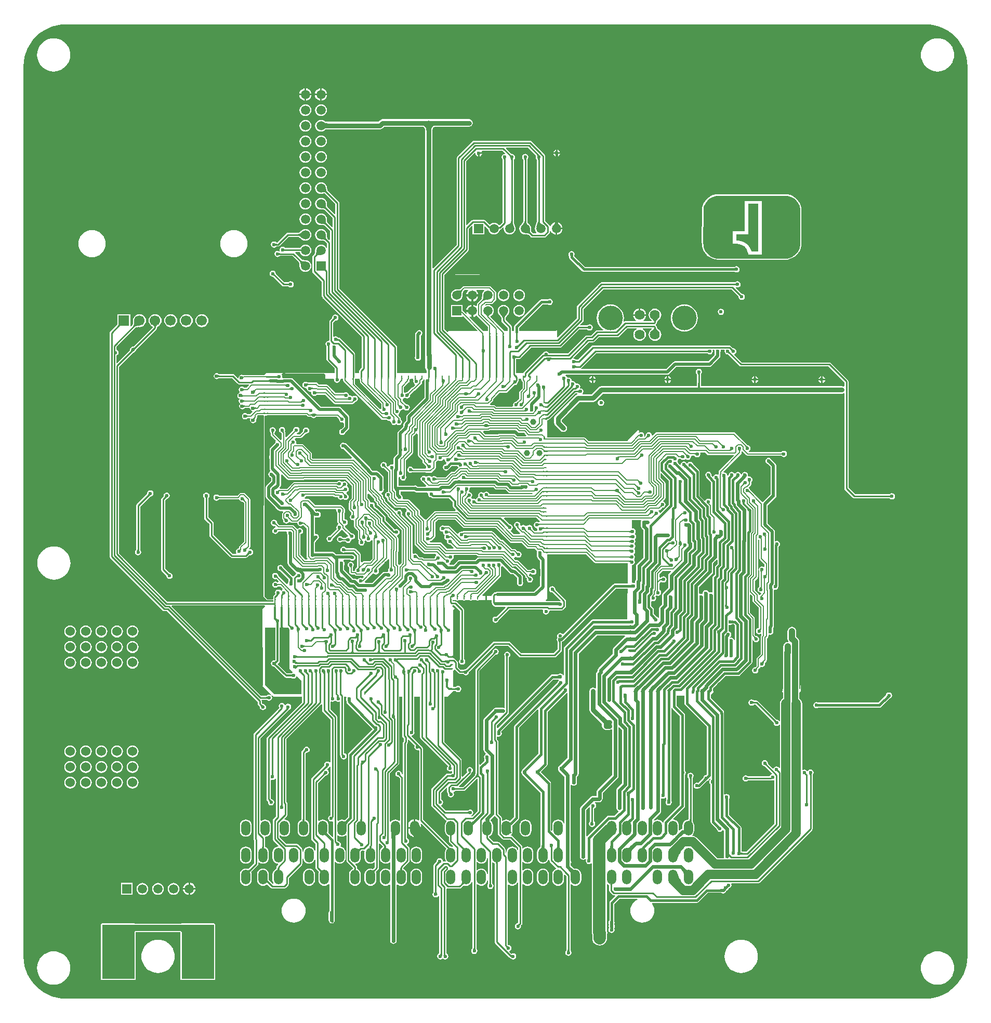
<source format=gbl>
G75*
G70*
%OFA0B0*%
%FSLAX25Y25*%
%IPPOS*%
%LPD*%
%AMOC8*
5,1,8,0,0,1.08239X$1,22.5*
%
%AMM18*
21,1,0.007870,0.643700,0.000000,0.000000,270.000000*
21,1,0.000000,0.651580,0.000000,0.000000,270.000000*
1,1,0.007870,-0.321850,0.000000*
1,1,0.007870,-0.321850,0.000000*
1,1,0.007870,0.321850,0.000000*
1,1,0.007870,0.321850,0.000000*
%
%AMM19*
21,1,0.007870,0.078350,0.000000,0.000000,135.000000*
21,1,0.000000,0.086220,0.000000,0.000000,135.000000*
1,1,0.007870,0.027700,0.027700*
1,1,0.007870,0.027700,0.027700*
1,1,0.007870,-0.027700,-0.027700*
1,1,0.007870,-0.027700,-0.027700*
%
%AMM20*
21,1,0.007870,0.287010,0.000000,0.000000,180.000000*
21,1,0.000000,0.294880,0.000000,0.000000,180.000000*
1,1,0.007870,0.000000,0.143500*
1,1,0.007870,0.000000,0.143500*
1,1,0.007870,0.000000,-0.143500*
1,1,0.007870,0.000000,-0.143500*
%
%AMM60*
21,1,0.007870,0.023620,0.000000,0.000000,225.000000*
21,1,0.000000,0.031500,0.000000,0.000000,225.000000*
1,1,0.007870,-0.008350,0.008350*
1,1,0.007870,-0.008350,0.008350*
1,1,0.007870,0.008350,-0.008350*
1,1,0.007870,0.008350,-0.008350*
%
%AMM61*
21,1,0.007870,0.361020,0.000000,0.000000,0.000000*
21,1,0.000000,0.368900,0.000000,0.000000,0.000000*
1,1,0.007870,0.000000,-0.180510*
1,1,0.007870,0.000000,-0.180510*
1,1,0.007870,0.000000,0.180510*
1,1,0.007870,0.000000,0.180510*
%
%AMM62*
21,1,0.009840,0.009840,0.000000,0.000000,180.000000*
21,1,0.000000,0.019680,0.000000,0.000000,180.000000*
1,1,0.009840,0.000000,0.004920*
1,1,0.009840,0.000000,0.004920*
1,1,0.009840,0.000000,-0.004920*
1,1,0.009840,0.000000,-0.004920*
%
%AMM63*
21,1,0.039370,0.007870,0.000000,0.000000,135.000000*
1,1,0.007870,0.013920,-0.013920*
1,1,0.007870,-0.013920,0.013920*
%
%AMM64*
21,1,0.009840,0.009840,0.000000,0.000000,90.000000*
21,1,0.000000,0.019680,0.000000,0.000000,90.000000*
1,1,0.009840,0.004920,0.000000*
1,1,0.009840,0.004920,0.000000*
1,1,0.009840,-0.004920,0.000000*
1,1,0.009840,-0.004920,0.000000*
%
%AMM84*
21,1,0.009840,0.009840,0.000000,0.000000,0.000000*
21,1,0.000000,0.019680,0.000000,0.000000,0.000000*
1,1,0.009840,0.000000,-0.004920*
1,1,0.009840,0.000000,-0.004920*
1,1,0.009840,0.000000,0.004920*
1,1,0.009840,0.000000,0.004920*
%
%ADD130O,0.03937X0.05906*%
%ADD131C,0.02362*%
%ADD149C,0.03937*%
%ADD15M61*%
%ADD162O,1.00787X0.00787*%
%ADD167O,0.02362X0.03150*%
%ADD172C,0.07874*%
%ADD176M63*%
%ADD186M64*%
%ADD193M84*%
%ADD207C,0.15748*%
%ADD21M19*%
%ADD211C,0.03900*%
%ADD220O,0.01575X0.02362*%
%ADD227O,0.03150X0.02362*%
%ADD228O,0.02362X0.01575*%
%ADD232O,0.05906X0.09449*%
%ADD235C,0.00984*%
%ADD237C,0.06000*%
%ADD239C,0.03150*%
%ADD25C,0.01575*%
%ADD251C,0.06400*%
%ADD256C,0.00787*%
%ADD257M62*%
%ADD26O,0.00787X1.60630*%
%ADD260M18*%
%ADD265C,0.01968*%
%ADD292O,0.01575X0.00787*%
%ADD41C,0.06693*%
%ADD46C,0.05906*%
%ADD50R,0.06693X0.06693*%
%ADD52O,0.44882X0.04331*%
%ADD60M60*%
%ADD61C,0.01181*%
%ADD76M20*%
%ADD90R,0.05906X0.05906*%
X0000000Y0000000D02*
G01*
G75*
G36*
X0581781Y0625413D02*
X0584783Y0624902D01*
X0587710Y0624059D01*
X0590524Y0622894D01*
X0593189Y0621421D01*
X0595673Y0619658D01*
X0597944Y0617629D01*
X0599973Y0615358D01*
X0601736Y0612874D01*
X0603209Y0610209D01*
X0604374Y0607395D01*
X0605217Y0604468D01*
X0605727Y0601466D01*
X0605895Y0598479D01*
X0605873Y0598425D01*
X0605873Y0027559D01*
X0605895Y0027505D01*
X0605727Y0024518D01*
X0605217Y0021516D01*
X0604374Y0018589D01*
X0603209Y0015776D01*
X0601736Y0013110D01*
X0599973Y0010626D01*
X0597944Y0008355D01*
X0595673Y0006326D01*
X0593189Y0004564D01*
X0590524Y0003091D01*
X0587710Y0001925D01*
X0584783Y0001082D01*
X0581781Y0000572D01*
X0578794Y0000404D01*
X0578740Y0000426D01*
X0027559Y0000426D01*
X0027505Y0000404D01*
X0024518Y0000572D01*
X0021516Y0001082D01*
X0018589Y0001925D01*
X0015776Y0003091D01*
X0013110Y0004564D01*
X0010626Y0006326D01*
X0008355Y0008355D01*
X0006326Y0010626D01*
X0004564Y0013110D01*
X0003091Y0015776D01*
X0001925Y0018589D01*
X0001082Y0021516D01*
X0000572Y0024518D01*
X0000404Y0027505D01*
X0000426Y0027559D01*
X0000426Y0598425D01*
X0000404Y0598479D01*
X0000572Y0601466D01*
X0001082Y0604468D01*
X0001925Y0607395D01*
X0003091Y0610209D01*
X0004564Y0612874D01*
X0006326Y0615358D01*
X0008355Y0617629D01*
X0010626Y0619658D01*
X0013110Y0621421D01*
X0015776Y0622894D01*
X0018589Y0624059D01*
X0021516Y0624902D01*
X0024518Y0625413D01*
X0027505Y0625580D01*
X0027559Y0625558D01*
X0578740Y0625558D01*
X0578794Y0625580D01*
X0581781Y0625413D01*
D02*
G37*
%LPC*%
G36*
X0586614Y0616568D02*
X0584946Y0616437D01*
X0583319Y0616046D01*
X0581773Y0615406D01*
X0580347Y0614532D01*
X0579074Y0613445D01*
X0577988Y0612173D01*
X0577114Y0610746D01*
X0576473Y0609200D01*
X0576083Y0607574D01*
X0575951Y0605905D01*
X0576083Y0604238D01*
X0576473Y0602610D01*
X0577114Y0601065D01*
X0577988Y0599638D01*
X0579074Y0598366D01*
X0580347Y0597279D01*
X0581773Y0596405D01*
X0583319Y0595765D01*
X0584946Y0595374D01*
X0586614Y0595243D01*
X0588282Y0595374D01*
X0589909Y0595765D01*
X0591455Y0596405D01*
X0592882Y0597279D01*
X0594154Y0598366D01*
X0595240Y0599638D01*
X0596115Y0601065D01*
X0596755Y0602610D01*
X0597146Y0604238D01*
X0597277Y0605905D01*
X0597146Y0607574D01*
X0596755Y0609200D01*
X0596115Y0610746D01*
X0595240Y0612173D01*
X0594154Y0613445D01*
X0592882Y0614532D01*
X0591455Y0615406D01*
X0589909Y0616046D01*
X0588282Y0616437D01*
X0586614Y0616568D01*
D02*
G37*
G36*
X0019685Y0616568D02*
X0018017Y0616437D01*
X0016390Y0616046D01*
X0014844Y0615406D01*
X0013418Y0614532D01*
X0012145Y0613445D01*
X0011059Y0612173D01*
X0010184Y0610746D01*
X0009544Y0609200D01*
X0009154Y0607574D01*
X0009022Y0605905D01*
X0009154Y0604238D01*
X0009544Y0602610D01*
X0010184Y0601065D01*
X0011059Y0599638D01*
X0012145Y0598366D01*
X0013418Y0597279D01*
X0014844Y0596405D01*
X0016390Y0595765D01*
X0018017Y0595374D01*
X0019685Y0595243D01*
X0021353Y0595374D01*
X0022980Y0595765D01*
X0024526Y0596405D01*
X0025953Y0597279D01*
X0027225Y0598366D01*
X0028311Y0599638D01*
X0029186Y0601065D01*
X0029826Y0602610D01*
X0030217Y0604238D01*
X0030348Y0605905D01*
X0030217Y0607574D01*
X0029826Y0609200D01*
X0029186Y0610746D01*
X0028311Y0612173D01*
X0027225Y0613445D01*
X0025953Y0614532D01*
X0024526Y0615406D01*
X0022980Y0616046D01*
X0021353Y0616437D01*
X0019685Y0616568D01*
D02*
G37*
G36*
X0191642Y0584394D02*
X0191642Y0580972D01*
X0195063Y0580972D01*
X0194993Y0581504D01*
X0194595Y0582466D01*
X0193961Y0583292D01*
X0193135Y0583925D01*
X0192174Y0584323D01*
X0191642Y0584394D01*
D02*
G37*
G36*
X0181642Y0584394D02*
X0181642Y0580972D01*
X0185063Y0580972D01*
X0184993Y0581504D01*
X0184595Y0582466D01*
X0183961Y0583292D01*
X0183135Y0583925D01*
X0182174Y0584323D01*
X0181642Y0584394D01*
D02*
G37*
G36*
X0190642Y0584394D02*
X0190110Y0584323D01*
X0189148Y0583925D01*
X0188323Y0583292D01*
X0187689Y0582466D01*
X0187291Y0581504D01*
X0187221Y0580972D01*
X0190642Y0580972D01*
X0190642Y0584394D01*
D02*
G37*
G36*
X0180642Y0584394D02*
X0180110Y0584323D01*
X0179148Y0583925D01*
X0178323Y0583292D01*
X0177689Y0582466D01*
X0177291Y0581504D01*
X0177221Y0580972D01*
X0180642Y0580972D01*
X0180642Y0584394D01*
D02*
G37*
G36*
X0190642Y0579973D02*
X0187221Y0579973D01*
X0187291Y0579441D01*
X0187689Y0578479D01*
X0188323Y0577653D01*
X0189148Y0577020D01*
X0190110Y0576621D01*
X0190642Y0576551D01*
X0190642Y0579973D01*
D02*
G37*
G36*
X0180642Y0579973D02*
X0177221Y0579973D01*
X0177291Y0579441D01*
X0177689Y0578479D01*
X0178323Y0577653D01*
X0179148Y0577020D01*
X0180110Y0576621D01*
X0180642Y0576551D01*
X0180642Y0579973D01*
D02*
G37*
G36*
X0195063Y0579973D02*
X0191642Y0579973D01*
X0191642Y0576551D01*
X0192174Y0576621D01*
X0193135Y0577020D01*
X0193961Y0577653D01*
X0194595Y0578479D01*
X0194993Y0579441D01*
X0195063Y0579973D01*
D02*
G37*
G36*
X0185063Y0579973D02*
X0181642Y0579973D01*
X0181642Y0576551D01*
X0182174Y0576621D01*
X0183135Y0577020D01*
X0183961Y0577653D01*
X0184595Y0578479D01*
X0184993Y0579441D01*
X0185063Y0579973D01*
D02*
G37*
G36*
X0191142Y0574245D02*
X0190165Y0574116D01*
X0189255Y0573739D01*
X0188474Y0573140D01*
X0187875Y0572359D01*
X0187498Y0571449D01*
X0187369Y0570472D01*
X0187498Y0569496D01*
X0187875Y0568586D01*
X0188474Y0567805D01*
X0189255Y0567205D01*
X0190165Y0566829D01*
X0191142Y0566700D01*
X0192118Y0566829D01*
X0193028Y0567205D01*
X0193809Y0567805D01*
X0194409Y0568586D01*
X0194786Y0569496D01*
X0194914Y0570472D01*
X0194786Y0571449D01*
X0194409Y0572359D01*
X0193809Y0573140D01*
X0193028Y0573739D01*
X0192118Y0574116D01*
X0191142Y0574245D01*
D02*
G37*
G36*
X0181142Y0574245D02*
X0180165Y0574116D01*
X0179255Y0573739D01*
X0178474Y0573140D01*
X0177875Y0572359D01*
X0177498Y0571449D01*
X0177369Y0570472D01*
X0177498Y0569496D01*
X0177875Y0568586D01*
X0178474Y0567805D01*
X0179255Y0567205D01*
X0180165Y0566829D01*
X0181142Y0566700D01*
X0182118Y0566829D01*
X0183028Y0567205D01*
X0183809Y0567805D01*
X0184409Y0568586D01*
X0184786Y0569496D01*
X0184914Y0570472D01*
X0184786Y0571449D01*
X0184409Y0572359D01*
X0183809Y0573140D01*
X0183028Y0573739D01*
X0182118Y0574116D01*
X0181142Y0574245D01*
D02*
G37*
G36*
X0286122Y0564633D02*
X0230621Y0564633D01*
X0229700Y0564450D01*
X0228918Y0563928D01*
X0227970Y0562979D01*
X0194640Y0562979D01*
X0194522Y0562987D01*
X0194316Y0563013D01*
X0194133Y0563047D01*
X0193984Y0563084D01*
X0193869Y0563122D01*
X0193791Y0563157D01*
X0193776Y0563165D01*
X0193028Y0563739D01*
X0192118Y0564116D01*
X0191142Y0564245D01*
X0190165Y0564116D01*
X0189255Y0563739D01*
X0188474Y0563140D01*
X0187875Y0562359D01*
X0187498Y0561449D01*
X0187369Y0560472D01*
X0187498Y0559496D01*
X0187875Y0558586D01*
X0188474Y0557805D01*
X0189255Y0557205D01*
X0190165Y0556829D01*
X0191142Y0556700D01*
X0192118Y0556829D01*
X0193028Y0557205D01*
X0193809Y0557805D01*
X0193895Y0557917D01*
X0193924Y0557943D01*
X0193962Y0557969D01*
X0194034Y0558005D01*
X0194141Y0558046D01*
X0194284Y0558086D01*
X0194460Y0558122D01*
X0194659Y0558151D01*
X0194821Y0558162D01*
X0228968Y0558162D01*
X0229889Y0558346D01*
X0230671Y0558868D01*
X0231619Y0559816D01*
X0256135Y0559816D01*
X0256546Y0559743D01*
X0256897Y0559627D01*
X0257177Y0559476D01*
X0257402Y0559292D01*
X0257586Y0559067D01*
X0257737Y0558787D01*
X0257854Y0558436D01*
X0257926Y0558025D01*
X0257926Y0424669D01*
X0257835Y0424213D01*
X0257926Y0423757D01*
X0257926Y0413484D01*
X0258025Y0412989D01*
X0258025Y0405413D01*
X0258208Y0404492D01*
X0258730Y0403710D01*
X0259030Y0403510D01*
X0259030Y0401772D01*
X0239986Y0401772D01*
X0239986Y0418406D01*
X0239886Y0418905D01*
X0239603Y0419328D01*
X0202978Y0455954D01*
X0202978Y0510925D01*
X0202878Y0511424D01*
X0202596Y0511848D01*
X0195667Y0518777D01*
X0195615Y0518854D01*
X0195427Y0519229D01*
X0195340Y0519445D01*
X0194906Y0520883D01*
X0194805Y0521301D01*
X0194786Y0521449D01*
X0194409Y0522359D01*
X0193809Y0523140D01*
X0193028Y0523739D01*
X0192118Y0524116D01*
X0191142Y0524245D01*
X0190165Y0524116D01*
X0189255Y0523739D01*
X0188474Y0523140D01*
X0187875Y0522359D01*
X0187498Y0521449D01*
X0187369Y0520472D01*
X0187498Y0519496D01*
X0187875Y0518586D01*
X0188474Y0517805D01*
X0189255Y0517205D01*
X0190165Y0516829D01*
X0191142Y0516700D01*
X0192118Y0516829D01*
X0192199Y0516862D01*
X0192397Y0516907D01*
X0192701Y0516957D01*
X0192975Y0516984D01*
X0193217Y0516989D01*
X0193427Y0516975D01*
X0193603Y0516944D01*
X0193749Y0516900D01*
X0193869Y0516847D01*
X0193968Y0516784D01*
X0193977Y0516777D01*
X0200369Y0510385D01*
X0200369Y0503842D01*
X0199907Y0503651D01*
X0195348Y0508210D01*
X0195280Y0508314D01*
X0195209Y0508457D01*
X0195139Y0508639D01*
X0195074Y0508861D01*
X0195018Y0509121D01*
X0194972Y0509410D01*
X0194909Y0510129D01*
X0194902Y0510376D01*
X0194914Y0510472D01*
X0194786Y0511449D01*
X0194409Y0512359D01*
X0193809Y0513140D01*
X0193028Y0513739D01*
X0192118Y0514116D01*
X0191142Y0514245D01*
X0190165Y0514116D01*
X0189255Y0513739D01*
X0188474Y0513140D01*
X0187875Y0512359D01*
X0187498Y0511449D01*
X0187369Y0510472D01*
X0187498Y0509496D01*
X0187875Y0508586D01*
X0188474Y0507805D01*
X0189255Y0507205D01*
X0190165Y0506829D01*
X0191142Y0506700D01*
X0191281Y0506718D01*
X0192025Y0506715D01*
X0192341Y0506693D01*
X0192630Y0506657D01*
X0192882Y0506608D01*
X0193097Y0506550D01*
X0193274Y0506486D01*
X0193413Y0506418D01*
X0193517Y0506350D01*
X0198597Y0501271D01*
X0198597Y0495614D01*
X0198135Y0495423D01*
X0195348Y0498210D01*
X0195280Y0498314D01*
X0195209Y0498456D01*
X0195139Y0498639D01*
X0195074Y0498861D01*
X0195018Y0499121D01*
X0194972Y0499409D01*
X0194909Y0500129D01*
X0194902Y0500376D01*
X0194914Y0500472D01*
X0194786Y0501449D01*
X0194409Y0502359D01*
X0193809Y0503140D01*
X0193028Y0503740D01*
X0192118Y0504116D01*
X0191142Y0504245D01*
X0190165Y0504116D01*
X0189255Y0503740D01*
X0188474Y0503140D01*
X0187875Y0502359D01*
X0187498Y0501449D01*
X0187369Y0500472D01*
X0187498Y0499496D01*
X0187875Y0498586D01*
X0188474Y0497805D01*
X0189255Y0497205D01*
X0190165Y0496829D01*
X0191142Y0496700D01*
X0191281Y0496718D01*
X0192025Y0496715D01*
X0192341Y0496693D01*
X0192630Y0496657D01*
X0192882Y0496608D01*
X0193097Y0496550D01*
X0193274Y0496486D01*
X0193413Y0496418D01*
X0193517Y0496350D01*
X0196825Y0493042D01*
X0196825Y0487386D01*
X0196363Y0487194D01*
X0195348Y0488210D01*
X0195280Y0488313D01*
X0195209Y0488456D01*
X0195139Y0488639D01*
X0195074Y0488861D01*
X0195018Y0489121D01*
X0194972Y0489409D01*
X0194909Y0490129D01*
X0194902Y0490376D01*
X0194914Y0490472D01*
X0194786Y0491449D01*
X0194409Y0492359D01*
X0193809Y0493140D01*
X0193028Y0493740D01*
X0192118Y0494116D01*
X0191142Y0494245D01*
X0190165Y0494116D01*
X0189255Y0493740D01*
X0188474Y0493140D01*
X0187875Y0492359D01*
X0187498Y0491449D01*
X0187369Y0490472D01*
X0187498Y0489496D01*
X0187875Y0488586D01*
X0188474Y0487805D01*
X0189255Y0487205D01*
X0190165Y0486829D01*
X0191142Y0486700D01*
X0191281Y0486718D01*
X0192025Y0486715D01*
X0192341Y0486693D01*
X0192630Y0486657D01*
X0192882Y0486608D01*
X0193097Y0486550D01*
X0193274Y0486486D01*
X0193413Y0486418D01*
X0193517Y0486350D01*
X0195054Y0484814D01*
X0195054Y0482108D01*
X0194554Y0482009D01*
X0194409Y0482359D01*
X0193809Y0483140D01*
X0193028Y0483740D01*
X0192118Y0484116D01*
X0191142Y0484245D01*
X0190165Y0484116D01*
X0189255Y0483740D01*
X0188474Y0483140D01*
X0187875Y0482359D01*
X0187498Y0481449D01*
X0187369Y0480472D01*
X0187382Y0480376D01*
X0187374Y0480129D01*
X0187312Y0479410D01*
X0187266Y0479121D01*
X0187209Y0478861D01*
X0187144Y0478639D01*
X0187074Y0478456D01*
X0187003Y0478313D01*
X0186936Y0478210D01*
X0185987Y0477261D01*
X0185704Y0476838D01*
X0185605Y0476339D01*
X0185605Y0466990D01*
X0185704Y0466490D01*
X0185987Y0466067D01*
X0191510Y0460544D01*
X0191510Y0451637D01*
X0191610Y0451138D01*
X0191893Y0450715D01*
X0192048Y0450559D01*
X0192102Y0450288D01*
X0192385Y0449865D01*
X0217199Y0425050D01*
X0217199Y0405275D01*
X0216105Y0404181D01*
X0215822Y0403758D01*
X0215723Y0403259D01*
X0215723Y0401772D01*
X0213096Y0401772D01*
X0213096Y0413898D01*
X0212997Y0414397D01*
X0212714Y0414820D01*
X0203529Y0424005D01*
X0203105Y0424288D01*
X0202606Y0424387D01*
X0202409Y0424387D01*
X0202379Y0424393D01*
X0202355Y0424400D01*
X0202350Y0424402D01*
X0202334Y0424423D01*
X0202286Y0424470D01*
X0202088Y0424766D01*
X0201437Y0425201D01*
X0200669Y0425353D01*
X0199901Y0425201D01*
X0199541Y0424960D01*
X0199041Y0425227D01*
X0199041Y0434145D01*
X0200140Y0435244D01*
X0200175Y0435270D01*
X0200214Y0435294D01*
X0200247Y0435311D01*
X0200274Y0435323D01*
X0200298Y0435331D01*
X0200299Y0435331D01*
X0200374Y0435316D01*
X0201142Y0435468D01*
X0201793Y0435904D01*
X0202228Y0436555D01*
X0202381Y0437323D01*
X0202228Y0438091D01*
X0201793Y0438742D01*
X0201142Y0439177D01*
X0200374Y0439330D01*
X0199606Y0439177D01*
X0198955Y0438742D01*
X0198520Y0438091D01*
X0198367Y0437323D01*
X0198382Y0437248D01*
X0198382Y0437247D01*
X0198374Y0437223D01*
X0198362Y0437196D01*
X0198345Y0437162D01*
X0198321Y0437124D01*
X0198295Y0437089D01*
X0196814Y0435607D01*
X0196531Y0435184D01*
X0196432Y0434685D01*
X0196432Y0422833D01*
X0196043Y0422401D01*
X0195275Y0422248D01*
X0194624Y0421813D01*
X0194189Y0421162D01*
X0194036Y0420394D01*
X0194189Y0419626D01*
X0194624Y0418974D01*
X0194688Y0418932D01*
X0194688Y0418931D01*
X0194699Y0418909D01*
X0194711Y0418881D01*
X0194722Y0418846D01*
X0194732Y0418801D01*
X0194739Y0418758D01*
X0194739Y0410551D01*
X0194838Y0410052D01*
X0195121Y0409629D01*
X0200093Y0404657D01*
X0200093Y0401772D01*
X0156047Y0401772D01*
X0154743Y0400496D01*
X0141450Y0400496D01*
X0141450Y0400496D01*
X0141175Y0400441D01*
X0141122Y0400476D01*
X0140354Y0400629D01*
X0139586Y0400476D01*
X0138935Y0400041D01*
X0138500Y0399390D01*
X0138369Y0398730D01*
X0137903Y0398490D01*
X0135667Y0400726D01*
X0135243Y0401008D01*
X0134744Y0401108D01*
X0125946Y0401108D01*
X0125903Y0401114D01*
X0125859Y0401124D01*
X0125823Y0401136D01*
X0125795Y0401147D01*
X0125774Y0401158D01*
X0125773Y0401159D01*
X0125730Y0401222D01*
X0125079Y0401657D01*
X0124311Y0401810D01*
X0123543Y0401657D01*
X0122892Y0401222D01*
X0122457Y0400571D01*
X0122304Y0399803D01*
X0122457Y0399035D01*
X0122892Y0398384D01*
X0123543Y0397949D01*
X0124311Y0397796D01*
X0125079Y0397949D01*
X0125730Y0398384D01*
X0125773Y0398448D01*
X0125774Y0398448D01*
X0125795Y0398459D01*
X0125823Y0398471D01*
X0125859Y0398482D01*
X0125903Y0398492D01*
X0125946Y0398499D01*
X0134204Y0398499D01*
X0137759Y0394944D01*
X0138182Y0394661D01*
X0138681Y0394562D01*
X0144863Y0394562D01*
X0145054Y0394100D01*
X0143300Y0392346D01*
X0142148Y0392346D01*
X0142111Y0392354D01*
X0142075Y0392364D01*
X0142039Y0392378D01*
X0142002Y0392397D01*
X0141963Y0392420D01*
X0141921Y0392450D01*
X0141889Y0392476D01*
X0141833Y0392561D01*
X0141182Y0392996D01*
X0140413Y0393149D01*
X0139645Y0392996D01*
X0138994Y0392561D01*
X0138559Y0391910D01*
X0138406Y0391142D01*
X0138559Y0390374D01*
X0138994Y0389722D01*
X0139013Y0389710D01*
X0138908Y0389179D01*
X0138799Y0389157D01*
X0138148Y0388722D01*
X0137713Y0388071D01*
X0137560Y0387303D01*
X0137713Y0386535D01*
X0138148Y0385884D01*
X0138629Y0385562D01*
X0138798Y0385431D01*
X0138772Y0384944D01*
X0138559Y0384626D01*
X0138406Y0383858D01*
X0138559Y0383090D01*
X0138994Y0382439D01*
X0139106Y0382364D01*
X0139155Y0381730D01*
X0138854Y0381280D01*
X0138702Y0380512D01*
X0138854Y0379744D01*
X0139289Y0379093D01*
X0139941Y0378658D01*
X0140709Y0378505D01*
X0141477Y0378658D01*
X0142128Y0379093D01*
X0142184Y0379177D01*
X0142217Y0379204D01*
X0142258Y0379233D01*
X0142297Y0379257D01*
X0142334Y0379275D01*
X0142370Y0379289D01*
X0142406Y0379300D01*
X0142443Y0379308D01*
X0144882Y0379308D01*
X0144882Y0379308D01*
X0145146Y0379360D01*
X0145236Y0379337D01*
X0145604Y0379099D01*
X0145673Y0379019D01*
X0145783Y0378464D01*
X0146219Y0377813D01*
X0146870Y0377378D01*
X0147091Y0377334D01*
X0147236Y0376855D01*
X0145699Y0375319D01*
X0144215Y0375319D01*
X0144178Y0375326D01*
X0144142Y0375337D01*
X0144106Y0375351D01*
X0144069Y0375369D01*
X0144030Y0375393D01*
X0143988Y0375422D01*
X0143956Y0375449D01*
X0143900Y0375533D01*
X0143248Y0375969D01*
X0142480Y0376121D01*
X0141712Y0375969D01*
X0141061Y0375533D01*
X0140626Y0374882D01*
X0140473Y0374114D01*
X0140626Y0373346D01*
X0141061Y0372695D01*
X0141712Y0372260D01*
X0142480Y0372107D01*
X0143248Y0372260D01*
X0143900Y0372695D01*
X0143956Y0372780D01*
X0143988Y0372806D01*
X0144030Y0372836D01*
X0144069Y0372859D01*
X0144106Y0372877D01*
X0144142Y0372892D01*
X0144178Y0372902D01*
X0144215Y0372910D01*
X0145645Y0372910D01*
X0145881Y0372469D01*
X0145783Y0372323D01*
X0145631Y0371555D01*
X0145783Y0370787D01*
X0146219Y0370136D01*
X0146870Y0369701D01*
X0147638Y0369548D01*
X0148406Y0369701D01*
X0149057Y0370136D01*
X0149492Y0370787D01*
X0149645Y0371555D01*
X0149562Y0371973D01*
X0149560Y0372045D01*
X0149544Y0372114D01*
X0149541Y0372139D01*
X0149541Y0372154D01*
X0149542Y0372163D01*
X0149543Y0372168D01*
X0149545Y0372175D01*
X0149550Y0372185D01*
X0149557Y0372198D01*
X0149802Y0372442D01*
X0149802Y0372442D01*
X0150063Y0372833D01*
X0150154Y0373293D01*
X0150154Y0373293D01*
X0150154Y0374140D01*
X0150715Y0374701D01*
X0154140Y0374701D01*
X0154493Y0374347D01*
X0154321Y0258317D01*
X0156622Y0255942D01*
X0160548Y0255942D01*
X0160548Y0255242D01*
X0092568Y0255242D01*
X0061639Y0286170D01*
X0061639Y0405857D01*
X0070502Y0414720D01*
X0070539Y0414749D01*
X0070586Y0414780D01*
X0070628Y0414805D01*
X0070666Y0414823D01*
X0070700Y0414837D01*
X0070731Y0414847D01*
X0070759Y0414854D01*
X0070818Y0414863D01*
X0070881Y0414885D01*
X0071339Y0414976D01*
X0071990Y0415412D01*
X0072425Y0416063D01*
X0072516Y0416521D01*
X0072539Y0416584D01*
X0072548Y0416643D01*
X0072554Y0416671D01*
X0072564Y0416702D01*
X0072578Y0416735D01*
X0072597Y0416773D01*
X0072622Y0416816D01*
X0072646Y0416853D01*
X0072698Y0416916D01*
X0085686Y0429904D01*
X0085969Y0430328D01*
X0086068Y0430827D01*
X0086068Y0430987D01*
X0086084Y0431094D01*
X0086111Y0431199D01*
X0086145Y0431289D01*
X0086187Y0431368D01*
X0086237Y0431440D01*
X0086299Y0431508D01*
X0086375Y0431575D01*
X0086471Y0431641D01*
X0086620Y0431723D01*
X0086631Y0431732D01*
X0086848Y0431822D01*
X0087712Y0432485D01*
X0088375Y0433348D01*
X0088791Y0434354D01*
X0088933Y0435433D01*
X0088791Y0436512D01*
X0088375Y0437518D01*
X0087712Y0438381D01*
X0086848Y0439044D01*
X0085843Y0439461D01*
X0084764Y0439603D01*
X0083685Y0439461D01*
X0082679Y0439044D01*
X0081815Y0438381D01*
X0081153Y0437518D01*
X0080736Y0436512D01*
X0080594Y0435433D01*
X0080736Y0434354D01*
X0081153Y0433348D01*
X0081815Y0432485D01*
X0082679Y0431822D01*
X0082897Y0431732D01*
X0082907Y0431723D01*
X0083057Y0431641D01*
X0083146Y0431266D01*
X0083142Y0431050D01*
X0070950Y0418858D01*
X0070920Y0418836D01*
X0070890Y0418819D01*
X0070867Y0418808D01*
X0070852Y0418802D01*
X0070842Y0418800D01*
X0070836Y0418799D01*
X0070831Y0418799D01*
X0070782Y0418803D01*
X0070761Y0418800D01*
X0070571Y0418838D01*
X0069803Y0418685D01*
X0069152Y0418250D01*
X0068717Y0417599D01*
X0068564Y0416831D01*
X0068602Y0416641D01*
X0068599Y0416619D01*
X0068603Y0416570D01*
X0068602Y0416565D01*
X0068602Y0416560D01*
X0068599Y0416550D01*
X0068594Y0416535D01*
X0068583Y0416512D01*
X0068565Y0416482D01*
X0068544Y0416452D01*
X0060330Y0408238D01*
X0059868Y0408429D01*
X0059868Y0412978D01*
X0060020Y0413008D01*
X0060671Y0413443D01*
X0061106Y0414094D01*
X0061259Y0414862D01*
X0061106Y0415630D01*
X0060671Y0416281D01*
X0060020Y0416716D01*
X0059868Y0416747D01*
X0059868Y0418692D01*
X0071988Y0430812D01*
X0072003Y0430825D01*
X0072125Y0430902D01*
X0072293Y0430981D01*
X0072507Y0431057D01*
X0072768Y0431126D01*
X0073074Y0431184D01*
X0073415Y0431229D01*
X0074257Y0431281D01*
X0074614Y0431283D01*
X0074764Y0431264D01*
X0075843Y0431406D01*
X0076849Y0431822D01*
X0077712Y0432485D01*
X0078375Y0433348D01*
X0078791Y0434354D01*
X0078933Y0435433D01*
X0078791Y0436512D01*
X0078375Y0437518D01*
X0077712Y0438381D01*
X0076849Y0439044D01*
X0075843Y0439461D01*
X0074764Y0439603D01*
X0073685Y0439461D01*
X0072679Y0439044D01*
X0071816Y0438381D01*
X0071153Y0437518D01*
X0070736Y0436512D01*
X0070594Y0435433D01*
X0070614Y0435283D01*
X0070612Y0434926D01*
X0070560Y0434085D01*
X0070515Y0433743D01*
X0070457Y0433437D01*
X0070388Y0433177D01*
X0070312Y0432962D01*
X0070233Y0432795D01*
X0070156Y0432673D01*
X0070143Y0432657D01*
X0069360Y0431874D01*
X0068898Y0432065D01*
X0068898Y0439567D01*
X0060630Y0439567D01*
X0060630Y0433508D01*
X0060627Y0433491D01*
X0060630Y0433473D01*
X0060630Y0433199D01*
X0060597Y0433152D01*
X0060374Y0432888D01*
X0055869Y0428383D01*
X0055586Y0427960D01*
X0055487Y0427461D01*
X0055487Y0284162D01*
X0055586Y0283663D01*
X0055869Y0283240D01*
X0089637Y0249471D01*
X0090061Y0249188D01*
X0090560Y0249089D01*
X0092230Y0249089D01*
X0150512Y0190807D01*
X0150512Y0189620D01*
X0150611Y0189121D01*
X0150894Y0188698D01*
X0151858Y0187734D01*
X0151884Y0187699D01*
X0151908Y0187660D01*
X0151925Y0187627D01*
X0151937Y0187600D01*
X0151945Y0187576D01*
X0151945Y0187575D01*
X0151930Y0187500D01*
X0152083Y0186732D01*
X0152518Y0186081D01*
X0153169Y0185646D01*
X0153937Y0185493D01*
X0154705Y0185646D01*
X0155356Y0186081D01*
X0155791Y0186732D01*
X0155944Y0187500D01*
X0155791Y0188268D01*
X0155356Y0188919D01*
X0154705Y0189354D01*
X0153937Y0189507D01*
X0153862Y0189492D01*
X0153861Y0189492D01*
X0153838Y0189500D01*
X0153810Y0189512D01*
X0153777Y0189529D01*
X0153738Y0189553D01*
X0153703Y0189579D01*
X0153121Y0190161D01*
X0153121Y0191347D01*
X0153051Y0191699D01*
X0153342Y0192199D01*
X0156140Y0192199D01*
X0156183Y0192193D01*
X0156227Y0192183D01*
X0156263Y0192172D01*
X0156291Y0192160D01*
X0156313Y0192149D01*
X0156314Y0192148D01*
X0156356Y0192085D01*
X0157008Y0191650D01*
X0157776Y0191497D01*
X0158544Y0191650D01*
X0159195Y0192085D01*
X0159630Y0192736D01*
X0159783Y0193504D01*
X0159630Y0194272D01*
X0159397Y0194620D01*
X0159786Y0194939D01*
X0160531Y0194193D01*
X0178912Y0194193D01*
X0178912Y0190501D01*
X0156656Y0168245D01*
X0156374Y0167822D01*
X0156274Y0167323D01*
X0156274Y0128283D01*
X0156374Y0127784D01*
X0156656Y0127360D01*
X0157171Y0126845D01*
X0157190Y0126819D01*
X0157203Y0126795D01*
X0157210Y0126780D01*
X0157210Y0126780D01*
X0157204Y0126744D01*
X0157207Y0126683D01*
X0157147Y0126378D01*
X0157299Y0125610D01*
X0157734Y0124959D01*
X0158386Y0124524D01*
X0159153Y0124371D01*
X0159922Y0124524D01*
X0160573Y0124959D01*
X0161008Y0125610D01*
X0161161Y0126378D01*
X0161008Y0127146D01*
X0160573Y0127797D01*
X0159922Y0128232D01*
X0159617Y0128293D01*
X0159556Y0128320D01*
X0159497Y0128334D01*
X0159465Y0128344D01*
X0159429Y0128358D01*
X0159390Y0128376D01*
X0159346Y0128400D01*
X0159299Y0128430D01*
X0159256Y0128461D01*
X0159196Y0128511D01*
X0158883Y0128823D01*
X0158883Y0140566D01*
X0159383Y0140840D01*
X0160039Y0140709D01*
X0160807Y0140862D01*
X0161459Y0141297D01*
X0161680Y0141628D01*
X0162180Y0141477D01*
X0162180Y0117425D01*
X0160593Y0115838D01*
X0160310Y0115415D01*
X0160211Y0114916D01*
X0160211Y0102854D01*
X0160310Y0102355D01*
X0160593Y0101932D01*
X0164015Y0098510D01*
X0163865Y0098207D01*
X0163757Y0098061D01*
X0162803Y0097935D01*
X0161893Y0097558D01*
X0161112Y0096959D01*
X0160512Y0096178D01*
X0160136Y0095268D01*
X0160007Y0094291D01*
X0160007Y0090748D01*
X0160136Y0089772D01*
X0160512Y0088862D01*
X0161112Y0088081D01*
X0161893Y0087481D01*
X0162803Y0087104D01*
X0163480Y0087015D01*
X0163659Y0086487D01*
X0162857Y0085685D01*
X0162574Y0085262D01*
X0162475Y0084763D01*
X0162475Y0083763D01*
X0162469Y0083691D01*
X0162459Y0083619D01*
X0161893Y0083385D01*
X0161112Y0082786D01*
X0160512Y0082004D01*
X0160136Y0081094D01*
X0160007Y0080118D01*
X0160007Y0076575D01*
X0160136Y0075598D01*
X0160512Y0074689D01*
X0160688Y0074460D01*
X0160471Y0073921D01*
X0160242Y0073887D01*
X0158146Y0075983D01*
X0157989Y0076151D01*
X0157873Y0076294D01*
X0157780Y0076423D01*
X0157715Y0076529D01*
X0157706Y0076547D01*
X0157709Y0076575D01*
X0157709Y0080118D01*
X0157581Y0081094D01*
X0157204Y0082004D01*
X0156605Y0082786D01*
X0155823Y0083385D01*
X0154913Y0083762D01*
X0153937Y0083890D01*
X0152961Y0083762D01*
X0152051Y0083385D01*
X0151269Y0082786D01*
X0150670Y0082004D01*
X0150293Y0081094D01*
X0150165Y0080118D01*
X0150165Y0076575D01*
X0150293Y0075598D01*
X0150670Y0074689D01*
X0151269Y0073907D01*
X0152051Y0073308D01*
X0152961Y0072931D01*
X0153937Y0072802D01*
X0154913Y0072931D01*
X0155823Y0073308D01*
X0156563Y0073875D01*
X0159018Y0071420D01*
X0159442Y0071137D01*
X0159941Y0071038D01*
X0167520Y0071038D01*
X0168019Y0071137D01*
X0168442Y0071420D01*
X0170115Y0073093D01*
X0170398Y0073516D01*
X0170498Y0074016D01*
X0170498Y0077806D01*
X0178777Y0086085D01*
X0179060Y0086509D01*
X0179159Y0087008D01*
X0179159Y0096044D01*
X0179060Y0096544D01*
X0178777Y0096967D01*
X0176298Y0099446D01*
X0175874Y0099729D01*
X0175375Y0099828D01*
X0168892Y0099828D01*
X0164631Y0104089D01*
X0164631Y0104973D01*
X0165131Y0105219D01*
X0165673Y0104804D01*
X0166583Y0104427D01*
X0167559Y0104298D01*
X0168535Y0104427D01*
X0169445Y0104804D01*
X0170227Y0105403D01*
X0170826Y0106185D01*
X0171203Y0107095D01*
X0171332Y0108071D01*
X0171332Y0111614D01*
X0171203Y0112591D01*
X0170826Y0113500D01*
X0170227Y0114282D01*
X0169445Y0114881D01*
X0168535Y0115258D01*
X0167807Y0115354D01*
X0167628Y0115882D01*
X0169328Y0117581D01*
X0169611Y0118005D01*
X0169710Y0118504D01*
X0169710Y0125541D01*
X0169611Y0126041D01*
X0169328Y0126464D01*
X0169021Y0126771D01*
X0169021Y0166898D01*
X0191404Y0189281D01*
X0191904Y0189099D01*
X0191904Y0185433D01*
X0192003Y0184934D01*
X0192286Y0184511D01*
X0197219Y0179578D01*
X0197219Y0152088D01*
X0196719Y0151936D01*
X0196695Y0151972D01*
X0196044Y0152407D01*
X0195276Y0152560D01*
X0194508Y0152407D01*
X0193856Y0151972D01*
X0193421Y0151321D01*
X0193269Y0150553D01*
X0193373Y0150030D01*
X0193236Y0149938D01*
X0185278Y0141981D01*
X0184995Y0141558D01*
X0184896Y0141059D01*
X0184896Y0103071D01*
X0184995Y0102572D01*
X0185278Y0102148D01*
X0187573Y0099853D01*
X0187573Y0095386D01*
X0187108Y0095268D01*
X0186732Y0096178D01*
X0186132Y0096959D01*
X0185351Y0097558D01*
X0184441Y0097935D01*
X0183465Y0098064D01*
X0182488Y0097935D01*
X0181578Y0097558D01*
X0180797Y0096959D01*
X0180198Y0096178D01*
X0179821Y0095268D01*
X0179692Y0094291D01*
X0179692Y0090748D01*
X0179821Y0089772D01*
X0180198Y0088862D01*
X0180797Y0088081D01*
X0181578Y0087481D01*
X0182488Y0087104D01*
X0183465Y0086976D01*
X0184441Y0087104D01*
X0185351Y0087481D01*
X0186132Y0088081D01*
X0186732Y0088862D01*
X0187108Y0089772D01*
X0187573Y0089653D01*
X0187573Y0084547D01*
X0187673Y0084048D01*
X0187955Y0083625D01*
X0189807Y0081773D01*
X0189854Y0081718D01*
X0189898Y0081660D01*
X0189663Y0081094D01*
X0189535Y0080118D01*
X0189535Y0076575D01*
X0189663Y0075598D01*
X0190040Y0074689D01*
X0190640Y0073907D01*
X0191421Y0073308D01*
X0192331Y0072931D01*
X0193307Y0072802D01*
X0194283Y0072931D01*
X0195193Y0073308D01*
X0195975Y0073907D01*
X0196123Y0074100D01*
X0196623Y0073931D01*
X0196623Y0056741D01*
X0196612Y0056734D01*
X0196177Y0056083D01*
X0196024Y0055315D01*
X0196024Y0050787D01*
X0196177Y0050019D01*
X0196612Y0049368D01*
X0197263Y0048933D01*
X0197372Y0048911D01*
X0197614Y0048750D01*
X0198228Y0048628D01*
X0198843Y0048750D01*
X0199364Y0049098D01*
X0199712Y0049619D01*
X0199751Y0049818D01*
X0199886Y0050019D01*
X0200039Y0050787D01*
X0200039Y0055315D01*
X0199886Y0056083D01*
X0199834Y0056160D01*
X0199834Y0088104D01*
X0200334Y0088274D01*
X0200482Y0088081D01*
X0201263Y0087481D01*
X0202173Y0087104D01*
X0203150Y0086976D01*
X0204126Y0087104D01*
X0205036Y0087481D01*
X0205817Y0088081D01*
X0206417Y0088862D01*
X0206793Y0089772D01*
X0206922Y0090748D01*
X0206922Y0094291D01*
X0206793Y0095268D01*
X0206417Y0096178D01*
X0205817Y0096959D01*
X0205036Y0097558D01*
X0204126Y0097935D01*
X0203883Y0097967D01*
X0203677Y0098423D01*
X0203823Y0098641D01*
X0203976Y0099410D01*
X0203823Y0100178D01*
X0203388Y0100829D01*
X0202737Y0101264D01*
X0201969Y0101417D01*
X0201600Y0101761D01*
X0201600Y0104973D01*
X0202100Y0105219D01*
X0202641Y0104804D01*
X0203551Y0104427D01*
X0204528Y0104298D01*
X0205504Y0104427D01*
X0206414Y0104804D01*
X0206955Y0105219D01*
X0207455Y0104973D01*
X0207455Y0088995D01*
X0207555Y0088496D01*
X0207837Y0088073D01*
X0211687Y0084222D01*
X0211687Y0083763D01*
X0211682Y0083691D01*
X0211672Y0083619D01*
X0211106Y0083385D01*
X0210325Y0082786D01*
X0209725Y0082004D01*
X0209348Y0081094D01*
X0209220Y0080118D01*
X0209220Y0076575D01*
X0209348Y0075598D01*
X0209725Y0074689D01*
X0210325Y0073907D01*
X0211106Y0073308D01*
X0212016Y0072931D01*
X0212992Y0072802D01*
X0213968Y0072931D01*
X0214878Y0073308D01*
X0215660Y0073907D01*
X0216259Y0074689D01*
X0216636Y0075598D01*
X0216764Y0076575D01*
X0216764Y0080118D01*
X0216636Y0081094D01*
X0216259Y0082004D01*
X0215660Y0082786D01*
X0214878Y0083385D01*
X0214313Y0083619D01*
X0214302Y0083691D01*
X0214297Y0083763D01*
X0214297Y0084763D01*
X0214197Y0085262D01*
X0213915Y0085685D01*
X0213113Y0086487D01*
X0213292Y0087015D01*
X0213968Y0087104D01*
X0214878Y0087481D01*
X0215660Y0088081D01*
X0216259Y0088862D01*
X0216636Y0089772D01*
X0216764Y0090748D01*
X0216764Y0094291D01*
X0216695Y0094818D01*
X0216706Y0094838D01*
X0216754Y0094911D01*
X0216915Y0095108D01*
X0217156Y0095349D01*
X0218441Y0095349D01*
X0218729Y0095406D01*
X0218749Y0095400D01*
X0219072Y0095155D01*
X0219124Y0095088D01*
X0219158Y0095021D01*
X0219062Y0094291D01*
X0219062Y0090748D01*
X0219191Y0089772D01*
X0219568Y0088862D01*
X0220167Y0088081D01*
X0220948Y0087481D01*
X0221858Y0087104D01*
X0222835Y0086976D01*
X0223811Y0087104D01*
X0224721Y0087481D01*
X0225262Y0087897D01*
X0225762Y0087650D01*
X0225762Y0084891D01*
X0224490Y0083618D01*
X0224435Y0083571D01*
X0224377Y0083528D01*
X0223811Y0083762D01*
X0222835Y0083890D01*
X0221858Y0083762D01*
X0220948Y0083385D01*
X0220167Y0082786D01*
X0219568Y0082004D01*
X0219191Y0081094D01*
X0219062Y0080118D01*
X0219062Y0076575D01*
X0219191Y0075598D01*
X0219568Y0074689D01*
X0220167Y0073907D01*
X0220948Y0073308D01*
X0221858Y0072931D01*
X0222835Y0072802D01*
X0223811Y0072931D01*
X0224721Y0073308D01*
X0225502Y0073907D01*
X0226102Y0074689D01*
X0226479Y0075598D01*
X0226607Y0076575D01*
X0226607Y0080118D01*
X0226479Y0081094D01*
X0226244Y0081660D01*
X0226287Y0081718D01*
X0226335Y0081773D01*
X0227989Y0083428D01*
X0228272Y0083851D01*
X0228372Y0084350D01*
X0228372Y0099804D01*
X0228833Y0099995D01*
X0230792Y0098037D01*
X0230747Y0097524D01*
X0230010Y0096959D01*
X0229410Y0096178D01*
X0229033Y0095268D01*
X0228905Y0094291D01*
X0228905Y0090748D01*
X0229033Y0089772D01*
X0229410Y0088862D01*
X0230010Y0088081D01*
X0230791Y0087481D01*
X0231701Y0087104D01*
X0232677Y0086976D01*
X0233653Y0087104D01*
X0234563Y0087481D01*
X0235091Y0087886D01*
X0235591Y0087640D01*
X0235591Y0083227D01*
X0235091Y0082980D01*
X0234563Y0083385D01*
X0233653Y0083762D01*
X0232677Y0083890D01*
X0231701Y0083762D01*
X0230791Y0083385D01*
X0230010Y0082786D01*
X0229410Y0082004D01*
X0229033Y0081094D01*
X0228905Y0080118D01*
X0228905Y0076575D01*
X0229033Y0075598D01*
X0229410Y0074689D01*
X0230010Y0073907D01*
X0230791Y0073308D01*
X0231701Y0072931D01*
X0232677Y0072802D01*
X0233653Y0072931D01*
X0234563Y0073308D01*
X0235091Y0073713D01*
X0235591Y0073466D01*
X0235591Y0042126D01*
X0235591Y0037598D01*
X0235744Y0036830D01*
X0236179Y0036179D01*
X0236830Y0035744D01*
X0237598Y0035591D01*
X0238367Y0035744D01*
X0239018Y0036179D01*
X0239453Y0036830D01*
X0239605Y0037598D01*
X0239605Y0042126D01*
X0239605Y0073466D01*
X0240106Y0073713D01*
X0240634Y0073308D01*
X0241543Y0072931D01*
X0242520Y0072802D01*
X0243496Y0072931D01*
X0244406Y0073308D01*
X0245187Y0073907D01*
X0245787Y0074689D01*
X0246164Y0075598D01*
X0246292Y0076575D01*
X0246292Y0080118D01*
X0246164Y0081094D01*
X0245787Y0082004D01*
X0245187Y0082786D01*
X0244406Y0083385D01*
X0243840Y0083619D01*
X0243830Y0083691D01*
X0243824Y0083763D01*
X0243824Y0084222D01*
X0247674Y0088073D01*
X0247957Y0088496D01*
X0248057Y0088995D01*
X0248057Y0096931D01*
X0247957Y0097430D01*
X0247674Y0097853D01*
X0246286Y0099242D01*
X0246446Y0099789D01*
X0247002Y0100161D01*
X0247437Y0100812D01*
X0247590Y0101580D01*
X0247437Y0102348D01*
X0247002Y0102999D01*
X0246351Y0103434D01*
X0246167Y0103471D01*
X0246167Y0163747D01*
X0246453Y0164033D01*
X0246736Y0164456D01*
X0246835Y0164955D01*
X0246835Y0166691D01*
X0247297Y0166883D01*
X0251359Y0162821D01*
X0251197Y0162579D01*
X0251044Y0161811D01*
X0251197Y0161043D01*
X0251632Y0160392D01*
X0252283Y0159957D01*
X0253051Y0159804D01*
X0253609Y0159915D01*
X0254049Y0159633D01*
X0254109Y0159549D01*
X0254109Y0114980D01*
X0253627Y0114720D01*
X0253174Y0115067D01*
X0252213Y0115465D01*
X0251681Y0115535D01*
X0251681Y0110343D01*
X0252658Y0110343D01*
X0253911Y0112745D01*
X0254208Y0111835D01*
X0254805Y0110343D01*
X0255168Y0110343D01*
X0255168Y0111614D01*
X0255040Y0112585D01*
X0255159Y0112699D01*
X0255493Y0112839D01*
X0271582Y0096750D01*
X0271142Y0096178D01*
X0270766Y0095268D01*
X0270637Y0094291D01*
X0270637Y0090748D01*
X0270766Y0089772D01*
X0271142Y0088862D01*
X0271247Y0088726D01*
X0271025Y0088278D01*
X0269968Y0088278D01*
X0269771Y0088239D01*
X0269375Y0088548D01*
X0269320Y0088635D01*
X0269177Y0089351D01*
X0268742Y0090002D01*
X0268091Y0090437D01*
X0267323Y0090590D01*
X0266555Y0090437D01*
X0265904Y0090002D01*
X0265469Y0089351D01*
X0265316Y0088583D01*
X0265331Y0088507D01*
X0265331Y0088507D01*
X0265323Y0088483D01*
X0265311Y0088455D01*
X0265294Y0088422D01*
X0265270Y0088384D01*
X0265244Y0088349D01*
X0263727Y0086832D01*
X0263444Y0086409D01*
X0263345Y0085909D01*
X0263345Y0068884D01*
X0263339Y0068837D01*
X0263328Y0068784D01*
X0263316Y0068739D01*
X0263302Y0068701D01*
X0263288Y0068669D01*
X0263274Y0068642D01*
X0263260Y0068619D01*
X0263223Y0068572D01*
X0263201Y0068527D01*
X0262910Y0068091D01*
X0262757Y0067323D01*
X0262910Y0066555D01*
X0263345Y0065904D01*
X0263996Y0065469D01*
X0264764Y0065316D01*
X0265532Y0065469D01*
X0266183Y0065904D01*
X0266487Y0066358D01*
X0266987Y0066207D01*
X0266987Y0041971D01*
X0266987Y0041970D01*
X0266987Y0029423D01*
X0266941Y0029414D01*
X0266289Y0028978D01*
X0265854Y0028327D01*
X0265702Y0027559D01*
X0265854Y0026791D01*
X0266289Y0026140D01*
X0266941Y0025705D01*
X0267709Y0025552D01*
X0268477Y0025705D01*
X0269128Y0026140D01*
X0269439Y0026140D01*
X0270090Y0025705D01*
X0270858Y0025552D01*
X0271626Y0025705D01*
X0272277Y0026140D01*
X0272713Y0026791D01*
X0272865Y0027559D01*
X0272713Y0028327D01*
X0272277Y0028978D01*
X0271626Y0029414D01*
X0271580Y0029423D01*
X0271580Y0042792D01*
X0271580Y0042792D01*
X0271580Y0070921D01*
X0272080Y0071189D01*
X0272157Y0071137D01*
X0272656Y0071038D01*
X0280020Y0071038D01*
X0280519Y0071137D01*
X0280942Y0071420D01*
X0282597Y0073075D01*
X0282652Y0073122D01*
X0282710Y0073165D01*
X0283276Y0072931D01*
X0284252Y0072802D01*
X0285228Y0072931D01*
X0286138Y0073308D01*
X0286919Y0073907D01*
X0287519Y0074689D01*
X0287664Y0075038D01*
X0288164Y0074939D01*
X0288164Y0032738D01*
X0288157Y0032695D01*
X0288147Y0032651D01*
X0288136Y0032615D01*
X0288125Y0032587D01*
X0288114Y0032565D01*
X0288113Y0032564D01*
X0288049Y0032522D01*
X0287614Y0031870D01*
X0287461Y0031102D01*
X0287614Y0030334D01*
X0288049Y0029683D01*
X0288700Y0029248D01*
X0289469Y0029095D01*
X0290237Y0029248D01*
X0290888Y0029683D01*
X0291323Y0030334D01*
X0291476Y0031102D01*
X0291323Y0031870D01*
X0290888Y0032522D01*
X0290824Y0032564D01*
X0290823Y0032565D01*
X0290812Y0032587D01*
X0290801Y0032615D01*
X0290790Y0032651D01*
X0290780Y0032695D01*
X0290773Y0032738D01*
X0290773Y0073938D01*
X0291273Y0074108D01*
X0291427Y0073907D01*
X0292208Y0073308D01*
X0293118Y0072931D01*
X0294094Y0072802D01*
X0295071Y0072931D01*
X0295981Y0073308D01*
X0296762Y0073907D01*
X0297361Y0074689D01*
X0297738Y0075598D01*
X0297867Y0076575D01*
X0297867Y0080118D01*
X0297738Y0081094D01*
X0297361Y0082004D01*
X0296762Y0082786D01*
X0295981Y0083385D01*
X0295071Y0083762D01*
X0294094Y0083890D01*
X0293118Y0083762D01*
X0292208Y0083385D01*
X0291427Y0082786D01*
X0291273Y0082585D01*
X0290773Y0082755D01*
X0290773Y0088111D01*
X0291273Y0088281D01*
X0291427Y0088081D01*
X0292208Y0087481D01*
X0293118Y0087104D01*
X0294094Y0086976D01*
X0295071Y0087104D01*
X0295981Y0087481D01*
X0296762Y0088081D01*
X0297361Y0088862D01*
X0297738Y0089772D01*
X0297867Y0090748D01*
X0297867Y0093387D01*
X0298367Y0093654D01*
X0298400Y0093632D01*
X0298400Y0074309D01*
X0298394Y0074262D01*
X0298383Y0074210D01*
X0298371Y0074167D01*
X0298358Y0074130D01*
X0298344Y0074099D01*
X0298334Y0074080D01*
X0298310Y0074045D01*
X0298279Y0074006D01*
X0298264Y0073976D01*
X0297949Y0073504D01*
X0297796Y0072736D01*
X0297949Y0071968D01*
X0298384Y0071317D01*
X0299035Y0070882D01*
X0299803Y0070729D01*
X0300571Y0070882D01*
X0301222Y0071317D01*
X0301657Y0071968D01*
X0301810Y0072736D01*
X0301657Y0073504D01*
X0301222Y0074155D01*
X0301098Y0074238D01*
X0301062Y0074272D01*
X0301056Y0074279D01*
X0301050Y0074287D01*
X0301043Y0074300D01*
X0301034Y0074318D01*
X0301025Y0074345D01*
X0301016Y0074382D01*
X0301009Y0074421D01*
X0301009Y0087650D01*
X0301509Y0087897D01*
X0302051Y0087481D01*
X0302617Y0087247D01*
X0302627Y0087175D01*
X0302632Y0087103D01*
X0302632Y0036776D01*
X0302732Y0036277D01*
X0303014Y0035854D01*
X0311968Y0026900D01*
X0312391Y0026617D01*
X0312669Y0026562D01*
X0312951Y0026140D01*
X0313602Y0025705D01*
X0314370Y0025552D01*
X0315138Y0025705D01*
X0315789Y0026140D01*
X0316224Y0026791D01*
X0316377Y0027559D01*
X0316224Y0028327D01*
X0315789Y0028978D01*
X0315138Y0029413D01*
X0314370Y0029566D01*
X0313602Y0029413D01*
X0313328Y0029230D01*
X0312022Y0030536D01*
X0312182Y0031083D01*
X0312738Y0031455D01*
X0313173Y0032106D01*
X0313326Y0032874D01*
X0313173Y0033642D01*
X0312738Y0034293D01*
X0312087Y0034728D01*
X0311319Y0034881D01*
X0311244Y0034866D01*
X0311243Y0034866D01*
X0311219Y0034874D01*
X0311192Y0034886D01*
X0311159Y0034903D01*
X0311120Y0034927D01*
X0311085Y0034953D01*
X0310852Y0035186D01*
X0310852Y0073477D01*
X0311352Y0073723D01*
X0311893Y0073308D01*
X0312803Y0072931D01*
X0313779Y0072802D01*
X0314756Y0072931D01*
X0315666Y0073308D01*
X0316447Y0073907D01*
X0317046Y0074689D01*
X0317192Y0075038D01*
X0317691Y0074939D01*
X0317691Y0049302D01*
X0317372Y0048982D01*
X0317314Y0048933D01*
X0317268Y0048900D01*
X0317220Y0048869D01*
X0317175Y0048843D01*
X0317134Y0048823D01*
X0317097Y0048808D01*
X0317064Y0048797D01*
X0317005Y0048782D01*
X0316955Y0048757D01*
X0316690Y0048705D01*
X0316039Y0048270D01*
X0315603Y0047618D01*
X0315451Y0046850D01*
X0315603Y0046082D01*
X0316039Y0045431D01*
X0316690Y0044996D01*
X0317458Y0044843D01*
X0318226Y0044996D01*
X0318877Y0045431D01*
X0319312Y0046082D01*
X0319465Y0046850D01*
X0319395Y0047199D01*
X0319397Y0047266D01*
X0319392Y0047292D01*
X0319394Y0047297D01*
X0319407Y0047320D01*
X0319424Y0047344D01*
X0319918Y0047839D01*
X0320201Y0048262D01*
X0320301Y0048761D01*
X0320301Y0073938D01*
X0320801Y0074108D01*
X0320954Y0073907D01*
X0321736Y0073308D01*
X0322646Y0072931D01*
X0323622Y0072802D01*
X0324598Y0072931D01*
X0325508Y0073308D01*
X0326290Y0073907D01*
X0326889Y0074689D01*
X0327266Y0075598D01*
X0327395Y0076575D01*
X0327395Y0080118D01*
X0327266Y0081094D01*
X0326889Y0082004D01*
X0326290Y0082786D01*
X0325508Y0083385D01*
X0324598Y0083762D01*
X0323622Y0083890D01*
X0322646Y0083762D01*
X0321736Y0083385D01*
X0320954Y0082786D01*
X0320801Y0082585D01*
X0320301Y0082755D01*
X0320301Y0088111D01*
X0320801Y0088281D01*
X0320954Y0088081D01*
X0321736Y0087481D01*
X0322646Y0087104D01*
X0323622Y0086976D01*
X0324598Y0087104D01*
X0325508Y0087481D01*
X0326290Y0088081D01*
X0326889Y0088862D01*
X0327266Y0089772D01*
X0327395Y0090748D01*
X0327395Y0094291D01*
X0327266Y0095268D01*
X0326889Y0096178D01*
X0326290Y0096959D01*
X0325508Y0097558D01*
X0324598Y0097935D01*
X0323622Y0098064D01*
X0322646Y0097935D01*
X0321736Y0097558D01*
X0320954Y0096959D01*
X0320801Y0096758D01*
X0320301Y0096928D01*
X0320301Y0097835D01*
X0320201Y0098334D01*
X0319919Y0098757D01*
X0313915Y0104761D01*
X0313491Y0105044D01*
X0313264Y0105089D01*
X0313020Y0105556D01*
X0313176Y0105901D01*
X0313291Y0105924D01*
X0313715Y0106207D01*
X0313997Y0106630D01*
X0314097Y0107129D01*
X0313997Y0107629D01*
X0313827Y0107884D01*
X0313851Y0108071D01*
X0313851Y0111600D01*
X0314138Y0111792D01*
X0317769Y0115423D01*
X0318117Y0115944D01*
X0318239Y0116559D01*
X0318239Y0116559D01*
X0318239Y0174237D01*
X0330079Y0186076D01*
X0330579Y0185869D01*
X0330579Y0157653D01*
X0320669Y0147743D01*
X0320321Y0147222D01*
X0320303Y0147135D01*
X0320234Y0147089D01*
X0319799Y0146437D01*
X0319647Y0145669D01*
X0319799Y0144901D01*
X0320234Y0144250D01*
X0320303Y0144204D01*
X0320321Y0144117D01*
X0320669Y0143596D01*
X0331859Y0132406D01*
X0331859Y0098257D01*
X0331847Y0098089D01*
X0331816Y0097857D01*
X0331777Y0097680D01*
X0331762Y0097634D01*
X0331578Y0097558D01*
X0330797Y0096959D01*
X0330198Y0096178D01*
X0329821Y0095268D01*
X0329692Y0094291D01*
X0329692Y0090748D01*
X0329821Y0089772D01*
X0330198Y0088862D01*
X0330797Y0088081D01*
X0331578Y0087481D01*
X0332488Y0087104D01*
X0333465Y0086976D01*
X0334441Y0087104D01*
X0335351Y0087481D01*
X0336132Y0088081D01*
X0336732Y0088862D01*
X0337108Y0089772D01*
X0337172Y0090253D01*
X0337672Y0090220D01*
X0337672Y0089093D01*
X0337771Y0088594D01*
X0338054Y0088171D01*
X0342041Y0084183D01*
X0341981Y0083669D01*
X0341935Y0083598D01*
X0341421Y0083385D01*
X0340640Y0082786D01*
X0340040Y0082004D01*
X0339663Y0081094D01*
X0339535Y0080118D01*
X0339535Y0076575D01*
X0339663Y0075598D01*
X0340040Y0074689D01*
X0340640Y0073907D01*
X0341421Y0073308D01*
X0342331Y0072931D01*
X0343307Y0072802D01*
X0344283Y0072931D01*
X0345193Y0073308D01*
X0345975Y0073907D01*
X0346574Y0074689D01*
X0346951Y0075598D01*
X0347079Y0076575D01*
X0347079Y0079779D01*
X0347580Y0079986D01*
X0348597Y0078969D01*
X0348597Y0031557D01*
X0348590Y0031514D01*
X0348580Y0031469D01*
X0348569Y0031434D01*
X0348558Y0031406D01*
X0348547Y0031384D01*
X0348546Y0031383D01*
X0348482Y0031341D01*
X0348047Y0030689D01*
X0347895Y0029921D01*
X0348047Y0029153D01*
X0348482Y0028502D01*
X0349133Y0028067D01*
X0349902Y0027914D01*
X0350670Y0028067D01*
X0351321Y0028502D01*
X0351756Y0029153D01*
X0351909Y0029921D01*
X0351756Y0030689D01*
X0351321Y0031341D01*
X0351257Y0031383D01*
X0351256Y0031384D01*
X0351245Y0031406D01*
X0351234Y0031434D01*
X0351223Y0031470D01*
X0351213Y0031514D01*
X0351206Y0031557D01*
X0351206Y0073752D01*
X0351369Y0073807D01*
X0351706Y0073874D01*
X0352445Y0073308D01*
X0353354Y0072931D01*
X0354331Y0072802D01*
X0355307Y0072931D01*
X0356217Y0073308D01*
X0356998Y0073907D01*
X0357598Y0074689D01*
X0357975Y0075598D01*
X0358103Y0076575D01*
X0358103Y0080118D01*
X0357975Y0081094D01*
X0357598Y0082004D01*
X0356998Y0082786D01*
X0356217Y0083385D01*
X0355307Y0083762D01*
X0354331Y0083890D01*
X0353718Y0083810D01*
X0353633Y0083857D01*
X0353335Y0084060D01*
X0352678Y0084610D01*
X0351416Y0085871D01*
X0351416Y0087372D01*
X0351917Y0087618D01*
X0352337Y0087295D01*
X0353299Y0086897D01*
X0353831Y0086827D01*
X0353831Y0092520D01*
X0353831Y0098212D01*
X0353299Y0098142D01*
X0352337Y0097744D01*
X0351917Y0097421D01*
X0351416Y0097668D01*
X0351416Y0104694D01*
X0351917Y0104941D01*
X0352337Y0104618D01*
X0353299Y0104220D01*
X0353831Y0104150D01*
X0353831Y0109843D01*
X0353831Y0115535D01*
X0353299Y0115465D01*
X0352337Y0115067D01*
X0351917Y0114744D01*
X0351416Y0114991D01*
X0351416Y0137343D01*
X0351917Y0137499D01*
X0352480Y0137122D01*
X0353248Y0136969D01*
X0354016Y0137122D01*
X0354667Y0137557D01*
X0355102Y0138208D01*
X0355255Y0138976D01*
X0355255Y0142673D01*
X0355848Y0143266D01*
X0356283Y0143917D01*
X0356436Y0144685D01*
X0356436Y0221708D01*
X0368110Y0233382D01*
X0386022Y0233382D01*
X0386174Y0232882D01*
X0385716Y0232576D01*
X0378896Y0225755D01*
X0378461Y0225104D01*
X0378308Y0224336D01*
X0378308Y0221697D01*
X0369152Y0212541D01*
X0368717Y0211890D01*
X0368564Y0211122D01*
X0368564Y0210626D01*
X0368167Y0210229D01*
X0367732Y0209578D01*
X0367580Y0208810D01*
X0367580Y0199856D01*
X0367079Y0199589D01*
X0366670Y0199863D01*
X0365748Y0200046D01*
X0364826Y0199863D01*
X0364045Y0199341D01*
X0363523Y0198559D01*
X0363340Y0197638D01*
X0363340Y0192858D01*
X0363340Y0185728D01*
X0363523Y0184807D01*
X0364045Y0184025D01*
X0371410Y0176660D01*
X0371410Y0175197D01*
X0371594Y0174275D01*
X0372116Y0173494D01*
X0372897Y0172972D01*
X0373819Y0172788D01*
X0374016Y0172788D01*
X0374132Y0172811D01*
X0376106Y0172811D01*
X0377028Y0172995D01*
X0377414Y0173253D01*
X0377914Y0172986D01*
X0377914Y0144040D01*
X0368463Y0134589D01*
X0368028Y0133937D01*
X0367875Y0133169D01*
X0367875Y0130353D01*
X0365428Y0130353D01*
X0364660Y0130201D01*
X0364008Y0129766D01*
X0357931Y0123688D01*
X0357496Y0123037D01*
X0357343Y0122269D01*
X0357343Y0114915D01*
X0356843Y0114669D01*
X0356324Y0115067D01*
X0355363Y0115465D01*
X0354831Y0115535D01*
X0354831Y0109843D01*
X0354831Y0104150D01*
X0355363Y0104220D01*
X0356324Y0104618D01*
X0356843Y0105017D01*
X0357343Y0104770D01*
X0357343Y0097592D01*
X0356843Y0097346D01*
X0356324Y0097744D01*
X0355363Y0098142D01*
X0354831Y0098212D01*
X0354831Y0092520D01*
X0354831Y0086827D01*
X0355363Y0086897D01*
X0356324Y0087295D01*
X0357150Y0087929D01*
X0357783Y0088755D01*
X0358062Y0089427D01*
X0358568Y0089674D01*
X0358679Y0089662D01*
X0359350Y0089528D01*
X0360119Y0089681D01*
X0360593Y0089999D01*
X0361097Y0089880D01*
X0361169Y0089828D01*
X0361218Y0089668D01*
X0361138Y0089548D01*
X0360985Y0088779D01*
X0361138Y0088011D01*
X0361573Y0087360D01*
X0362224Y0086925D01*
X0362992Y0086773D01*
X0363760Y0086925D01*
X0364411Y0087360D01*
X0364420Y0087373D01*
X0364920Y0087221D01*
X0364920Y0043012D01*
X0365082Y0041778D01*
X0365117Y0041695D01*
X0365117Y0039272D01*
X0365279Y0038038D01*
X0365755Y0036889D01*
X0366512Y0035902D01*
X0367499Y0035145D01*
X0368649Y0034669D01*
X0369882Y0034506D01*
X0371115Y0034669D01*
X0372265Y0035145D01*
X0373251Y0035902D01*
X0374009Y0036889D01*
X0374174Y0037288D01*
X0374197Y0037323D01*
X0374205Y0037363D01*
X0374485Y0038038D01*
X0374647Y0039272D01*
X0374647Y0041302D01*
X0374681Y0041385D01*
X0374844Y0042618D01*
X0374681Y0043851D01*
X0374450Y0044410D01*
X0374450Y0073748D01*
X0374950Y0073862D01*
X0375673Y0073308D01*
X0376036Y0073157D01*
X0376036Y0073155D01*
X0376052Y0073045D01*
X0376058Y0072973D01*
X0376058Y0069749D01*
X0376157Y0069249D01*
X0376440Y0068826D01*
X0378078Y0067188D01*
X0378501Y0066905D01*
X0379001Y0066806D01*
X0379728Y0066806D01*
X0379919Y0066344D01*
X0376621Y0063045D01*
X0376273Y0062524D01*
X0376150Y0061910D01*
X0376150Y0061909D01*
X0376150Y0050639D01*
X0376140Y0050632D01*
X0375705Y0049981D01*
X0375552Y0049213D01*
X0375705Y0048445D01*
X0375943Y0048088D01*
X0375951Y0047938D01*
X0375803Y0047717D01*
X0375650Y0046949D01*
X0375803Y0046181D01*
X0375953Y0045956D01*
X0375953Y0045628D01*
X0375705Y0045256D01*
X0375552Y0044488D01*
X0375705Y0043720D01*
X0376140Y0043069D01*
X0376791Y0042634D01*
X0377559Y0042481D01*
X0378327Y0042634D01*
X0378978Y0043069D01*
X0379413Y0043720D01*
X0379566Y0044488D01*
X0379413Y0045256D01*
X0379175Y0045613D01*
X0379172Y0045672D01*
X0379512Y0046181D01*
X0379664Y0046949D01*
X0379512Y0047717D01*
X0379219Y0048154D01*
X0379413Y0048445D01*
X0379566Y0049213D01*
X0379413Y0049981D01*
X0379362Y0050058D01*
X0379362Y0061244D01*
X0382555Y0064438D01*
X0394019Y0064438D01*
X0394144Y0063938D01*
X0392958Y0063304D01*
X0391789Y0062345D01*
X0390830Y0061176D01*
X0390117Y0059842D01*
X0389678Y0058395D01*
X0389530Y0056890D01*
X0389678Y0055385D01*
X0390117Y0053938D01*
X0390830Y0052604D01*
X0391789Y0051435D01*
X0392958Y0050476D01*
X0394292Y0049763D01*
X0395739Y0049324D01*
X0397244Y0049176D01*
X0398749Y0049324D01*
X0400196Y0049763D01*
X0401530Y0050476D01*
X0402699Y0051435D01*
X0403658Y0052604D01*
X0404371Y0053938D01*
X0404810Y0055385D01*
X0404958Y0056890D01*
X0404810Y0058395D01*
X0404371Y0059842D01*
X0403658Y0061176D01*
X0403452Y0061427D01*
X0403666Y0061879D01*
X0432185Y0061879D01*
X0432185Y0061879D01*
X0432799Y0062001D01*
X0433320Y0062349D01*
X0439248Y0068276D01*
X0447876Y0068276D01*
X0448248Y0068028D01*
X0449016Y0067875D01*
X0449784Y0068028D01*
X0450435Y0068463D01*
X0450870Y0069114D01*
X0450933Y0069430D01*
X0451141Y0069638D01*
X0451457Y0069701D01*
X0452108Y0070136D01*
X0452543Y0070787D01*
X0452606Y0071103D01*
X0452667Y0071164D01*
X0453229Y0071276D01*
X0453880Y0071711D01*
X0454315Y0072362D01*
X0454468Y0073130D01*
X0454315Y0073898D01*
X0454219Y0074042D01*
X0454455Y0074483D01*
X0471553Y0074483D01*
X0472052Y0074582D01*
X0472475Y0074865D01*
X0506139Y0108528D01*
X0506422Y0108952D01*
X0506521Y0109451D01*
X0506521Y0143900D01*
X0506528Y0143947D01*
X0506538Y0143998D01*
X0506550Y0144042D01*
X0506564Y0144079D01*
X0506577Y0144109D01*
X0506588Y0144128D01*
X0506611Y0144164D01*
X0506642Y0144203D01*
X0506657Y0144233D01*
X0506972Y0144704D01*
X0507125Y0145472D01*
X0506972Y0146240D01*
X0506537Y0146892D01*
X0505886Y0147327D01*
X0505118Y0147479D01*
X0504350Y0147327D01*
X0503699Y0146892D01*
X0503384Y0146421D01*
X0502853Y0146372D01*
X0502806Y0146387D01*
X0502600Y0146695D01*
X0501949Y0147130D01*
X0501181Y0147283D01*
X0500413Y0147130D01*
X0500276Y0147039D01*
X0499835Y0147274D01*
X0499835Y0189764D01*
X0499707Y0190740D01*
X0499330Y0191650D01*
X0498731Y0192431D01*
X0498061Y0192945D01*
X0498061Y0196477D01*
X0499096Y0197698D01*
X0499096Y0200958D01*
X0498480Y0201608D01*
X0498480Y0361421D01*
X0495620Y0364281D01*
X0395588Y0364281D01*
X0394685Y0365453D01*
X0387992Y0358760D01*
X0387992Y0358050D01*
X0362945Y0358050D01*
X0360753Y0360241D01*
X0360362Y0360502D01*
X0359902Y0360594D01*
X0359901Y0360594D01*
X0336417Y0360594D01*
X0336417Y0371430D01*
X0336462Y0371459D01*
X0336462Y0371459D01*
X0336907Y0371904D01*
X0337068Y0371904D01*
X0337567Y0372003D01*
X0337990Y0372286D01*
X0354360Y0388656D01*
X0355601Y0388656D01*
X0355759Y0388499D01*
X0355595Y0387957D01*
X0355082Y0387855D01*
X0354301Y0387333D01*
X0341407Y0374439D01*
X0340885Y0373658D01*
X0340702Y0372736D01*
X0340702Y0369882D01*
X0340885Y0368960D01*
X0341407Y0368179D01*
X0343120Y0366466D01*
X0344794Y0364792D01*
X0345575Y0364270D01*
X0346497Y0364087D01*
X0346595Y0364087D01*
X0347517Y0364270D01*
X0348298Y0364792D01*
X0348820Y0365574D01*
X0349004Y0366495D01*
X0348820Y0367417D01*
X0348298Y0368199D01*
X0348002Y0368397D01*
X0345519Y0370880D01*
X0345519Y0371739D01*
X0357002Y0383221D01*
X0365551Y0383221D01*
X0366473Y0383405D01*
X0367254Y0383927D01*
X0371864Y0388536D01*
X0525295Y0388536D01*
X0526217Y0388720D01*
X0526404Y0388845D01*
X0526845Y0388609D01*
X0526845Y0327756D01*
X0526944Y0327257D01*
X0527227Y0326833D01*
X0532345Y0321715D01*
X0532768Y0321432D01*
X0533268Y0321333D01*
X0555747Y0321333D01*
X0555789Y0321327D01*
X0555834Y0321316D01*
X0555869Y0321305D01*
X0555898Y0321294D01*
X0555919Y0321283D01*
X0555920Y0321282D01*
X0555963Y0321219D01*
X0556614Y0320783D01*
X0557382Y0320631D01*
X0558150Y0320783D01*
X0558801Y0321219D01*
X0559236Y0321870D01*
X0559389Y0322638D01*
X0559236Y0323406D01*
X0558801Y0324057D01*
X0558150Y0324492D01*
X0557382Y0324645D01*
X0556614Y0324492D01*
X0555963Y0324057D01*
X0555920Y0323993D01*
X0555919Y0323993D01*
X0555898Y0323982D01*
X0555869Y0323970D01*
X0555834Y0323959D01*
X0555789Y0323949D01*
X0555747Y0323942D01*
X0533808Y0323942D01*
X0529454Y0328296D01*
X0529454Y0396370D01*
X0529355Y0396869D01*
X0529072Y0397293D01*
X0518159Y0408206D01*
X0517736Y0408489D01*
X0517236Y0408588D01*
X0461072Y0408588D01*
X0456236Y0413424D01*
X0456309Y0413666D01*
X0456435Y0413932D01*
X0457029Y0414329D01*
X0457465Y0414980D01*
X0457617Y0415748D01*
X0457465Y0416516D01*
X0457029Y0417167D01*
X0456378Y0417602D01*
X0455610Y0417755D01*
X0455535Y0417740D01*
X0455534Y0417740D01*
X0455511Y0417748D01*
X0455483Y0417760D01*
X0455450Y0417777D01*
X0455411Y0417801D01*
X0455376Y0417827D01*
X0454072Y0419131D01*
X0453649Y0419414D01*
X0453150Y0419513D01*
X0365650Y0419513D01*
X0365150Y0419414D01*
X0364727Y0419131D01*
X0355976Y0410380D01*
X0354901Y0410380D01*
X0354858Y0410386D01*
X0354813Y0410396D01*
X0354778Y0410407D01*
X0354750Y0410419D01*
X0354728Y0410430D01*
X0354727Y0410430D01*
X0354684Y0410494D01*
X0354033Y0410929D01*
X0353265Y0411082D01*
X0353185Y0411066D01*
X0352939Y0411527D01*
X0362942Y0421530D01*
X0365631Y0421530D01*
X0366130Y0421629D01*
X0366553Y0421912D01*
X0369305Y0424664D01*
X0381405Y0424664D01*
X0381904Y0424763D01*
X0382327Y0425046D01*
X0387750Y0430469D01*
X0393579Y0430469D01*
X0393678Y0429969D01*
X0393560Y0429920D01*
X0392727Y0429281D01*
X0392088Y0428448D01*
X0391686Y0427478D01*
X0391549Y0426437D01*
X0391686Y0425396D01*
X0392088Y0424426D01*
X0392727Y0423593D01*
X0393560Y0422954D01*
X0394530Y0422552D01*
X0395571Y0422415D01*
X0396612Y0422552D01*
X0397582Y0422954D01*
X0398415Y0423593D01*
X0399054Y0424426D01*
X0399456Y0425396D01*
X0399593Y0426437D01*
X0399456Y0427478D01*
X0399054Y0428448D01*
X0398415Y0429281D01*
X0397582Y0429920D01*
X0397463Y0429969D01*
X0397563Y0430469D01*
X0403216Y0430469D01*
X0403398Y0430153D01*
X0403418Y0429969D01*
X0403279Y0429846D01*
X0403034Y0429655D01*
X0403001Y0429617D01*
X0402958Y0429589D01*
X0402945Y0429569D01*
X0402569Y0429281D01*
X0401930Y0428448D01*
X0401529Y0427478D01*
X0401392Y0426437D01*
X0401529Y0425396D01*
X0401930Y0424426D01*
X0402569Y0423593D01*
X0403403Y0422954D01*
X0404373Y0422552D01*
X0405413Y0422415D01*
X0406454Y0422552D01*
X0407424Y0422954D01*
X0408257Y0423593D01*
X0408896Y0424426D01*
X0409298Y0425396D01*
X0409435Y0426437D01*
X0409298Y0427478D01*
X0408896Y0428448D01*
X0408257Y0429281D01*
X0407882Y0429569D01*
X0407868Y0429589D01*
X0407826Y0429617D01*
X0407793Y0429655D01*
X0407548Y0429846D01*
X0407352Y0430019D01*
X0407185Y0430189D01*
X0407047Y0430354D01*
X0406937Y0430514D01*
X0406851Y0430668D01*
X0406787Y0430817D01*
X0406744Y0430962D01*
X0406718Y0431107D01*
X0406718Y0431112D01*
X0406718Y0431255D01*
X0406619Y0431754D01*
X0406336Y0432177D01*
X0406094Y0432419D01*
X0405863Y0432766D01*
X0406094Y0433112D01*
X0406336Y0433354D01*
X0406619Y0433778D01*
X0406718Y0434277D01*
X0406718Y0434420D01*
X0406718Y0434424D01*
X0406744Y0434569D01*
X0406787Y0434715D01*
X0406851Y0434863D01*
X0406937Y0435017D01*
X0407047Y0435177D01*
X0407185Y0435342D01*
X0407352Y0435512D01*
X0407548Y0435686D01*
X0407793Y0435876D01*
X0407826Y0435914D01*
X0407868Y0435943D01*
X0407882Y0435962D01*
X0408257Y0436251D01*
X0408896Y0437084D01*
X0409298Y0438054D01*
X0409435Y0439094D01*
X0409298Y0440135D01*
X0408896Y0441105D01*
X0408257Y0441938D01*
X0407424Y0442578D01*
X0406454Y0442979D01*
X0405413Y0443116D01*
X0404373Y0442979D01*
X0403403Y0442578D01*
X0402569Y0441938D01*
X0401930Y0441105D01*
X0401529Y0440135D01*
X0401392Y0439094D01*
X0401529Y0438054D01*
X0401930Y0437084D01*
X0402569Y0436251D01*
X0402945Y0435962D01*
X0402958Y0435943D01*
X0403001Y0435914D01*
X0403034Y0435876D01*
X0403279Y0435686D01*
X0403418Y0435563D01*
X0403398Y0435379D01*
X0403216Y0435063D01*
X0398037Y0435063D01*
X0397867Y0435563D01*
X0398566Y0436099D01*
X0399240Y0436976D01*
X0399663Y0437998D01*
X0399741Y0438594D01*
X0395571Y0438594D01*
X0395571Y0439094D01*
X0395571Y0438594D01*
X0391401Y0438594D01*
X0391479Y0437998D01*
X0391902Y0436976D01*
X0392575Y0436099D01*
X0393275Y0435563D01*
X0393105Y0435063D01*
X0386388Y0435063D01*
X0385889Y0434963D01*
X0385671Y0434818D01*
X0385244Y0435134D01*
X0385327Y0435408D01*
X0385495Y0437106D01*
X0385327Y0438804D01*
X0384832Y0440437D01*
X0384028Y0441942D01*
X0382945Y0443260D01*
X0381627Y0444343D01*
X0380122Y0445147D01*
X0378489Y0445642D01*
X0376791Y0445810D01*
X0375093Y0445642D01*
X0373461Y0445147D01*
X0371956Y0444343D01*
X0370637Y0443260D01*
X0369555Y0441942D01*
X0368751Y0440437D01*
X0368255Y0438804D01*
X0368088Y0437106D01*
X0368255Y0435408D01*
X0368751Y0433776D01*
X0369555Y0432271D01*
X0370637Y0430952D01*
X0371956Y0429870D01*
X0372194Y0429742D01*
X0372073Y0429257D01*
X0368244Y0429257D01*
X0367744Y0429158D01*
X0367321Y0428875D01*
X0364357Y0425911D01*
X0361668Y0425911D01*
X0361169Y0425812D01*
X0360745Y0425529D01*
X0349513Y0414297D01*
X0337318Y0414297D01*
X0337287Y0414449D01*
X0336852Y0415100D01*
X0336201Y0415535D01*
X0335433Y0415688D01*
X0334665Y0415535D01*
X0334014Y0415100D01*
X0333579Y0414449D01*
X0333548Y0414297D01*
X0333460Y0414297D01*
X0332961Y0414197D01*
X0332537Y0413915D01*
X0321215Y0402592D01*
X0320932Y0402169D01*
X0320853Y0401772D01*
X0316281Y0401772D01*
X0316281Y0410491D01*
X0316287Y0410534D01*
X0316297Y0410578D01*
X0316308Y0410614D01*
X0316320Y0410642D01*
X0316331Y0410664D01*
X0316331Y0410665D01*
X0316395Y0410707D01*
X0316438Y0410771D01*
X0316439Y0410772D01*
X0316460Y0410783D01*
X0316489Y0410794D01*
X0316524Y0410805D01*
X0316568Y0410815D01*
X0316611Y0410822D01*
X0318229Y0410822D01*
X0318728Y0410921D01*
X0319151Y0411204D01*
X0325934Y0417987D01*
X0344479Y0417987D01*
X0344979Y0418086D01*
X0345402Y0418369D01*
X0356733Y0429699D01*
X0361849Y0429699D01*
X0361892Y0429693D01*
X0361936Y0429683D01*
X0361972Y0429671D01*
X0362000Y0429660D01*
X0362022Y0429649D01*
X0362022Y0429648D01*
X0362065Y0429585D01*
X0362716Y0429150D01*
X0363484Y0428997D01*
X0364252Y0429150D01*
X0364903Y0429585D01*
X0365338Y0430236D01*
X0365491Y0431004D01*
X0365338Y0431772D01*
X0364903Y0432423D01*
X0364252Y0432858D01*
X0363484Y0433011D01*
X0362716Y0432858D01*
X0362065Y0432423D01*
X0362022Y0432359D01*
X0362022Y0432359D01*
X0362000Y0432348D01*
X0361972Y0432336D01*
X0361936Y0432325D01*
X0361892Y0432315D01*
X0361849Y0432308D01*
X0357489Y0432308D01*
X0357298Y0432770D01*
X0359227Y0434699D01*
X0359509Y0435122D01*
X0359609Y0435622D01*
X0359609Y0442857D01*
X0372140Y0455388D01*
X0454479Y0455388D01*
X0458945Y0450923D01*
X0458970Y0450888D01*
X0458995Y0450849D01*
X0459012Y0450816D01*
X0459024Y0450788D01*
X0459031Y0450765D01*
X0459031Y0450764D01*
X0459017Y0450689D01*
X0459169Y0449921D01*
X0459604Y0449270D01*
X0460256Y0448835D01*
X0461024Y0448682D01*
X0461792Y0448835D01*
X0462443Y0449270D01*
X0462878Y0449921D01*
X0463031Y0450689D01*
X0462878Y0451457D01*
X0462443Y0452108D01*
X0461792Y0452543D01*
X0461024Y0452696D01*
X0460948Y0452681D01*
X0460948Y0452681D01*
X0460924Y0452689D01*
X0460896Y0452701D01*
X0460863Y0452718D01*
X0460825Y0452742D01*
X0460790Y0452768D01*
X0457054Y0456503D01*
X0457373Y0456892D01*
X0457500Y0456807D01*
X0458268Y0456654D01*
X0459036Y0456807D01*
X0459687Y0457242D01*
X0460122Y0457893D01*
X0460275Y0458661D01*
X0460122Y0459430D01*
X0459687Y0460081D01*
X0459036Y0460516D01*
X0458268Y0460669D01*
X0457500Y0460516D01*
X0456848Y0460081D01*
X0456806Y0460017D01*
X0456805Y0460016D01*
X0456783Y0460005D01*
X0456755Y0459994D01*
X0456719Y0459983D01*
X0456675Y0459973D01*
X0456632Y0459966D01*
X0371063Y0459966D01*
X0370564Y0459867D01*
X0370141Y0459584D01*
X0355610Y0445053D01*
X0355327Y0444630D01*
X0355228Y0444131D01*
X0355228Y0436896D01*
X0343080Y0424748D01*
X0342618Y0424939D01*
X0342618Y0429267D01*
X0341347Y0429267D01*
X0341347Y0465176D01*
X0341244Y0465278D01*
X0277035Y0465278D01*
X0271434Y0459677D01*
X0271440Y0459670D01*
X0271440Y0430917D01*
X0273239Y0429118D01*
X0272748Y0428328D01*
X0272214Y0428201D01*
X0272162Y0428207D01*
X0270301Y0430068D01*
X0270301Y0464876D01*
X0285667Y0480242D01*
X0285949Y0480665D01*
X0286049Y0481165D01*
X0286049Y0494281D01*
X0287924Y0496156D01*
X0288386Y0495965D01*
X0288386Y0490748D01*
X0295866Y0490748D01*
X0295866Y0495965D01*
X0296328Y0496156D01*
X0297977Y0494508D01*
X0298387Y0494233D01*
X0298482Y0493512D01*
X0298859Y0492602D01*
X0299459Y0491821D01*
X0300240Y0491221D01*
X0301150Y0490844D01*
X0302126Y0490716D01*
X0303102Y0490844D01*
X0304012Y0491221D01*
X0304794Y0491821D01*
X0305393Y0492602D01*
X0305770Y0493512D01*
X0305786Y0493634D01*
X0305839Y0493634D01*
X0306339Y0493733D01*
X0306762Y0494016D01*
X0307943Y0495197D01*
X0308416Y0494963D01*
X0308354Y0494488D01*
X0308482Y0493512D01*
X0308859Y0492602D01*
X0309458Y0491821D01*
X0310240Y0491221D01*
X0311150Y0490844D01*
X0312126Y0490716D01*
X0313102Y0490844D01*
X0314012Y0491221D01*
X0314793Y0491821D01*
X0315393Y0492602D01*
X0315770Y0493512D01*
X0315898Y0494488D01*
X0315770Y0495465D01*
X0315698Y0495639D01*
X0315697Y0495652D01*
X0315692Y0495659D01*
X0315691Y0495668D01*
X0315261Y0497006D01*
X0314989Y0497951D01*
X0314898Y0498349D01*
X0314887Y0498414D01*
X0314887Y0538640D01*
X0314894Y0538683D01*
X0314904Y0538728D01*
X0314915Y0538763D01*
X0314927Y0538791D01*
X0314938Y0538813D01*
X0314938Y0538814D01*
X0315002Y0538857D01*
X0315437Y0539508D01*
X0315590Y0540276D01*
X0315437Y0541044D01*
X0315002Y0541695D01*
X0314351Y0542130D01*
X0313583Y0542283D01*
X0313507Y0542268D01*
X0313507Y0542268D01*
X0313483Y0542276D01*
X0313456Y0542287D01*
X0313422Y0542305D01*
X0313384Y0542329D01*
X0313349Y0542355D01*
X0309832Y0545871D01*
X0310023Y0546333D01*
X0323977Y0546333D01*
X0329138Y0541173D01*
X0329051Y0541044D01*
X0328898Y0540276D01*
X0329051Y0539508D01*
X0329486Y0538857D01*
X0329550Y0538814D01*
X0329551Y0538813D01*
X0329562Y0538791D01*
X0329573Y0538763D01*
X0329584Y0538728D01*
X0329594Y0538683D01*
X0329601Y0538640D01*
X0329601Y0498767D01*
X0328620Y0495832D01*
X0328614Y0495783D01*
X0328482Y0495465D01*
X0328354Y0494488D01*
X0328482Y0493512D01*
X0328859Y0492602D01*
X0329426Y0491864D01*
X0329359Y0491529D01*
X0329303Y0491364D01*
X0327105Y0491364D01*
X0326295Y0492174D01*
X0326227Y0492278D01*
X0326157Y0492420D01*
X0326090Y0492600D01*
X0326028Y0492818D01*
X0325975Y0493075D01*
X0325934Y0493360D01*
X0325885Y0494071D01*
X0325883Y0494367D01*
X0325898Y0494488D01*
X0325770Y0495465D01*
X0325393Y0496375D01*
X0324794Y0497156D01*
X0324697Y0497230D01*
X0324492Y0497440D01*
X0324024Y0497978D01*
X0323852Y0498208D01*
X0323708Y0498428D01*
X0323597Y0498626D01*
X0323517Y0498801D01*
X0323466Y0498951D01*
X0323440Y0499072D01*
X0323440Y0538635D01*
X0323447Y0538677D01*
X0323457Y0538721D01*
X0323468Y0538756D01*
X0323479Y0538783D01*
X0323490Y0538804D01*
X0323493Y0538808D01*
X0323565Y0538857D01*
X0324000Y0539508D01*
X0324153Y0540276D01*
X0324000Y0541044D01*
X0323565Y0541695D01*
X0322914Y0542130D01*
X0322146Y0542283D01*
X0321378Y0542130D01*
X0320726Y0541695D01*
X0320291Y0541044D01*
X0320139Y0540276D01*
X0320291Y0539508D01*
X0320726Y0538857D01*
X0320782Y0538820D01*
X0320792Y0538800D01*
X0320803Y0538771D01*
X0320814Y0538734D01*
X0320825Y0538689D01*
X0320831Y0538646D01*
X0320831Y0499075D01*
X0320805Y0498954D01*
X0320755Y0498805D01*
X0320675Y0498631D01*
X0320564Y0498434D01*
X0320420Y0498216D01*
X0320248Y0497988D01*
X0319779Y0497454D01*
X0319560Y0497234D01*
X0319459Y0497156D01*
X0318859Y0496375D01*
X0318482Y0495465D01*
X0318354Y0494488D01*
X0318482Y0493512D01*
X0318859Y0492602D01*
X0319459Y0491821D01*
X0320240Y0491221D01*
X0321150Y0490844D01*
X0322126Y0490716D01*
X0322252Y0490733D01*
X0322560Y0490731D01*
X0323269Y0490685D01*
X0323553Y0490645D01*
X0323809Y0490593D01*
X0324027Y0490532D01*
X0324206Y0490465D01*
X0324347Y0490395D01*
X0324451Y0490328D01*
X0325643Y0489137D01*
X0326066Y0488854D01*
X0326565Y0488755D01*
X0334449Y0488755D01*
X0334948Y0488854D01*
X0335371Y0489137D01*
X0337635Y0491400D01*
X0337918Y0491824D01*
X0338017Y0492323D01*
X0338017Y0492772D01*
X0338517Y0492872D01*
X0338673Y0492495D01*
X0339307Y0491669D01*
X0340132Y0491036D01*
X0341094Y0490637D01*
X0341626Y0490567D01*
X0341626Y0494488D01*
X0341626Y0496617D01*
X0340136Y0496670D01*
X0340385Y0496910D01*
X0340607Y0497151D01*
X0340804Y0497393D01*
X0340974Y0497637D01*
X0341118Y0497883D01*
X0341236Y0498130D01*
X0341324Y0498370D01*
X0341094Y0498339D01*
X0340132Y0497941D01*
X0339307Y0497307D01*
X0338673Y0496482D01*
X0338494Y0496050D01*
X0337975Y0496102D01*
X0337918Y0496386D01*
X0337635Y0496810D01*
X0335064Y0499380D01*
X0335064Y0540901D01*
X0334965Y0541400D01*
X0334682Y0541824D01*
X0332847Y0543659D01*
X0326174Y0550332D01*
X0325751Y0550615D01*
X0325252Y0550714D01*
X0289173Y0550714D01*
X0288674Y0550615D01*
X0288251Y0550332D01*
X0278507Y0540588D01*
X0278224Y0540165D01*
X0278124Y0539665D01*
X0278124Y0483907D01*
X0263243Y0469025D01*
X0262743Y0469232D01*
X0262743Y0558025D01*
X0262816Y0558436D01*
X0262933Y0558787D01*
X0263084Y0559067D01*
X0263267Y0559292D01*
X0263492Y0559476D01*
X0263772Y0559627D01*
X0264123Y0559743D01*
X0264535Y0559816D01*
X0286122Y0559816D01*
X0287044Y0560000D01*
X0287825Y0560522D01*
X0288347Y0561303D01*
X0288530Y0562225D01*
X0288347Y0563146D01*
X0287825Y0563928D01*
X0287044Y0564450D01*
X0286122Y0564633D01*
D02*
G37*
G36*
X0181142Y0564245D02*
X0180165Y0564116D01*
X0179255Y0563739D01*
X0178474Y0563140D01*
X0177875Y0562359D01*
X0177498Y0561449D01*
X0177369Y0560472D01*
X0177498Y0559496D01*
X0177875Y0558586D01*
X0178474Y0557805D01*
X0179255Y0557205D01*
X0180165Y0556829D01*
X0181142Y0556700D01*
X0182118Y0556829D01*
X0183028Y0557205D01*
X0183809Y0557805D01*
X0184409Y0558586D01*
X0184786Y0559496D01*
X0184914Y0560472D01*
X0184786Y0561449D01*
X0184409Y0562359D01*
X0183809Y0563140D01*
X0183028Y0563739D01*
X0182118Y0564116D01*
X0181142Y0564245D01*
D02*
G37*
G36*
X0191142Y0554245D02*
X0190165Y0554116D01*
X0189255Y0553740D01*
X0188474Y0553140D01*
X0187875Y0552359D01*
X0187498Y0551449D01*
X0187369Y0550472D01*
X0187498Y0549496D01*
X0187875Y0548586D01*
X0188474Y0547805D01*
X0189255Y0547205D01*
X0190165Y0546829D01*
X0191142Y0546700D01*
X0192118Y0546829D01*
X0193028Y0547205D01*
X0193809Y0547805D01*
X0194409Y0548586D01*
X0194786Y0549496D01*
X0194914Y0550472D01*
X0194786Y0551449D01*
X0194409Y0552359D01*
X0193809Y0553140D01*
X0193028Y0553740D01*
X0192118Y0554116D01*
X0191142Y0554245D01*
D02*
G37*
G36*
X0181142Y0554245D02*
X0180165Y0554116D01*
X0179255Y0553740D01*
X0178474Y0553140D01*
X0177875Y0552359D01*
X0177498Y0551449D01*
X0177369Y0550472D01*
X0177498Y0549496D01*
X0177875Y0548586D01*
X0178474Y0547805D01*
X0179255Y0547205D01*
X0180165Y0546829D01*
X0181142Y0546700D01*
X0182118Y0546829D01*
X0183028Y0547205D01*
X0183809Y0547805D01*
X0184409Y0548586D01*
X0184786Y0549496D01*
X0184914Y0550472D01*
X0184786Y0551449D01*
X0184409Y0552359D01*
X0183809Y0553140D01*
X0183028Y0553740D01*
X0182118Y0554116D01*
X0181142Y0554245D01*
D02*
G37*
G36*
X0342839Y0545074D02*
X0342839Y0543449D01*
X0344463Y0543449D01*
X0344393Y0543800D01*
X0343911Y0544522D01*
X0343190Y0545004D01*
X0342839Y0545074D01*
D02*
G37*
G36*
X0341839Y0545074D02*
X0341488Y0545004D01*
X0340766Y0544522D01*
X0340284Y0543800D01*
X0340214Y0543449D01*
X0341839Y0543449D01*
X0341839Y0545074D01*
D02*
G37*
G36*
X0341839Y0542449D02*
X0340214Y0542449D01*
X0340284Y0542098D01*
X0340766Y0541377D01*
X0341488Y0540895D01*
X0341839Y0540825D01*
X0341839Y0541420D01*
X0341445Y0541468D01*
X0341439Y0542184D01*
X0341839Y0542147D01*
X0341839Y0542449D01*
D02*
G37*
G36*
X0344463Y0542449D02*
X0342839Y0542449D01*
X0342839Y0542057D01*
X0343086Y0542035D01*
X0343074Y0542017D01*
X0343062Y0541987D01*
X0343052Y0541944D01*
X0343044Y0541887D01*
X0343030Y0541735D01*
X0343020Y0541410D01*
X0343020Y0541276D01*
X0342839Y0541298D01*
X0342839Y0540825D01*
X0343190Y0540895D01*
X0343911Y0541377D01*
X0344393Y0542098D01*
X0344463Y0542449D01*
D02*
G37*
G36*
X0191142Y0544245D02*
X0190165Y0544116D01*
X0189255Y0543740D01*
X0188474Y0543140D01*
X0187875Y0542359D01*
X0187498Y0541449D01*
X0187369Y0540472D01*
X0187498Y0539496D01*
X0187875Y0538586D01*
X0188474Y0537805D01*
X0189255Y0537205D01*
X0190165Y0536829D01*
X0191142Y0536700D01*
X0192118Y0536829D01*
X0193028Y0537205D01*
X0193809Y0537805D01*
X0194409Y0538586D01*
X0194786Y0539496D01*
X0194914Y0540472D01*
X0194786Y0541449D01*
X0194409Y0542359D01*
X0193809Y0543140D01*
X0193028Y0543740D01*
X0192118Y0544116D01*
X0191142Y0544245D01*
D02*
G37*
G36*
X0181142Y0544245D02*
X0180165Y0544116D01*
X0179255Y0543740D01*
X0178474Y0543140D01*
X0177875Y0542359D01*
X0177498Y0541449D01*
X0177369Y0540472D01*
X0177498Y0539496D01*
X0177875Y0538586D01*
X0178474Y0537805D01*
X0179255Y0537205D01*
X0180165Y0536829D01*
X0181142Y0536700D01*
X0182118Y0536829D01*
X0183028Y0537205D01*
X0183809Y0537805D01*
X0184409Y0538586D01*
X0184786Y0539496D01*
X0184914Y0540472D01*
X0184786Y0541449D01*
X0184409Y0542359D01*
X0183809Y0543140D01*
X0183028Y0543740D01*
X0182118Y0544116D01*
X0181142Y0544245D01*
D02*
G37*
G36*
X0191142Y0534245D02*
X0190165Y0534116D01*
X0189255Y0533740D01*
X0188474Y0533140D01*
X0187875Y0532359D01*
X0187498Y0531449D01*
X0187369Y0530472D01*
X0187498Y0529496D01*
X0187875Y0528586D01*
X0188474Y0527805D01*
X0189255Y0527205D01*
X0190165Y0526829D01*
X0191142Y0526700D01*
X0192118Y0526829D01*
X0193028Y0527205D01*
X0193809Y0527805D01*
X0194409Y0528586D01*
X0194786Y0529496D01*
X0194914Y0530472D01*
X0194786Y0531449D01*
X0194409Y0532359D01*
X0193809Y0533140D01*
X0193028Y0533740D01*
X0192118Y0534116D01*
X0191142Y0534245D01*
D02*
G37*
G36*
X0181142Y0534245D02*
X0180165Y0534116D01*
X0179255Y0533740D01*
X0178474Y0533140D01*
X0177875Y0532359D01*
X0177498Y0531449D01*
X0177369Y0530472D01*
X0177498Y0529496D01*
X0177875Y0528586D01*
X0178474Y0527805D01*
X0179255Y0527205D01*
X0180165Y0526829D01*
X0181142Y0526700D01*
X0182118Y0526829D01*
X0183028Y0527205D01*
X0183809Y0527805D01*
X0184409Y0528586D01*
X0184786Y0529496D01*
X0184914Y0530472D01*
X0184786Y0531449D01*
X0184409Y0532359D01*
X0183809Y0533140D01*
X0183028Y0533740D01*
X0182118Y0534116D01*
X0181142Y0534245D01*
D02*
G37*
G36*
X0181142Y0524245D02*
X0180165Y0524116D01*
X0179255Y0523739D01*
X0178474Y0523140D01*
X0177875Y0522359D01*
X0177498Y0521449D01*
X0177369Y0520472D01*
X0177498Y0519496D01*
X0177875Y0518586D01*
X0178474Y0517805D01*
X0179255Y0517205D01*
X0180165Y0516829D01*
X0181142Y0516700D01*
X0182118Y0516829D01*
X0183028Y0517205D01*
X0183809Y0517805D01*
X0184409Y0518586D01*
X0184786Y0519496D01*
X0184914Y0520472D01*
X0184786Y0521449D01*
X0184409Y0522359D01*
X0183809Y0523140D01*
X0183028Y0523739D01*
X0182118Y0524116D01*
X0181142Y0524245D01*
D02*
G37*
G36*
X0488907Y0516476D02*
X0488866Y0516467D01*
X0488866Y0516467D01*
X0488417Y0516466D01*
X0488417Y0516466D01*
X0446396Y0516466D01*
X0445935Y0516468D01*
X0445935Y0516468D01*
X0445907Y0516474D01*
X0445898Y0516472D01*
X0445898Y0516468D01*
X0445896Y0516466D01*
X0445879Y0516462D01*
X0444308Y0516339D01*
X0442711Y0515955D01*
X0441194Y0515327D01*
X0439794Y0514469D01*
X0438546Y0513403D01*
X0437480Y0512154D01*
X0436622Y0510754D01*
X0435993Y0509237D01*
X0435610Y0507641D01*
X0435492Y0506143D01*
X0435473Y0506049D01*
X0435414Y0485232D01*
X0435471Y0484940D01*
X0435600Y0483304D01*
X0435984Y0481707D01*
X0436612Y0480191D01*
X0436771Y0479932D01*
X0436774Y0479922D01*
X0436780Y0479916D01*
X0437470Y0478791D01*
X0438536Y0477542D01*
X0438976Y0477166D01*
X0438976Y0476924D01*
X0439259Y0476924D01*
X0439785Y0476476D01*
X0441185Y0475618D01*
X0442702Y0474990D01*
X0444298Y0474606D01*
X0445705Y0474495D01*
X0445886Y0474460D01*
X0488407Y0474460D01*
X0488799Y0474459D01*
X0488890Y0474461D01*
X0488898Y0474459D01*
X0488907Y0474461D01*
X0488906Y0474469D01*
X0490497Y0474594D01*
X0492094Y0474978D01*
X0493610Y0475606D01*
X0495010Y0476464D01*
X0496259Y0477530D01*
X0497325Y0478779D01*
X0498183Y0480179D01*
X0498812Y0481696D01*
X0499195Y0483292D01*
X0499324Y0484929D01*
X0499323Y0484934D01*
X0499330Y0484967D01*
X0499330Y0505462D01*
X0499338Y0505959D01*
X0499330Y0506240D01*
X0499306Y0506362D01*
X0499299Y0506442D01*
X0499205Y0507643D01*
X0498821Y0509239D01*
X0498193Y0510756D01*
X0497335Y0512156D01*
X0496269Y0513405D01*
X0495020Y0514471D01*
X0493620Y0515329D01*
X0492103Y0515957D01*
X0490507Y0516341D01*
X0488916Y0516466D01*
X0488916Y0516474D01*
X0488907Y0516476D01*
D02*
G37*
G36*
X0181142Y0514245D02*
X0180165Y0514116D01*
X0179255Y0513739D01*
X0178474Y0513140D01*
X0177875Y0512359D01*
X0177498Y0511449D01*
X0177369Y0510472D01*
X0177498Y0509496D01*
X0177875Y0508586D01*
X0178474Y0507805D01*
X0179255Y0507205D01*
X0180165Y0506829D01*
X0181142Y0506700D01*
X0182118Y0506829D01*
X0183028Y0507205D01*
X0183809Y0507805D01*
X0184409Y0508586D01*
X0184786Y0509496D01*
X0184914Y0510472D01*
X0184786Y0511449D01*
X0184409Y0512359D01*
X0183809Y0513140D01*
X0183028Y0513739D01*
X0182118Y0514116D01*
X0181142Y0514245D01*
D02*
G37*
G36*
X0181142Y0504245D02*
X0180165Y0504116D01*
X0179255Y0503740D01*
X0178474Y0503140D01*
X0177875Y0502359D01*
X0177498Y0501449D01*
X0177369Y0500472D01*
X0177498Y0499496D01*
X0177875Y0498586D01*
X0178474Y0497805D01*
X0179255Y0497205D01*
X0180165Y0496829D01*
X0181142Y0496700D01*
X0182118Y0496829D01*
X0183028Y0497205D01*
X0183809Y0497805D01*
X0184409Y0498586D01*
X0184786Y0499496D01*
X0184914Y0500472D01*
X0184786Y0501449D01*
X0184409Y0502359D01*
X0183809Y0503140D01*
X0183028Y0503740D01*
X0182118Y0504116D01*
X0181142Y0504245D01*
D02*
G37*
G36*
X0343127Y0498343D02*
X0343132Y0498324D01*
X0343219Y0498071D01*
X0343332Y0497817D01*
X0343469Y0497561D01*
X0343631Y0497303D01*
X0343818Y0497044D01*
X0344030Y0496783D01*
X0344268Y0496521D01*
X0342626Y0496580D01*
X0342626Y0494988D01*
X0346047Y0494988D01*
X0345977Y0495520D01*
X0345579Y0496482D01*
X0344945Y0497307D01*
X0344119Y0497941D01*
X0343158Y0498339D01*
X0343127Y0498343D01*
D02*
G37*
G36*
X0346047Y0493988D02*
X0342626Y0493988D01*
X0342626Y0490567D01*
X0343158Y0490637D01*
X0344119Y0491036D01*
X0344945Y0491669D01*
X0345579Y0492495D01*
X0345977Y0493457D01*
X0346047Y0493988D01*
D02*
G37*
G36*
X0181142Y0494245D02*
X0180165Y0494116D01*
X0179255Y0493740D01*
X0178474Y0493140D01*
X0178398Y0493041D01*
X0178183Y0492829D01*
X0177647Y0492360D01*
X0177418Y0492188D01*
X0177199Y0492044D01*
X0177002Y0491933D01*
X0176827Y0491854D01*
X0176678Y0491803D01*
X0176557Y0491777D01*
X0169803Y0491777D01*
X0169304Y0491678D01*
X0168881Y0491395D01*
X0163042Y0485557D01*
X0162659Y0485557D01*
X0162616Y0485563D01*
X0162572Y0485573D01*
X0162536Y0485584D01*
X0162508Y0485596D01*
X0162486Y0485607D01*
X0162486Y0485607D01*
X0162443Y0485671D01*
X0161792Y0486106D01*
X0161024Y0486259D01*
X0160256Y0486106D01*
X0159604Y0485671D01*
X0159169Y0485020D01*
X0159017Y0484252D01*
X0159169Y0483484D01*
X0159604Y0482833D01*
X0160256Y0482398D01*
X0161024Y0482245D01*
X0161792Y0482398D01*
X0162443Y0482833D01*
X0162486Y0482897D01*
X0162486Y0482897D01*
X0162508Y0482908D01*
X0162536Y0482920D01*
X0162572Y0482931D01*
X0162616Y0482941D01*
X0162659Y0482947D01*
X0163583Y0482947D01*
X0164082Y0483047D01*
X0164505Y0483329D01*
X0170343Y0489168D01*
X0176557Y0489168D01*
X0176678Y0489142D01*
X0176827Y0489091D01*
X0177002Y0489012D01*
X0177199Y0488901D01*
X0177418Y0488757D01*
X0177647Y0488585D01*
X0178183Y0488116D01*
X0178398Y0487904D01*
X0178474Y0487805D01*
X0179255Y0487205D01*
X0180165Y0486829D01*
X0181142Y0486700D01*
X0182118Y0486829D01*
X0183028Y0487205D01*
X0183809Y0487805D01*
X0184409Y0488586D01*
X0184786Y0489496D01*
X0184914Y0490472D01*
X0184786Y0491449D01*
X0184409Y0492359D01*
X0183809Y0493140D01*
X0183028Y0493740D01*
X0182118Y0494116D01*
X0181142Y0494245D01*
D02*
G37*
G36*
X0181142Y0484245D02*
X0180165Y0484116D01*
X0179255Y0483740D01*
X0178474Y0483140D01*
X0177875Y0482359D01*
X0177724Y0481994D01*
X0168274Y0481994D01*
X0168053Y0482325D01*
X0167402Y0482760D01*
X0166634Y0482913D01*
X0165866Y0482760D01*
X0165215Y0482325D01*
X0164780Y0481674D01*
X0164627Y0480905D01*
X0164761Y0480232D01*
X0164529Y0479998D01*
X0164355Y0479902D01*
X0164056Y0480102D01*
X0163287Y0480255D01*
X0162519Y0480102D01*
X0161868Y0479667D01*
X0161433Y0479016D01*
X0161280Y0478248D01*
X0161433Y0477480D01*
X0161868Y0476829D01*
X0162519Y0476394D01*
X0163287Y0476241D01*
X0164056Y0476394D01*
X0164707Y0476829D01*
X0164749Y0476893D01*
X0164750Y0476893D01*
X0164772Y0476904D01*
X0164800Y0476916D01*
X0164836Y0476927D01*
X0164880Y0476937D01*
X0164923Y0476943D01*
X0172826Y0476943D01*
X0176977Y0472792D01*
X0177044Y0472688D01*
X0177114Y0472547D01*
X0177181Y0472367D01*
X0177243Y0472149D01*
X0177295Y0471892D01*
X0177336Y0471608D01*
X0177383Y0470898D01*
X0177386Y0470596D01*
X0177369Y0470472D01*
X0177498Y0469496D01*
X0177875Y0468586D01*
X0178474Y0467805D01*
X0179255Y0467205D01*
X0180165Y0466829D01*
X0181142Y0466700D01*
X0182118Y0466829D01*
X0183028Y0467205D01*
X0183809Y0467805D01*
X0184409Y0468586D01*
X0184786Y0469496D01*
X0184914Y0470472D01*
X0184786Y0471449D01*
X0184409Y0472359D01*
X0183809Y0473140D01*
X0183028Y0473739D01*
X0182118Y0474116D01*
X0181142Y0474245D01*
X0181018Y0474229D01*
X0180716Y0474231D01*
X0180006Y0474278D01*
X0179722Y0474319D01*
X0179465Y0474371D01*
X0179247Y0474433D01*
X0179067Y0474500D01*
X0178926Y0474570D01*
X0178822Y0474637D01*
X0174575Y0478884D01*
X0174782Y0479384D01*
X0177544Y0479384D01*
X0177875Y0478586D01*
X0178474Y0477805D01*
X0179255Y0477205D01*
X0180165Y0476829D01*
X0181142Y0476700D01*
X0182118Y0476829D01*
X0183028Y0477205D01*
X0183809Y0477805D01*
X0184409Y0478586D01*
X0184786Y0479496D01*
X0184914Y0480472D01*
X0184786Y0481449D01*
X0184409Y0482359D01*
X0183809Y0483140D01*
X0183028Y0483740D01*
X0182118Y0484116D01*
X0181142Y0484245D01*
D02*
G37*
G36*
X0135256Y0493506D02*
X0133558Y0493339D01*
X0131925Y0492844D01*
X0130421Y0492040D01*
X0129102Y0490957D01*
X0128019Y0489639D01*
X0127215Y0488134D01*
X0126720Y0486501D01*
X0126553Y0484803D01*
X0126720Y0483105D01*
X0127215Y0481472D01*
X0128019Y0479968D01*
X0129102Y0478649D01*
X0130421Y0477567D01*
X0131925Y0476762D01*
X0133558Y0476267D01*
X0135256Y0476100D01*
X0136954Y0476267D01*
X0138586Y0476762D01*
X0140091Y0477567D01*
X0141410Y0478649D01*
X0142492Y0479968D01*
X0143297Y0481472D01*
X0143792Y0483105D01*
X0143959Y0484803D01*
X0143792Y0486501D01*
X0143297Y0488134D01*
X0142492Y0489639D01*
X0141410Y0490957D01*
X0140091Y0492040D01*
X0138586Y0492844D01*
X0136954Y0493339D01*
X0135256Y0493506D01*
D02*
G37*
G36*
X0044272Y0493506D02*
X0042574Y0493339D01*
X0040941Y0492844D01*
X0039436Y0492040D01*
X0038118Y0490957D01*
X0037035Y0489639D01*
X0036231Y0488134D01*
X0035736Y0486501D01*
X0035568Y0484803D01*
X0035736Y0483105D01*
X0036231Y0481472D01*
X0037035Y0479968D01*
X0038118Y0478649D01*
X0039436Y0477567D01*
X0040941Y0476762D01*
X0042574Y0476267D01*
X0044272Y0476100D01*
X0045970Y0476267D01*
X0047602Y0476762D01*
X0049107Y0477567D01*
X0050426Y0478649D01*
X0051508Y0479968D01*
X0052312Y0481472D01*
X0052808Y0483105D01*
X0052975Y0484803D01*
X0052808Y0486501D01*
X0052312Y0488134D01*
X0051508Y0489639D01*
X0050426Y0490957D01*
X0049107Y0492040D01*
X0047602Y0492844D01*
X0045970Y0493339D01*
X0044272Y0493506D01*
D02*
G37*
G36*
X0351870Y0479960D02*
X0351102Y0479807D01*
X0350451Y0479372D01*
X0350016Y0478721D01*
X0349863Y0477953D01*
X0350016Y0477185D01*
X0350293Y0476769D01*
X0350293Y0476251D01*
X0350293Y0476251D01*
X0350415Y0475636D01*
X0350764Y0475115D01*
X0358707Y0467172D01*
X0358707Y0467172D01*
X0359228Y0466824D01*
X0359842Y0466701D01*
X0359843Y0466701D01*
X0456537Y0466701D01*
X0456909Y0466453D01*
X0457677Y0466300D01*
X0458445Y0466453D01*
X0459096Y0466888D01*
X0459531Y0467539D01*
X0459684Y0468307D01*
X0459531Y0469075D01*
X0459096Y0469726D01*
X0458445Y0470161D01*
X0457677Y0470314D01*
X0456909Y0470161D01*
X0456552Y0469923D01*
X0456359Y0469913D01*
X0360508Y0469913D01*
X0353529Y0476892D01*
X0353724Y0477185D01*
X0353877Y0477953D01*
X0353724Y0478721D01*
X0353289Y0479372D01*
X0352638Y0479807D01*
X0351870Y0479960D01*
D02*
G37*
G36*
X0160236Y0467558D02*
X0159468Y0467406D01*
X0158817Y0466970D01*
X0158382Y0466319D01*
X0158229Y0465551D01*
X0158382Y0464783D01*
X0158817Y0464132D01*
X0159468Y0463697D01*
X0160236Y0463544D01*
X0160371Y0463571D01*
X0166203Y0457739D01*
X0166627Y0457456D01*
X0167126Y0457357D01*
X0170256Y0457357D01*
X0170333Y0457242D01*
X0170984Y0456807D01*
X0171752Y0456654D01*
X0172520Y0456807D01*
X0173171Y0457242D01*
X0173606Y0457893D01*
X0173759Y0458661D01*
X0173606Y0459430D01*
X0173171Y0460081D01*
X0172520Y0460516D01*
X0171752Y0460669D01*
X0170984Y0460516D01*
X0170333Y0460081D01*
X0170256Y0459966D01*
X0167666Y0459966D01*
X0162216Y0465416D01*
X0162243Y0465551D01*
X0162091Y0466319D01*
X0161655Y0466970D01*
X0161004Y0467406D01*
X0160236Y0467558D01*
D02*
G37*
G36*
X0396071Y0443265D02*
X0396071Y0439595D01*
X0399741Y0439595D01*
X0399663Y0440191D01*
X0399240Y0441213D01*
X0398566Y0442090D01*
X0397689Y0442763D01*
X0396667Y0443186D01*
X0396071Y0443265D01*
D02*
G37*
G36*
X0395071Y0443265D02*
X0394474Y0443186D01*
X0393453Y0442763D01*
X0392575Y0442090D01*
X0391902Y0441213D01*
X0391479Y0440191D01*
X0391401Y0439595D01*
X0395071Y0439595D01*
X0395071Y0443265D01*
D02*
G37*
G36*
X0447756Y0443050D02*
X0446988Y0442898D01*
X0446337Y0442462D01*
X0445902Y0441811D01*
X0445749Y0441043D01*
X0445902Y0440275D01*
X0446337Y0439624D01*
X0446988Y0439189D01*
X0447756Y0439036D01*
X0448524Y0439189D01*
X0449175Y0439624D01*
X0449610Y0440275D01*
X0449763Y0441043D01*
X0449610Y0441811D01*
X0449175Y0442462D01*
X0448524Y0442898D01*
X0447756Y0443050D01*
D02*
G37*
G36*
X0114764Y0439603D02*
X0113685Y0439461D01*
X0112679Y0439044D01*
X0111816Y0438381D01*
X0111153Y0437518D01*
X0110736Y0436512D01*
X0110594Y0435433D01*
X0110736Y0434354D01*
X0111153Y0433348D01*
X0111816Y0432485D01*
X0112679Y0431822D01*
X0113685Y0431406D01*
X0114764Y0431264D01*
X0115843Y0431406D01*
X0116849Y0431822D01*
X0117712Y0432485D01*
X0118375Y0433348D01*
X0118791Y0434354D01*
X0118933Y0435433D01*
X0118791Y0436512D01*
X0118375Y0437518D01*
X0117712Y0438381D01*
X0116849Y0439044D01*
X0115843Y0439461D01*
X0114764Y0439603D01*
D02*
G37*
G36*
X0104764Y0439603D02*
X0103685Y0439461D01*
X0102679Y0439044D01*
X0101815Y0438381D01*
X0101153Y0437518D01*
X0100736Y0436512D01*
X0100594Y0435433D01*
X0100736Y0434354D01*
X0101153Y0433348D01*
X0101815Y0432485D01*
X0102679Y0431822D01*
X0103685Y0431406D01*
X0104764Y0431264D01*
X0105843Y0431406D01*
X0106849Y0431822D01*
X0107712Y0432485D01*
X0108375Y0433348D01*
X0108791Y0434354D01*
X0108933Y0435433D01*
X0108791Y0436512D01*
X0108375Y0437518D01*
X0107712Y0438381D01*
X0106849Y0439044D01*
X0105843Y0439461D01*
X0104764Y0439603D01*
D02*
G37*
G36*
X0094764Y0439603D02*
X0093685Y0439461D01*
X0092679Y0439044D01*
X0091816Y0438381D01*
X0091153Y0437518D01*
X0090736Y0436512D01*
X0090594Y0435433D01*
X0090736Y0434354D01*
X0091153Y0433348D01*
X0091816Y0432485D01*
X0092679Y0431822D01*
X0093685Y0431406D01*
X0094764Y0431264D01*
X0095843Y0431406D01*
X0096848Y0431822D01*
X0097712Y0432485D01*
X0098375Y0433348D01*
X0098791Y0434354D01*
X0098933Y0435433D01*
X0098791Y0436512D01*
X0098375Y0437518D01*
X0097712Y0438381D01*
X0096848Y0439044D01*
X0095843Y0439461D01*
X0094764Y0439603D01*
D02*
G37*
G36*
X0424193Y0445810D02*
X0422495Y0445642D01*
X0420862Y0445147D01*
X0419358Y0444343D01*
X0418039Y0443260D01*
X0416956Y0441942D01*
X0416152Y0440437D01*
X0415657Y0438804D01*
X0415490Y0437106D01*
X0415657Y0435408D01*
X0416152Y0433776D01*
X0416956Y0432271D01*
X0418039Y0430952D01*
X0419358Y0429870D01*
X0420862Y0429066D01*
X0422495Y0428570D01*
X0424193Y0428403D01*
X0425891Y0428570D01*
X0427524Y0429066D01*
X0429028Y0429870D01*
X0430347Y0430952D01*
X0431429Y0432271D01*
X0432234Y0433776D01*
X0432729Y0435408D01*
X0432896Y0437106D01*
X0432729Y0438804D01*
X0432234Y0440437D01*
X0431429Y0441942D01*
X0430347Y0443260D01*
X0429028Y0444343D01*
X0427524Y0445147D01*
X0425891Y0445642D01*
X0424193Y0445810D01*
D02*
G37*
G36*
X0254232Y0429369D02*
X0253464Y0429216D01*
X0252813Y0428781D01*
X0252378Y0428130D01*
X0252361Y0428046D01*
X0252069Y0427754D01*
X0251678Y0427168D01*
X0251540Y0426476D01*
X0251540Y0412454D01*
X0251492Y0412382D01*
X0251339Y0411614D01*
X0251492Y0410846D01*
X0251927Y0410195D01*
X0252578Y0409760D01*
X0253346Y0409607D01*
X0254115Y0409760D01*
X0254766Y0410195D01*
X0255201Y0410846D01*
X0255353Y0411614D01*
X0255201Y0412382D01*
X0255153Y0412454D01*
X0255153Y0425610D01*
X0255651Y0425943D01*
X0256087Y0426594D01*
X0256239Y0427362D01*
X0256087Y0428130D01*
X0255651Y0428781D01*
X0255000Y0429216D01*
X0254232Y0429369D01*
D02*
G37*
G36*
X0370768Y0384684D02*
X0370000Y0384531D01*
X0369349Y0384096D01*
X0368914Y0383445D01*
X0368761Y0382677D01*
X0368914Y0381909D01*
X0369349Y0381258D01*
X0370000Y0380823D01*
X0370768Y0380670D01*
X0371536Y0380823D01*
X0372187Y0381258D01*
X0372622Y0381909D01*
X0372775Y0382677D01*
X0372622Y0383445D01*
X0372187Y0384096D01*
X0371536Y0384531D01*
X0370768Y0384684D01*
D02*
G37*
G36*
X0081691Y0326557D02*
X0080923Y0326405D01*
X0080271Y0325970D01*
X0079836Y0325318D01*
X0079684Y0324550D01*
X0079698Y0324475D01*
X0079698Y0324474D01*
X0079691Y0324451D01*
X0079679Y0324423D01*
X0079662Y0324390D01*
X0079637Y0324352D01*
X0079612Y0324316D01*
X0072896Y0317601D01*
X0072614Y0317178D01*
X0072514Y0316679D01*
X0072514Y0288446D01*
X0072508Y0288404D01*
X0072497Y0288359D01*
X0072486Y0288323D01*
X0072475Y0288295D01*
X0072464Y0288274D01*
X0072464Y0288273D01*
X0072400Y0288230D01*
X0071965Y0287579D01*
X0071812Y0286811D01*
X0071965Y0286043D01*
X0072400Y0285392D01*
X0073051Y0284957D01*
X0073819Y0284804D01*
X0074587Y0284957D01*
X0075238Y0285392D01*
X0075673Y0286043D01*
X0075826Y0286811D01*
X0075673Y0287579D01*
X0075238Y0288230D01*
X0075174Y0288273D01*
X0075174Y0288274D01*
X0075163Y0288295D01*
X0075151Y0288323D01*
X0075140Y0288359D01*
X0075130Y0288404D01*
X0075124Y0288446D01*
X0075124Y0316138D01*
X0081457Y0322471D01*
X0081492Y0322497D01*
X0081530Y0322521D01*
X0081563Y0322539D01*
X0081591Y0322551D01*
X0081615Y0322558D01*
X0081615Y0322558D01*
X0081691Y0322543D01*
X0082459Y0322696D01*
X0083110Y0323131D01*
X0083545Y0323782D01*
X0083698Y0324550D01*
X0083545Y0325318D01*
X0083110Y0325970D01*
X0082459Y0326405D01*
X0081691Y0326557D01*
D02*
G37*
G36*
X0117616Y0325179D02*
X0116848Y0325027D01*
X0116197Y0324592D01*
X0115761Y0323940D01*
X0115609Y0323172D01*
X0115761Y0322404D01*
X0116197Y0321753D01*
X0116260Y0321710D01*
X0116261Y0321710D01*
X0116272Y0321688D01*
X0116283Y0321660D01*
X0116294Y0321624D01*
X0116305Y0321580D01*
X0116311Y0321537D01*
X0116311Y0308739D01*
X0116411Y0308240D01*
X0116693Y0307816D01*
X0119658Y0304852D01*
X0119658Y0297542D01*
X0119757Y0297042D01*
X0120040Y0296619D01*
X0133033Y0283626D01*
X0133456Y0283343D01*
X0133956Y0283244D01*
X0142989Y0283244D01*
X0143488Y0283343D01*
X0143912Y0283626D01*
X0145173Y0284887D01*
X0145198Y0284904D01*
X0145220Y0284917D01*
X0145225Y0284919D01*
X0145251Y0284914D01*
X0145318Y0284916D01*
X0145667Y0284846D01*
X0146435Y0284999D01*
X0147086Y0285434D01*
X0147521Y0286085D01*
X0147674Y0286854D01*
X0147521Y0287621D01*
X0147086Y0288273D01*
X0146435Y0288708D01*
X0145667Y0288861D01*
X0145161Y0288760D01*
X0144914Y0289221D01*
X0145438Y0289744D01*
X0145699Y0290135D01*
X0145791Y0290596D01*
X0145791Y0320663D01*
X0145699Y0321124D01*
X0145438Y0321515D01*
X0142480Y0324474D01*
X0142089Y0324735D01*
X0141628Y0324826D01*
X0141628Y0324826D01*
X0139671Y0324826D01*
X0139671Y0324826D01*
X0139210Y0324735D01*
X0138820Y0324474D01*
X0138820Y0324474D01*
X0137443Y0323097D01*
X0125846Y0323097D01*
X0125810Y0323105D01*
X0125773Y0323115D01*
X0125737Y0323130D01*
X0125700Y0323148D01*
X0125661Y0323171D01*
X0125620Y0323201D01*
X0125588Y0323228D01*
X0125531Y0323312D01*
X0124880Y0323747D01*
X0124112Y0323900D01*
X0123344Y0323747D01*
X0122693Y0323312D01*
X0122257Y0322661D01*
X0122105Y0321893D01*
X0122257Y0321125D01*
X0122693Y0320474D01*
X0123344Y0320039D01*
X0124112Y0319886D01*
X0124880Y0320039D01*
X0125531Y0320474D01*
X0125588Y0320558D01*
X0125620Y0320585D01*
X0125661Y0320614D01*
X0125700Y0320638D01*
X0125737Y0320656D01*
X0125773Y0320670D01*
X0125810Y0320681D01*
X0125846Y0320689D01*
X0137942Y0320689D01*
X0137942Y0320689D01*
X0138235Y0320747D01*
X0138795Y0320492D01*
X0139230Y0319841D01*
X0139882Y0319406D01*
X0140650Y0319253D01*
X0140749Y0319273D01*
X0140791Y0319269D01*
X0140841Y0319260D01*
X0140885Y0319249D01*
X0140925Y0319236D01*
X0140960Y0319220D01*
X0140993Y0319202D01*
X0141024Y0319182D01*
X0141808Y0318399D01*
X0141808Y0293707D01*
X0138910Y0290810D01*
X0138649Y0290419D01*
X0138557Y0289958D01*
X0138557Y0289958D01*
X0138557Y0289422D01*
X0138516Y0289395D01*
X0138459Y0289363D01*
X0138398Y0289332D01*
X0138340Y0289307D01*
X0138171Y0289247D01*
X0138079Y0289222D01*
X0138040Y0289202D01*
X0137815Y0289157D01*
X0137163Y0288722D01*
X0136728Y0288071D01*
X0136576Y0287303D01*
X0136728Y0286535D01*
X0136850Y0286353D01*
X0136583Y0285853D01*
X0134496Y0285853D01*
X0122267Y0298082D01*
X0122267Y0305392D01*
X0122168Y0305892D01*
X0121885Y0306315D01*
X0118920Y0309279D01*
X0118920Y0321537D01*
X0118927Y0321580D01*
X0118937Y0321624D01*
X0118948Y0321660D01*
X0118960Y0321688D01*
X0118971Y0321710D01*
X0118971Y0321710D01*
X0119035Y0321753D01*
X0119470Y0322404D01*
X0119623Y0323172D01*
X0119470Y0323940D01*
X0119035Y0324592D01*
X0118384Y0325027D01*
X0117616Y0325179D01*
D02*
G37*
G36*
X0092222Y0325179D02*
X0091454Y0325027D01*
X0090803Y0324592D01*
X0090368Y0323940D01*
X0090215Y0323172D01*
X0090253Y0322983D01*
X0090250Y0322961D01*
X0090254Y0322912D01*
X0090254Y0322907D01*
X0090253Y0322901D01*
X0090250Y0322892D01*
X0090245Y0322876D01*
X0090234Y0322854D01*
X0090216Y0322824D01*
X0090195Y0322794D01*
X0088940Y0321538D01*
X0088657Y0321115D01*
X0088558Y0320616D01*
X0088558Y0275787D01*
X0088657Y0275288D01*
X0088940Y0274865D01*
X0091917Y0271887D01*
X0091943Y0271852D01*
X0091967Y0271814D01*
X0091984Y0271781D01*
X0091996Y0271753D01*
X0092004Y0271730D01*
X0092004Y0271729D01*
X0091989Y0271654D01*
X0092142Y0270885D01*
X0092577Y0270234D01*
X0093228Y0269799D01*
X0093996Y0269647D01*
X0094764Y0269799D01*
X0095415Y0270234D01*
X0095850Y0270885D01*
X0096003Y0271654D01*
X0095850Y0272422D01*
X0095415Y0273073D01*
X0094764Y0273508D01*
X0093996Y0273661D01*
X0093921Y0273646D01*
X0093920Y0273646D01*
X0093897Y0273653D01*
X0093869Y0273665D01*
X0093836Y0273682D01*
X0093797Y0273707D01*
X0093762Y0273732D01*
X0091167Y0276328D01*
X0091167Y0320075D01*
X0092153Y0321061D01*
X0092191Y0321090D01*
X0092237Y0321122D01*
X0092279Y0321146D01*
X0092317Y0321165D01*
X0092351Y0321179D01*
X0092382Y0321189D01*
X0092410Y0321195D01*
X0092469Y0321204D01*
X0092532Y0321227D01*
X0092990Y0321318D01*
X0093641Y0321753D01*
X0094076Y0322404D01*
X0094229Y0323172D01*
X0094076Y0323940D01*
X0093641Y0324592D01*
X0092990Y0325027D01*
X0092222Y0325179D01*
D02*
G37*
G36*
X0019879Y0290584D02*
X0018211Y0290453D01*
X0016584Y0290062D01*
X0015038Y0289422D01*
X0013611Y0288548D01*
X0012339Y0287461D01*
X0011252Y0286189D01*
X0010378Y0284762D01*
X0009738Y0283216D01*
X0009347Y0281589D01*
X0009216Y0279921D01*
X0009347Y0278253D01*
X0009738Y0276626D01*
X0010378Y0275080D01*
X0011252Y0273654D01*
X0012339Y0272381D01*
X0013611Y0271295D01*
X0015038Y0270421D01*
X0016584Y0269780D01*
X0018211Y0269390D01*
X0019879Y0269258D01*
X0021547Y0269390D01*
X0023174Y0269780D01*
X0024720Y0270421D01*
X0026146Y0271295D01*
X0027419Y0272381D01*
X0028505Y0273654D01*
X0029379Y0275080D01*
X0030020Y0276626D01*
X0030410Y0278253D01*
X0030542Y0279921D01*
X0030410Y0281589D01*
X0030020Y0283216D01*
X0029379Y0284762D01*
X0028505Y0286189D01*
X0027419Y0287461D01*
X0026146Y0288548D01*
X0024720Y0289422D01*
X0023174Y0290062D01*
X0021547Y0290453D01*
X0019879Y0290584D01*
D02*
G37*
G36*
X0070315Y0239765D02*
X0069326Y0239635D01*
X0068405Y0239253D01*
X0067614Y0238646D01*
X0067007Y0237855D01*
X0066625Y0236934D01*
X0066495Y0235945D01*
X0066625Y0234956D01*
X0067007Y0234035D01*
X0067614Y0233244D01*
X0068405Y0232637D01*
X0069326Y0232255D01*
X0070315Y0232125D01*
X0071304Y0232255D01*
X0072225Y0232637D01*
X0073016Y0233244D01*
X0073623Y0234035D01*
X0074005Y0234956D01*
X0074135Y0235945D01*
X0074005Y0236934D01*
X0073623Y0237855D01*
X0073016Y0238646D01*
X0072225Y0239253D01*
X0071304Y0239635D01*
X0070315Y0239765D01*
D02*
G37*
G36*
X0060315Y0239765D02*
X0059326Y0239635D01*
X0058405Y0239253D01*
X0057614Y0238646D01*
X0057007Y0237855D01*
X0056625Y0236934D01*
X0056495Y0235945D01*
X0056625Y0234956D01*
X0057007Y0234035D01*
X0057614Y0233244D01*
X0058405Y0232637D01*
X0059326Y0232255D01*
X0060315Y0232125D01*
X0061304Y0232255D01*
X0062225Y0232637D01*
X0063016Y0233244D01*
X0063623Y0234035D01*
X0064005Y0234956D01*
X0064135Y0235945D01*
X0064005Y0236934D01*
X0063623Y0237855D01*
X0063016Y0238646D01*
X0062225Y0239253D01*
X0061304Y0239635D01*
X0060315Y0239765D01*
D02*
G37*
G36*
X0050315Y0239765D02*
X0049326Y0239635D01*
X0048405Y0239253D01*
X0047614Y0238646D01*
X0047007Y0237855D01*
X0046625Y0236934D01*
X0046495Y0235945D01*
X0046625Y0234956D01*
X0047007Y0234035D01*
X0047614Y0233244D01*
X0048405Y0232637D01*
X0049326Y0232255D01*
X0050315Y0232125D01*
X0051304Y0232255D01*
X0052225Y0232637D01*
X0053016Y0233244D01*
X0053623Y0234035D01*
X0054005Y0234956D01*
X0054135Y0235945D01*
X0054005Y0236934D01*
X0053623Y0237855D01*
X0053016Y0238646D01*
X0052225Y0239253D01*
X0051304Y0239635D01*
X0050315Y0239765D01*
D02*
G37*
G36*
X0040315Y0239765D02*
X0039326Y0239635D01*
X0038405Y0239253D01*
X0037614Y0238646D01*
X0037007Y0237855D01*
X0036625Y0236934D01*
X0036495Y0235945D01*
X0036625Y0234956D01*
X0037007Y0234035D01*
X0037614Y0233244D01*
X0038405Y0232637D01*
X0039326Y0232255D01*
X0040315Y0232125D01*
X0041304Y0232255D01*
X0042225Y0232637D01*
X0043016Y0233244D01*
X0043623Y0234035D01*
X0044005Y0234956D01*
X0044135Y0235945D01*
X0044005Y0236934D01*
X0043623Y0237855D01*
X0043016Y0238646D01*
X0042225Y0239253D01*
X0041304Y0239635D01*
X0040315Y0239765D01*
D02*
G37*
G36*
X0030315Y0239765D02*
X0029326Y0239635D01*
X0028405Y0239253D01*
X0027614Y0238646D01*
X0027007Y0237855D01*
X0026625Y0236934D01*
X0026495Y0235945D01*
X0026625Y0234956D01*
X0027007Y0234035D01*
X0027614Y0233244D01*
X0028405Y0232637D01*
X0029326Y0232255D01*
X0030315Y0232125D01*
X0031304Y0232255D01*
X0032225Y0232637D01*
X0033016Y0233244D01*
X0033623Y0234035D01*
X0034005Y0234956D01*
X0034135Y0235945D01*
X0034005Y0236934D01*
X0033623Y0237855D01*
X0033016Y0238646D01*
X0032225Y0239253D01*
X0031304Y0239635D01*
X0030315Y0239765D01*
D02*
G37*
G36*
X0070315Y0229765D02*
X0069326Y0229635D01*
X0068405Y0229253D01*
X0067614Y0228646D01*
X0067007Y0227855D01*
X0066625Y0226934D01*
X0066495Y0225945D01*
X0066625Y0224956D01*
X0067007Y0224035D01*
X0067614Y0223244D01*
X0068405Y0222637D01*
X0069326Y0222255D01*
X0070315Y0222125D01*
X0071304Y0222255D01*
X0072225Y0222637D01*
X0073016Y0223244D01*
X0073623Y0224035D01*
X0074005Y0224956D01*
X0074135Y0225945D01*
X0074005Y0226934D01*
X0073623Y0227855D01*
X0073016Y0228646D01*
X0072225Y0229253D01*
X0071304Y0229635D01*
X0070315Y0229765D01*
D02*
G37*
G36*
X0060315Y0229765D02*
X0059326Y0229635D01*
X0058405Y0229253D01*
X0057614Y0228646D01*
X0057007Y0227855D01*
X0056625Y0226934D01*
X0056495Y0225945D01*
X0056625Y0224956D01*
X0057007Y0224035D01*
X0057614Y0223244D01*
X0058405Y0222637D01*
X0059326Y0222255D01*
X0060315Y0222125D01*
X0061304Y0222255D01*
X0062225Y0222637D01*
X0063016Y0223244D01*
X0063623Y0224035D01*
X0064005Y0224956D01*
X0064135Y0225945D01*
X0064005Y0226934D01*
X0063623Y0227855D01*
X0063016Y0228646D01*
X0062225Y0229253D01*
X0061304Y0229635D01*
X0060315Y0229765D01*
D02*
G37*
G36*
X0050315Y0229765D02*
X0049326Y0229635D01*
X0048405Y0229253D01*
X0047614Y0228646D01*
X0047007Y0227855D01*
X0046625Y0226934D01*
X0046495Y0225945D01*
X0046625Y0224956D01*
X0047007Y0224035D01*
X0047614Y0223244D01*
X0048405Y0222637D01*
X0049326Y0222255D01*
X0050315Y0222125D01*
X0051304Y0222255D01*
X0052225Y0222637D01*
X0053016Y0223244D01*
X0053623Y0224035D01*
X0054005Y0224956D01*
X0054135Y0225945D01*
X0054005Y0226934D01*
X0053623Y0227855D01*
X0053016Y0228646D01*
X0052225Y0229253D01*
X0051304Y0229635D01*
X0050315Y0229765D01*
D02*
G37*
G36*
X0040315Y0229765D02*
X0039326Y0229635D01*
X0038405Y0229253D01*
X0037614Y0228646D01*
X0037007Y0227855D01*
X0036625Y0226934D01*
X0036495Y0225945D01*
X0036625Y0224956D01*
X0037007Y0224035D01*
X0037614Y0223244D01*
X0038405Y0222637D01*
X0039326Y0222255D01*
X0040315Y0222125D01*
X0041304Y0222255D01*
X0042225Y0222637D01*
X0043016Y0223244D01*
X0043623Y0224035D01*
X0044005Y0224956D01*
X0044135Y0225945D01*
X0044005Y0226934D01*
X0043623Y0227855D01*
X0043016Y0228646D01*
X0042225Y0229253D01*
X0041304Y0229635D01*
X0040315Y0229765D01*
D02*
G37*
G36*
X0030315Y0229765D02*
X0029326Y0229635D01*
X0028405Y0229253D01*
X0027614Y0228646D01*
X0027007Y0227855D01*
X0026625Y0226934D01*
X0026495Y0225945D01*
X0026625Y0224956D01*
X0027007Y0224035D01*
X0027614Y0223244D01*
X0028405Y0222637D01*
X0029326Y0222255D01*
X0030315Y0222125D01*
X0031304Y0222255D01*
X0032225Y0222637D01*
X0033016Y0223244D01*
X0033623Y0224035D01*
X0034005Y0224956D01*
X0034135Y0225945D01*
X0034005Y0226934D01*
X0033623Y0227855D01*
X0033016Y0228646D01*
X0032225Y0229253D01*
X0031304Y0229635D01*
X0030315Y0229765D01*
D02*
G37*
G36*
X0070315Y0219765D02*
X0069326Y0219635D01*
X0068405Y0219253D01*
X0067614Y0218646D01*
X0067007Y0217855D01*
X0066625Y0216934D01*
X0066495Y0215945D01*
X0066625Y0214956D01*
X0067007Y0214035D01*
X0067614Y0213244D01*
X0068405Y0212637D01*
X0069326Y0212255D01*
X0070315Y0212125D01*
X0071304Y0212255D01*
X0072225Y0212637D01*
X0073016Y0213244D01*
X0073623Y0214035D01*
X0074005Y0214956D01*
X0074135Y0215945D01*
X0074005Y0216934D01*
X0073623Y0217855D01*
X0073016Y0218646D01*
X0072225Y0219253D01*
X0071304Y0219635D01*
X0070315Y0219765D01*
D02*
G37*
G36*
X0060315Y0219765D02*
X0059326Y0219635D01*
X0058405Y0219253D01*
X0057614Y0218646D01*
X0057007Y0217855D01*
X0056625Y0216934D01*
X0056495Y0215945D01*
X0056625Y0214956D01*
X0057007Y0214035D01*
X0057614Y0213244D01*
X0058405Y0212637D01*
X0059326Y0212255D01*
X0060315Y0212125D01*
X0061304Y0212255D01*
X0062225Y0212637D01*
X0063016Y0213244D01*
X0063623Y0214035D01*
X0064005Y0214956D01*
X0064135Y0215945D01*
X0064005Y0216934D01*
X0063623Y0217855D01*
X0063016Y0218646D01*
X0062225Y0219253D01*
X0061304Y0219635D01*
X0060315Y0219765D01*
D02*
G37*
G36*
X0050315Y0219765D02*
X0049326Y0219635D01*
X0048405Y0219253D01*
X0047614Y0218646D01*
X0047007Y0217855D01*
X0046625Y0216934D01*
X0046495Y0215945D01*
X0046625Y0214956D01*
X0047007Y0214035D01*
X0047614Y0213244D01*
X0048405Y0212637D01*
X0049326Y0212255D01*
X0050315Y0212125D01*
X0051304Y0212255D01*
X0052225Y0212637D01*
X0053016Y0213244D01*
X0053623Y0214035D01*
X0054005Y0214956D01*
X0054135Y0215945D01*
X0054005Y0216934D01*
X0053623Y0217855D01*
X0053016Y0218646D01*
X0052225Y0219253D01*
X0051304Y0219635D01*
X0050315Y0219765D01*
D02*
G37*
G36*
X0040315Y0219765D02*
X0039326Y0219635D01*
X0038405Y0219253D01*
X0037614Y0218646D01*
X0037007Y0217855D01*
X0036625Y0216934D01*
X0036495Y0215945D01*
X0036625Y0214956D01*
X0037007Y0214035D01*
X0037614Y0213244D01*
X0038405Y0212637D01*
X0039326Y0212255D01*
X0040315Y0212125D01*
X0041304Y0212255D01*
X0042225Y0212637D01*
X0043016Y0213244D01*
X0043623Y0214035D01*
X0044005Y0214956D01*
X0044135Y0215945D01*
X0044005Y0216934D01*
X0043623Y0217855D01*
X0043016Y0218646D01*
X0042225Y0219253D01*
X0041304Y0219635D01*
X0040315Y0219765D01*
D02*
G37*
G36*
X0030315Y0219765D02*
X0029326Y0219635D01*
X0028405Y0219253D01*
X0027614Y0218646D01*
X0027007Y0217855D01*
X0026625Y0216934D01*
X0026495Y0215945D01*
X0026625Y0214956D01*
X0027007Y0214035D01*
X0027614Y0213244D01*
X0028405Y0212637D01*
X0029326Y0212255D01*
X0030315Y0212125D01*
X0031304Y0212255D01*
X0032225Y0212637D01*
X0033016Y0213244D01*
X0033623Y0214035D01*
X0034005Y0214956D01*
X0034135Y0215945D01*
X0034005Y0216934D01*
X0033623Y0217855D01*
X0033016Y0218646D01*
X0032225Y0219253D01*
X0031304Y0219635D01*
X0030315Y0219765D01*
D02*
G37*
G36*
X0555512Y0196889D02*
X0554744Y0196736D01*
X0554093Y0196301D01*
X0553657Y0195650D01*
X0553574Y0195229D01*
X0553444Y0195085D01*
X0548646Y0190287D01*
X0510097Y0190287D01*
X0509725Y0190535D01*
X0508957Y0190688D01*
X0508189Y0190535D01*
X0507538Y0190100D01*
X0507102Y0189449D01*
X0506950Y0188681D01*
X0507102Y0187913D01*
X0507538Y0187262D01*
X0508189Y0186827D01*
X0508957Y0186674D01*
X0509725Y0186827D01*
X0510082Y0187065D01*
X0510275Y0187075D01*
X0549311Y0187075D01*
X0549311Y0187075D01*
X0549926Y0187198D01*
X0550446Y0187546D01*
X0555841Y0192940D01*
X0556280Y0193028D01*
X0556931Y0193463D01*
X0557366Y0194114D01*
X0557519Y0194882D01*
X0557366Y0195650D01*
X0556931Y0196301D01*
X0556280Y0196736D01*
X0555512Y0196889D01*
D02*
G37*
G36*
X0181988Y0162145D02*
X0181220Y0161992D01*
X0180569Y0161557D01*
X0180134Y0160906D01*
X0180075Y0160610D01*
X0180048Y0160551D01*
X0180034Y0160492D01*
X0180024Y0160459D01*
X0180010Y0160424D01*
X0179991Y0160384D01*
X0179967Y0160340D01*
X0179937Y0160292D01*
X0179905Y0160249D01*
X0179855Y0160189D01*
X0178959Y0159293D01*
X0178677Y0158870D01*
X0178577Y0158371D01*
X0178577Y0115259D01*
X0178572Y0115187D01*
X0178561Y0115115D01*
X0177996Y0114881D01*
X0177214Y0114282D01*
X0176615Y0113500D01*
X0176238Y0112591D01*
X0176110Y0111614D01*
X0176110Y0108071D01*
X0176238Y0107095D01*
X0176615Y0106185D01*
X0177214Y0105403D01*
X0177996Y0104804D01*
X0178905Y0104427D01*
X0179882Y0104298D01*
X0180858Y0104427D01*
X0181768Y0104804D01*
X0182549Y0105403D01*
X0183149Y0106185D01*
X0183526Y0107095D01*
X0183654Y0108071D01*
X0183654Y0111614D01*
X0183526Y0112591D01*
X0183149Y0113500D01*
X0182549Y0114282D01*
X0181768Y0114881D01*
X0181202Y0115115D01*
X0181192Y0115187D01*
X0181186Y0115259D01*
X0181186Y0157830D01*
X0181515Y0158159D01*
X0181541Y0158177D01*
X0181565Y0158190D01*
X0181578Y0158196D01*
X0181612Y0158191D01*
X0181674Y0158193D01*
X0181988Y0158131D01*
X0182756Y0158283D01*
X0183407Y0158719D01*
X0183843Y0159370D01*
X0183995Y0160138D01*
X0183843Y0160906D01*
X0183407Y0161557D01*
X0182756Y0161992D01*
X0181988Y0162145D01*
D02*
G37*
G36*
X0070315Y0162836D02*
X0069326Y0162706D01*
X0068405Y0162324D01*
X0067614Y0161717D01*
X0067007Y0160926D01*
X0066625Y0160004D01*
X0066495Y0159016D01*
X0066625Y0158027D01*
X0067007Y0157106D01*
X0067614Y0156315D01*
X0068405Y0155708D01*
X0069326Y0155326D01*
X0070315Y0155196D01*
X0071304Y0155326D01*
X0072225Y0155708D01*
X0073016Y0156315D01*
X0073623Y0157106D01*
X0074005Y0158027D01*
X0074135Y0159016D01*
X0074005Y0160004D01*
X0073623Y0160926D01*
X0073016Y0161717D01*
X0072225Y0162324D01*
X0071304Y0162706D01*
X0070315Y0162836D01*
D02*
G37*
G36*
X0060315Y0162836D02*
X0059326Y0162706D01*
X0058405Y0162324D01*
X0057614Y0161717D01*
X0057007Y0160926D01*
X0056625Y0160004D01*
X0056495Y0159016D01*
X0056625Y0158027D01*
X0057007Y0157106D01*
X0057614Y0156315D01*
X0058405Y0155708D01*
X0059326Y0155326D01*
X0060315Y0155196D01*
X0061304Y0155326D01*
X0062225Y0155708D01*
X0063016Y0156315D01*
X0063623Y0157106D01*
X0064005Y0158027D01*
X0064135Y0159016D01*
X0064005Y0160004D01*
X0063623Y0160926D01*
X0063016Y0161717D01*
X0062225Y0162324D01*
X0061304Y0162706D01*
X0060315Y0162836D01*
D02*
G37*
G36*
X0050315Y0162836D02*
X0049326Y0162706D01*
X0048405Y0162324D01*
X0047614Y0161717D01*
X0047007Y0160926D01*
X0046625Y0160004D01*
X0046495Y0159016D01*
X0046625Y0158027D01*
X0047007Y0157106D01*
X0047614Y0156315D01*
X0048405Y0155708D01*
X0049326Y0155326D01*
X0050315Y0155196D01*
X0051304Y0155326D01*
X0052225Y0155708D01*
X0053016Y0156315D01*
X0053623Y0157106D01*
X0054005Y0158027D01*
X0054135Y0159016D01*
X0054005Y0160004D01*
X0053623Y0160926D01*
X0053016Y0161717D01*
X0052225Y0162324D01*
X0051304Y0162706D01*
X0050315Y0162836D01*
D02*
G37*
G36*
X0040315Y0162836D02*
X0039326Y0162706D01*
X0038405Y0162324D01*
X0037614Y0161717D01*
X0037007Y0160926D01*
X0036625Y0160004D01*
X0036495Y0159016D01*
X0036625Y0158027D01*
X0037007Y0157106D01*
X0037614Y0156315D01*
X0038405Y0155708D01*
X0039326Y0155326D01*
X0040315Y0155196D01*
X0041304Y0155326D01*
X0042225Y0155708D01*
X0043016Y0156315D01*
X0043623Y0157106D01*
X0044005Y0158027D01*
X0044135Y0159016D01*
X0044005Y0160004D01*
X0043623Y0160926D01*
X0043016Y0161717D01*
X0042225Y0162324D01*
X0041304Y0162706D01*
X0040315Y0162836D01*
D02*
G37*
G36*
X0030315Y0162836D02*
X0029326Y0162706D01*
X0028405Y0162324D01*
X0027614Y0161717D01*
X0027007Y0160926D01*
X0026625Y0160004D01*
X0026495Y0159016D01*
X0026625Y0158027D01*
X0027007Y0157106D01*
X0027614Y0156315D01*
X0028405Y0155708D01*
X0029326Y0155326D01*
X0030315Y0155196D01*
X0031304Y0155326D01*
X0032225Y0155708D01*
X0033016Y0156315D01*
X0033623Y0157106D01*
X0034005Y0158027D01*
X0034135Y0159016D01*
X0034005Y0160004D01*
X0033623Y0160926D01*
X0033016Y0161717D01*
X0032225Y0162324D01*
X0031304Y0162706D01*
X0030315Y0162836D01*
D02*
G37*
G36*
X0070315Y0152836D02*
X0069326Y0152706D01*
X0068405Y0152324D01*
X0067614Y0151717D01*
X0067007Y0150926D01*
X0066625Y0150004D01*
X0066495Y0149016D01*
X0066625Y0148027D01*
X0067007Y0147106D01*
X0067614Y0146315D01*
X0068405Y0145707D01*
X0069326Y0145326D01*
X0070315Y0145196D01*
X0071304Y0145326D01*
X0072225Y0145707D01*
X0073016Y0146315D01*
X0073623Y0147106D01*
X0074005Y0148027D01*
X0074135Y0149016D01*
X0074005Y0150004D01*
X0073623Y0150926D01*
X0073016Y0151717D01*
X0072225Y0152324D01*
X0071304Y0152706D01*
X0070315Y0152836D01*
D02*
G37*
G36*
X0060315Y0152836D02*
X0059326Y0152706D01*
X0058405Y0152324D01*
X0057614Y0151717D01*
X0057007Y0150926D01*
X0056625Y0150004D01*
X0056495Y0149016D01*
X0056625Y0148027D01*
X0057007Y0147106D01*
X0057614Y0146315D01*
X0058405Y0145707D01*
X0059326Y0145326D01*
X0060315Y0145196D01*
X0061304Y0145326D01*
X0062225Y0145707D01*
X0063016Y0146315D01*
X0063623Y0147106D01*
X0064005Y0148027D01*
X0064135Y0149016D01*
X0064005Y0150004D01*
X0063623Y0150926D01*
X0063016Y0151717D01*
X0062225Y0152324D01*
X0061304Y0152706D01*
X0060315Y0152836D01*
D02*
G37*
G36*
X0050315Y0152836D02*
X0049326Y0152706D01*
X0048405Y0152324D01*
X0047614Y0151717D01*
X0047007Y0150926D01*
X0046625Y0150004D01*
X0046495Y0149016D01*
X0046625Y0148027D01*
X0047007Y0147106D01*
X0047614Y0146315D01*
X0048405Y0145707D01*
X0049326Y0145326D01*
X0050315Y0145196D01*
X0051304Y0145326D01*
X0052225Y0145707D01*
X0053016Y0146315D01*
X0053623Y0147106D01*
X0054005Y0148027D01*
X0054135Y0149016D01*
X0054005Y0150004D01*
X0053623Y0150926D01*
X0053016Y0151717D01*
X0052225Y0152324D01*
X0051304Y0152706D01*
X0050315Y0152836D01*
D02*
G37*
G36*
X0040315Y0152836D02*
X0039326Y0152706D01*
X0038405Y0152324D01*
X0037614Y0151717D01*
X0037007Y0150926D01*
X0036625Y0150004D01*
X0036495Y0149016D01*
X0036625Y0148027D01*
X0037007Y0147106D01*
X0037614Y0146315D01*
X0038405Y0145707D01*
X0039326Y0145326D01*
X0040315Y0145196D01*
X0041304Y0145326D01*
X0042225Y0145707D01*
X0043016Y0146315D01*
X0043623Y0147106D01*
X0044005Y0148027D01*
X0044135Y0149016D01*
X0044005Y0150004D01*
X0043623Y0150926D01*
X0043016Y0151717D01*
X0042225Y0152324D01*
X0041304Y0152706D01*
X0040315Y0152836D01*
D02*
G37*
G36*
X0030315Y0152836D02*
X0029326Y0152706D01*
X0028405Y0152324D01*
X0027614Y0151717D01*
X0027007Y0150926D01*
X0026625Y0150004D01*
X0026495Y0149016D01*
X0026625Y0148027D01*
X0027007Y0147106D01*
X0027614Y0146315D01*
X0028405Y0145707D01*
X0029326Y0145326D01*
X0030315Y0145196D01*
X0031304Y0145326D01*
X0032225Y0145707D01*
X0033016Y0146315D01*
X0033623Y0147106D01*
X0034005Y0148027D01*
X0034135Y0149016D01*
X0034005Y0150004D01*
X0033623Y0150926D01*
X0033016Y0151717D01*
X0032225Y0152324D01*
X0031304Y0152706D01*
X0030315Y0152836D01*
D02*
G37*
G36*
X0070315Y0142836D02*
X0069326Y0142706D01*
X0068405Y0142324D01*
X0067614Y0141717D01*
X0067007Y0140926D01*
X0066625Y0140004D01*
X0066495Y0139016D01*
X0066625Y0138027D01*
X0067007Y0137106D01*
X0067614Y0136314D01*
X0068405Y0135707D01*
X0069326Y0135326D01*
X0070315Y0135196D01*
X0071304Y0135326D01*
X0072225Y0135707D01*
X0073016Y0136314D01*
X0073623Y0137106D01*
X0074005Y0138027D01*
X0074135Y0139016D01*
X0074005Y0140004D01*
X0073623Y0140926D01*
X0073016Y0141717D01*
X0072225Y0142324D01*
X0071304Y0142706D01*
X0070315Y0142836D01*
D02*
G37*
G36*
X0060315Y0142836D02*
X0059326Y0142706D01*
X0058405Y0142324D01*
X0057614Y0141717D01*
X0057007Y0140926D01*
X0056625Y0140004D01*
X0056495Y0139016D01*
X0056625Y0138027D01*
X0057007Y0137106D01*
X0057614Y0136314D01*
X0058405Y0135707D01*
X0059326Y0135326D01*
X0060315Y0135196D01*
X0061304Y0135326D01*
X0062225Y0135707D01*
X0063016Y0136314D01*
X0063623Y0137106D01*
X0064005Y0138027D01*
X0064135Y0139016D01*
X0064005Y0140004D01*
X0063623Y0140926D01*
X0063016Y0141717D01*
X0062225Y0142324D01*
X0061304Y0142706D01*
X0060315Y0142836D01*
D02*
G37*
G36*
X0050315Y0142836D02*
X0049326Y0142706D01*
X0048405Y0142324D01*
X0047614Y0141717D01*
X0047007Y0140926D01*
X0046625Y0140004D01*
X0046495Y0139016D01*
X0046625Y0138027D01*
X0047007Y0137106D01*
X0047614Y0136314D01*
X0048405Y0135707D01*
X0049326Y0135326D01*
X0050315Y0135196D01*
X0051304Y0135326D01*
X0052225Y0135707D01*
X0053016Y0136314D01*
X0053623Y0137106D01*
X0054005Y0138027D01*
X0054135Y0139016D01*
X0054005Y0140004D01*
X0053623Y0140926D01*
X0053016Y0141717D01*
X0052225Y0142324D01*
X0051304Y0142706D01*
X0050315Y0142836D01*
D02*
G37*
G36*
X0040315Y0142836D02*
X0039326Y0142706D01*
X0038405Y0142324D01*
X0037614Y0141717D01*
X0037007Y0140926D01*
X0036625Y0140004D01*
X0036495Y0139016D01*
X0036625Y0138027D01*
X0037007Y0137106D01*
X0037614Y0136314D01*
X0038405Y0135707D01*
X0039326Y0135326D01*
X0040315Y0135196D01*
X0041304Y0135326D01*
X0042225Y0135707D01*
X0043016Y0136314D01*
X0043623Y0137106D01*
X0044005Y0138027D01*
X0044135Y0139016D01*
X0044005Y0140004D01*
X0043623Y0140926D01*
X0043016Y0141717D01*
X0042225Y0142324D01*
X0041304Y0142706D01*
X0040315Y0142836D01*
D02*
G37*
G36*
X0030315Y0142836D02*
X0029326Y0142706D01*
X0028405Y0142324D01*
X0027614Y0141717D01*
X0027007Y0140926D01*
X0026625Y0140004D01*
X0026495Y0139016D01*
X0026625Y0138027D01*
X0027007Y0137106D01*
X0027614Y0136314D01*
X0028405Y0135707D01*
X0029326Y0135326D01*
X0030315Y0135196D01*
X0031304Y0135326D01*
X0032225Y0135707D01*
X0033016Y0136314D01*
X0033623Y0137106D01*
X0034005Y0138027D01*
X0034135Y0139016D01*
X0034005Y0140004D01*
X0033623Y0140926D01*
X0033016Y0141717D01*
X0032225Y0142324D01*
X0031304Y0142706D01*
X0030315Y0142836D01*
D02*
G37*
G36*
X0250681Y0115535D02*
X0250149Y0115465D01*
X0249188Y0115067D01*
X0248362Y0114433D01*
X0247728Y0113608D01*
X0247330Y0112646D01*
X0247194Y0111614D01*
X0247194Y0110343D01*
X0250681Y0110343D01*
X0250681Y0115535D01*
D02*
G37*
G36*
X0252137Y0109343D02*
X0251681Y0109343D01*
X0251681Y0108468D01*
X0252137Y0109343D01*
D02*
G37*
G36*
X0322402Y0115387D02*
X0321425Y0115258D01*
X0320515Y0114881D01*
X0319734Y0114282D01*
X0319135Y0113500D01*
X0318758Y0112591D01*
X0318629Y0111614D01*
X0318629Y0108071D01*
X0318758Y0107095D01*
X0319135Y0106185D01*
X0319734Y0105403D01*
X0320515Y0104804D01*
X0321425Y0104427D01*
X0322402Y0104298D01*
X0323378Y0104427D01*
X0324288Y0104804D01*
X0325069Y0105403D01*
X0325669Y0106185D01*
X0326045Y0107095D01*
X0326174Y0108071D01*
X0326174Y0111614D01*
X0326045Y0112591D01*
X0325669Y0113500D01*
X0325069Y0114282D01*
X0324288Y0114881D01*
X0323378Y0115258D01*
X0322402Y0115387D01*
D02*
G37*
G36*
X0142913Y0115387D02*
X0141937Y0115258D01*
X0141027Y0114881D01*
X0140246Y0114282D01*
X0139646Y0113500D01*
X0139269Y0112591D01*
X0139141Y0111614D01*
X0139141Y0108071D01*
X0139269Y0107095D01*
X0139646Y0106185D01*
X0140246Y0105403D01*
X0141027Y0104804D01*
X0141937Y0104427D01*
X0142913Y0104298D01*
X0143890Y0104427D01*
X0144800Y0104804D01*
X0145581Y0105403D01*
X0146180Y0106185D01*
X0146557Y0107095D01*
X0146686Y0108071D01*
X0146686Y0111614D01*
X0146557Y0112591D01*
X0146180Y0113500D01*
X0145581Y0114282D01*
X0144800Y0114881D01*
X0143890Y0115258D01*
X0142913Y0115387D01*
D02*
G37*
G36*
X0250681Y0109343D02*
X0247194Y0109343D01*
X0247194Y0108071D01*
X0247330Y0107039D01*
X0247728Y0106077D01*
X0248362Y0105252D01*
X0249188Y0104618D01*
X0250149Y0104220D01*
X0250681Y0104150D01*
X0250681Y0104649D01*
X0250050Y0105341D01*
X0250681Y0106551D01*
X0250681Y0109343D01*
D02*
G37*
G36*
X0252362Y0098064D02*
X0251386Y0097935D01*
X0250476Y0097558D01*
X0249695Y0096959D01*
X0249095Y0096178D01*
X0248718Y0095268D01*
X0248590Y0094291D01*
X0248590Y0090748D01*
X0248718Y0089772D01*
X0249095Y0088862D01*
X0249695Y0088081D01*
X0250476Y0087481D01*
X0251386Y0087104D01*
X0252362Y0086976D01*
X0253339Y0087104D01*
X0254248Y0087481D01*
X0255030Y0088081D01*
X0255629Y0088862D01*
X0256006Y0089772D01*
X0256135Y0090748D01*
X0256135Y0094291D01*
X0256006Y0095268D01*
X0255629Y0096178D01*
X0255030Y0096959D01*
X0254248Y0097558D01*
X0253339Y0097935D01*
X0252362Y0098064D01*
D02*
G37*
G36*
X0166043Y0190098D02*
X0165275Y0189945D01*
X0164624Y0189510D01*
X0164189Y0188859D01*
X0164036Y0188091D01*
X0164189Y0187322D01*
X0164459Y0186919D01*
X0148310Y0170771D01*
X0148027Y0170347D01*
X0147928Y0169848D01*
X0147928Y0102845D01*
X0148027Y0102345D01*
X0148310Y0101922D01*
X0148400Y0101832D01*
X0148400Y0087450D01*
X0144569Y0083618D01*
X0144513Y0083571D01*
X0144456Y0083528D01*
X0143890Y0083762D01*
X0142913Y0083890D01*
X0141937Y0083762D01*
X0141027Y0083385D01*
X0140246Y0082786D01*
X0139646Y0082004D01*
X0139269Y0081094D01*
X0139141Y0080118D01*
X0139141Y0076575D01*
X0139269Y0075598D01*
X0139646Y0074689D01*
X0140246Y0073907D01*
X0141027Y0073308D01*
X0141937Y0072931D01*
X0142913Y0072802D01*
X0143890Y0072931D01*
X0144800Y0073308D01*
X0145581Y0073907D01*
X0146180Y0074689D01*
X0146557Y0075598D01*
X0146686Y0076575D01*
X0146686Y0080118D01*
X0146557Y0081094D01*
X0146323Y0081660D01*
X0146366Y0081718D01*
X0146413Y0081773D01*
X0150627Y0085987D01*
X0150910Y0086410D01*
X0151009Y0086909D01*
X0151009Y0087650D01*
X0151509Y0087897D01*
X0152051Y0087481D01*
X0152961Y0087104D01*
X0153937Y0086976D01*
X0154913Y0087104D01*
X0155823Y0087481D01*
X0156605Y0088081D01*
X0157204Y0088862D01*
X0157581Y0089772D01*
X0157709Y0090748D01*
X0157709Y0094291D01*
X0157581Y0095268D01*
X0157204Y0096178D01*
X0156605Y0096959D01*
X0155823Y0097558D01*
X0155257Y0097793D01*
X0155247Y0097864D01*
X0155242Y0097936D01*
X0155242Y0103385D01*
X0155158Y0103804D01*
X0155172Y0103895D01*
X0155209Y0103980D01*
X0155448Y0104326D01*
X0156213Y0104427D01*
X0157122Y0104804D01*
X0157904Y0105403D01*
X0158503Y0106185D01*
X0158880Y0107095D01*
X0159009Y0108071D01*
X0159009Y0111614D01*
X0158880Y0112591D01*
X0158503Y0113500D01*
X0157904Y0114282D01*
X0157122Y0114881D01*
X0156213Y0115258D01*
X0155236Y0115387D01*
X0154260Y0115258D01*
X0153350Y0114881D01*
X0152808Y0114466D01*
X0152308Y0114712D01*
X0152308Y0167343D01*
X0170476Y0185511D01*
X0170589Y0185610D01*
X0170618Y0185632D01*
X0170759Y0185727D01*
X0170847Y0185744D01*
X0171498Y0186179D01*
X0171933Y0186830D01*
X0172086Y0187599D01*
X0171933Y0188367D01*
X0171498Y0189018D01*
X0170847Y0189453D01*
X0170079Y0189606D01*
X0169311Y0189453D01*
X0168659Y0189018D01*
X0168441Y0188690D01*
X0167910Y0188796D01*
X0167898Y0188859D01*
X0167463Y0189510D01*
X0166811Y0189945D01*
X0166043Y0190098D01*
D02*
G37*
G36*
X0142913Y0098064D02*
X0141937Y0097935D01*
X0141027Y0097558D01*
X0140246Y0096959D01*
X0139646Y0096178D01*
X0139269Y0095268D01*
X0139141Y0094291D01*
X0139141Y0090748D01*
X0139269Y0089772D01*
X0139646Y0088862D01*
X0140246Y0088081D01*
X0141027Y0087481D01*
X0141937Y0087104D01*
X0142913Y0086976D01*
X0143890Y0087104D01*
X0144800Y0087481D01*
X0145581Y0088081D01*
X0146180Y0088862D01*
X0146557Y0089772D01*
X0146686Y0090748D01*
X0146686Y0094291D01*
X0146557Y0095268D01*
X0146180Y0096178D01*
X0145581Y0096959D01*
X0144800Y0097558D01*
X0143890Y0097935D01*
X0142913Y0098064D01*
D02*
G37*
G36*
X0333465Y0083890D02*
X0332488Y0083762D01*
X0331578Y0083385D01*
X0330797Y0082786D01*
X0330198Y0082004D01*
X0329821Y0081094D01*
X0329692Y0080118D01*
X0329692Y0076575D01*
X0329821Y0075598D01*
X0330198Y0074689D01*
X0330797Y0073907D01*
X0331578Y0073308D01*
X0332488Y0072931D01*
X0333465Y0072802D01*
X0334441Y0072931D01*
X0335351Y0073308D01*
X0336132Y0073907D01*
X0336732Y0074689D01*
X0337108Y0075598D01*
X0337237Y0076575D01*
X0337237Y0080118D01*
X0337108Y0081094D01*
X0336732Y0082004D01*
X0336132Y0082786D01*
X0335351Y0083385D01*
X0334441Y0083762D01*
X0333465Y0083890D01*
D02*
G37*
G36*
X0252362Y0083890D02*
X0251386Y0083762D01*
X0250476Y0083385D01*
X0249695Y0082786D01*
X0249095Y0082004D01*
X0248718Y0081094D01*
X0248590Y0080118D01*
X0248590Y0076575D01*
X0248718Y0075598D01*
X0249095Y0074689D01*
X0249695Y0073907D01*
X0250476Y0073308D01*
X0251386Y0072931D01*
X0252362Y0072802D01*
X0253339Y0072931D01*
X0254248Y0073308D01*
X0255030Y0073907D01*
X0255629Y0074689D01*
X0256006Y0075598D01*
X0256135Y0076575D01*
X0256135Y0080118D01*
X0256006Y0081094D01*
X0255629Y0082004D01*
X0255030Y0082786D01*
X0254248Y0083385D01*
X0253339Y0083762D01*
X0252362Y0083890D01*
D02*
G37*
G36*
X0183465Y0083890D02*
X0182488Y0083762D01*
X0181578Y0083385D01*
X0180797Y0082786D01*
X0180198Y0082004D01*
X0179821Y0081094D01*
X0179692Y0080118D01*
X0179692Y0076575D01*
X0179821Y0075598D01*
X0180198Y0074689D01*
X0180797Y0073907D01*
X0181578Y0073308D01*
X0182488Y0072931D01*
X0183465Y0072802D01*
X0184441Y0072931D01*
X0185351Y0073308D01*
X0186132Y0073907D01*
X0186732Y0074689D01*
X0187108Y0075598D01*
X0187237Y0076575D01*
X0187237Y0080118D01*
X0187108Y0081094D01*
X0186732Y0082004D01*
X0186132Y0082786D01*
X0185351Y0083385D01*
X0184441Y0083762D01*
X0183465Y0083890D01*
D02*
G37*
G36*
X0107114Y0074787D02*
X0107114Y0071366D01*
X0110535Y0071366D01*
X0110465Y0071898D01*
X0110067Y0072860D01*
X0109433Y0073685D01*
X0108608Y0074319D01*
X0107646Y0074717D01*
X0107114Y0074787D01*
D02*
G37*
G36*
X0106114Y0074787D02*
X0105582Y0074717D01*
X0104621Y0074319D01*
X0103795Y0073685D01*
X0103161Y0072860D01*
X0102763Y0071898D01*
X0102693Y0071366D01*
X0106114Y0071366D01*
X0106114Y0074787D01*
D02*
G37*
G36*
X0070354Y0074606D02*
X0062874Y0074606D01*
X0062874Y0067126D01*
X0070354Y0067126D01*
X0070354Y0074606D01*
D02*
G37*
G36*
X0096614Y0074639D02*
X0095638Y0074510D01*
X0094728Y0074133D01*
X0093947Y0073534D01*
X0093347Y0072752D01*
X0092970Y0071842D01*
X0092842Y0070866D01*
X0092970Y0069890D01*
X0093347Y0068980D01*
X0093947Y0068199D01*
X0094728Y0067599D01*
X0095638Y0067222D01*
X0096614Y0067094D01*
X0097591Y0067222D01*
X0098500Y0067599D01*
X0099282Y0068199D01*
X0099881Y0068980D01*
X0100258Y0069890D01*
X0100387Y0070866D01*
X0100258Y0071842D01*
X0099881Y0072752D01*
X0099282Y0073534D01*
X0098500Y0074133D01*
X0097591Y0074510D01*
X0096614Y0074639D01*
D02*
G37*
G36*
X0086614Y0074639D02*
X0085638Y0074510D01*
X0084728Y0074133D01*
X0083947Y0073534D01*
X0083347Y0072752D01*
X0082970Y0071842D01*
X0082842Y0070866D01*
X0082970Y0069890D01*
X0083347Y0068980D01*
X0083947Y0068199D01*
X0084728Y0067599D01*
X0085638Y0067222D01*
X0086614Y0067094D01*
X0087590Y0067222D01*
X0088500Y0067599D01*
X0089282Y0068199D01*
X0089881Y0068980D01*
X0090258Y0069890D01*
X0090387Y0070866D01*
X0090258Y0071842D01*
X0089881Y0072752D01*
X0089282Y0073534D01*
X0088500Y0074133D01*
X0087590Y0074510D01*
X0086614Y0074639D01*
D02*
G37*
G36*
X0076614Y0074639D02*
X0075638Y0074510D01*
X0074728Y0074133D01*
X0073947Y0073534D01*
X0073347Y0072752D01*
X0072970Y0071842D01*
X0072842Y0070866D01*
X0072970Y0069890D01*
X0073347Y0068980D01*
X0073947Y0068199D01*
X0074728Y0067599D01*
X0075638Y0067222D01*
X0076614Y0067094D01*
X0077591Y0067222D01*
X0078500Y0067599D01*
X0079282Y0068199D01*
X0079881Y0068980D01*
X0080258Y0069890D01*
X0080387Y0070866D01*
X0080258Y0071842D01*
X0079881Y0072752D01*
X0079282Y0073534D01*
X0078500Y0074133D01*
X0077591Y0074510D01*
X0076614Y0074639D01*
D02*
G37*
G36*
X0110535Y0070366D02*
X0107114Y0070366D01*
X0107114Y0066945D01*
X0107646Y0067015D01*
X0108608Y0067413D01*
X0109433Y0068047D01*
X0110067Y0068873D01*
X0110465Y0069834D01*
X0110535Y0070366D01*
D02*
G37*
G36*
X0106114Y0070366D02*
X0102693Y0070366D01*
X0102763Y0069834D01*
X0103161Y0068873D01*
X0103795Y0068047D01*
X0104621Y0067413D01*
X0105582Y0067015D01*
X0106114Y0066945D01*
X0106114Y0070366D01*
D02*
G37*
G36*
X0173622Y0064604D02*
X0172117Y0064456D01*
X0170670Y0064017D01*
X0169336Y0063304D01*
X0168167Y0062345D01*
X0167208Y0061176D01*
X0166495Y0059842D01*
X0166056Y0058395D01*
X0165908Y0056890D01*
X0166056Y0055385D01*
X0166495Y0053938D01*
X0167208Y0052604D01*
X0168167Y0051435D01*
X0169336Y0050476D01*
X0170670Y0049763D01*
X0172117Y0049324D01*
X0173622Y0049176D01*
X0175127Y0049324D01*
X0176574Y0049763D01*
X0177908Y0050476D01*
X0179077Y0051435D01*
X0180036Y0052604D01*
X0180749Y0053938D01*
X0181188Y0055385D01*
X0181336Y0056890D01*
X0181188Y0058395D01*
X0180749Y0059842D01*
X0180036Y0061176D01*
X0179077Y0062345D01*
X0177908Y0063304D01*
X0176574Y0064017D01*
X0175127Y0064456D01*
X0173622Y0064604D01*
D02*
G37*
G36*
X0101772Y0048834D02*
X0101464Y0048773D01*
X0101204Y0048599D01*
X0101169Y0048547D01*
X0072059Y0048547D01*
X0072024Y0048599D01*
X0071764Y0048773D01*
X0071457Y0048834D01*
X0071149Y0048773D01*
X0071094Y0048736D01*
X0050787Y0048736D01*
X0050480Y0048675D01*
X0050220Y0048501D01*
X0050046Y0048240D01*
X0049985Y0047933D01*
X0049985Y0013091D01*
X0050046Y0012783D01*
X0050220Y0012523D01*
X0050480Y0012349D01*
X0050787Y0012288D01*
X0071457Y0012288D01*
X0071764Y0012349D01*
X0072024Y0012523D01*
X0072198Y0012783D01*
X0072259Y0013091D01*
X0072259Y0042836D01*
X0072411Y0042988D01*
X0100817Y0042988D01*
X0100969Y0042836D01*
X0100969Y0013091D01*
X0101030Y0012783D01*
X0101204Y0012523D01*
X0101464Y0012349D01*
X0101772Y0012288D01*
X0122441Y0012288D01*
X0122748Y0012349D01*
X0123009Y0012523D01*
X0123183Y0012783D01*
X0123244Y0013091D01*
X0123244Y0047933D01*
X0123183Y0048240D01*
X0123009Y0048501D01*
X0122748Y0048675D01*
X0122441Y0048736D01*
X0102135Y0048736D01*
X0102079Y0048773D01*
X0101772Y0048834D01*
D02*
G37*
G36*
X0460630Y0038222D02*
X0458962Y0038091D01*
X0457335Y0037700D01*
X0455789Y0037060D01*
X0454362Y0036185D01*
X0453090Y0035099D01*
X0452003Y0033827D01*
X0451129Y0032400D01*
X0450489Y0030854D01*
X0450098Y0029227D01*
X0449967Y0027559D01*
X0450098Y0025891D01*
X0450489Y0024264D01*
X0451129Y0022718D01*
X0452003Y0021292D01*
X0453090Y0020019D01*
X0454362Y0018933D01*
X0455789Y0018058D01*
X0457335Y0017418D01*
X0458962Y0017028D01*
X0460630Y0016896D01*
X0462298Y0017028D01*
X0463925Y0017418D01*
X0465471Y0018058D01*
X0466897Y0018933D01*
X0468170Y0020019D01*
X0469256Y0021292D01*
X0470130Y0022718D01*
X0470771Y0024264D01*
X0471161Y0025891D01*
X0471293Y0027559D01*
X0471161Y0029227D01*
X0470771Y0030854D01*
X0470130Y0032400D01*
X0469256Y0033827D01*
X0468170Y0035099D01*
X0466897Y0036185D01*
X0465471Y0037060D01*
X0463925Y0037700D01*
X0462298Y0038091D01*
X0460630Y0038222D01*
D02*
G37*
G36*
X0086614Y0038222D02*
X0084946Y0038091D01*
X0083319Y0037700D01*
X0081773Y0037060D01*
X0080347Y0036185D01*
X0079074Y0035099D01*
X0077988Y0033827D01*
X0077113Y0032400D01*
X0076473Y0030854D01*
X0076083Y0029227D01*
X0075951Y0027559D01*
X0076083Y0025891D01*
X0076473Y0024264D01*
X0077113Y0022718D01*
X0077988Y0021292D01*
X0079074Y0020019D01*
X0080347Y0018933D01*
X0081773Y0018058D01*
X0083319Y0017418D01*
X0084946Y0017028D01*
X0086614Y0016896D01*
X0088282Y0017028D01*
X0089909Y0017418D01*
X0091455Y0018058D01*
X0092882Y0018933D01*
X0094154Y0020019D01*
X0095240Y0021292D01*
X0096115Y0022718D01*
X0096755Y0024264D01*
X0097146Y0025891D01*
X0097277Y0027559D01*
X0097146Y0029227D01*
X0096755Y0030854D01*
X0096115Y0032400D01*
X0095240Y0033827D01*
X0094154Y0035099D01*
X0092882Y0036185D01*
X0091455Y0037060D01*
X0089909Y0037700D01*
X0088282Y0038091D01*
X0086614Y0038222D01*
D02*
G37*
G36*
X0586614Y0030742D02*
X0584946Y0030610D01*
X0583319Y0030220D01*
X0581773Y0029579D01*
X0580347Y0028705D01*
X0579074Y0027619D01*
X0577988Y0026346D01*
X0577114Y0024920D01*
X0576473Y0023374D01*
X0576083Y0021747D01*
X0575951Y0020079D01*
X0576083Y0018411D01*
X0576473Y0016784D01*
X0577114Y0015238D01*
X0577988Y0013811D01*
X0579074Y0012539D01*
X0580347Y0011452D01*
X0581773Y0010578D01*
X0583319Y0009938D01*
X0584946Y0009547D01*
X0586614Y0009416D01*
X0588282Y0009547D01*
X0589909Y0009938D01*
X0591455Y0010578D01*
X0592882Y0011452D01*
X0594154Y0012539D01*
X0595240Y0013811D01*
X0596115Y0015238D01*
X0596755Y0016784D01*
X0597146Y0018411D01*
X0597277Y0020079D01*
X0597146Y0021747D01*
X0596755Y0023374D01*
X0596115Y0024920D01*
X0595240Y0026346D01*
X0594154Y0027619D01*
X0592882Y0028705D01*
X0591455Y0029579D01*
X0589909Y0030220D01*
X0588282Y0030610D01*
X0586614Y0030742D01*
D02*
G37*
G36*
X0019685Y0030742D02*
X0018017Y0030610D01*
X0016390Y0030220D01*
X0014844Y0029579D01*
X0013418Y0028705D01*
X0012145Y0027619D01*
X0011059Y0026346D01*
X0010184Y0024920D01*
X0009544Y0023374D01*
X0009154Y0021747D01*
X0009022Y0020079D01*
X0009154Y0018411D01*
X0009544Y0016784D01*
X0010184Y0015238D01*
X0011059Y0013811D01*
X0012145Y0012539D01*
X0013418Y0011452D01*
X0014844Y0010578D01*
X0016390Y0009938D01*
X0018017Y0009547D01*
X0019685Y0009416D01*
X0021353Y0009547D01*
X0022980Y0009938D01*
X0024526Y0010578D01*
X0025953Y0011452D01*
X0027225Y0012539D01*
X0028311Y0013811D01*
X0029186Y0015238D01*
X0029826Y0016784D01*
X0030217Y0018411D01*
X0030348Y0020079D01*
X0030217Y0021747D01*
X0029826Y0023374D01*
X0029186Y0024920D01*
X0028311Y0026346D01*
X0027225Y0027619D01*
X0025953Y0028705D01*
X0024526Y0029579D01*
X0022980Y0030220D01*
X0021353Y0030610D01*
X0019685Y0030742D01*
D02*
G37*
%LPD*%
G36*
X0193289Y0562521D02*
X0193422Y0562442D01*
X0193579Y0562372D01*
X0193760Y0562312D01*
X0193964Y0562261D01*
X0194193Y0562220D01*
X0194445Y0562187D01*
X0195022Y0562150D01*
X0195346Y0562146D01*
X0195470Y0558996D01*
X0195147Y0558991D01*
X0194573Y0558949D01*
X0194322Y0558913D01*
X0194094Y0558866D01*
X0193891Y0558809D01*
X0193712Y0558742D01*
X0193556Y0558664D01*
X0193425Y0558576D01*
X0193318Y0558477D01*
X0193180Y0562608D01*
X0193289Y0562521D01*
D02*
G37*
G36*
X0265059Y0560650D02*
X0264461Y0560618D01*
X0263925Y0560524D01*
X0263453Y0560366D01*
X0263043Y0560146D01*
X0262697Y0559862D01*
X0262413Y0559516D01*
X0262193Y0559106D01*
X0262035Y0558634D01*
X0261941Y0558099D01*
X0261910Y0557500D01*
X0258760Y0557500D01*
X0258728Y0558099D01*
X0258634Y0558634D01*
X0258476Y0559106D01*
X0258256Y0559516D01*
X0257972Y0559862D01*
X0257626Y0560146D01*
X0257217Y0560366D01*
X0256744Y0560524D01*
X0256209Y0560618D01*
X0255610Y0560650D01*
X0260335Y0563799D01*
X0265059Y0560650D01*
D02*
G37*
G36*
X0309286Y0542727D02*
X0309040Y0542266D01*
X0308957Y0542283D01*
X0308189Y0542130D01*
X0307538Y0541695D01*
X0307102Y0541044D01*
X0306950Y0540276D01*
X0307102Y0539508D01*
X0307538Y0538857D01*
X0307601Y0538814D01*
X0307602Y0538813D01*
X0307613Y0538791D01*
X0307624Y0538763D01*
X0307635Y0538728D01*
X0307645Y0538683D01*
X0307652Y0538640D01*
X0307652Y0498596D01*
X0305766Y0496710D01*
X0305102Y0496754D01*
X0304794Y0497156D01*
X0304012Y0497755D01*
X0303102Y0498132D01*
X0302126Y0498261D01*
X0301150Y0498132D01*
X0300240Y0497755D01*
X0299459Y0497156D01*
X0299045Y0497129D01*
X0298460Y0497714D01*
X0298460Y0497714D01*
X0296531Y0499643D01*
X0296108Y0499926D01*
X0295609Y0500025D01*
X0288643Y0500025D01*
X0288144Y0499926D01*
X0287721Y0499643D01*
X0284739Y0496661D01*
X0284277Y0496853D01*
X0284277Y0537657D01*
X0288821Y0542202D01*
X0289652Y0543032D01*
X0290123Y0542796D01*
X0290268Y0542063D01*
X0290750Y0541341D01*
X0291472Y0540859D01*
X0291823Y0540789D01*
X0291823Y0542914D01*
X0292323Y0542914D01*
X0292323Y0543414D01*
X0294447Y0543414D01*
X0294377Y0543765D01*
X0294179Y0544062D01*
X0294446Y0544562D01*
X0307452Y0544562D01*
X0309286Y0542727D01*
D02*
G37*
G36*
X0312757Y0541802D02*
X0312845Y0541729D01*
X0312933Y0541664D01*
X0313022Y0541608D01*
X0313111Y0541561D01*
X0313202Y0541523D01*
X0313293Y0541493D01*
X0313385Y0541472D01*
X0313477Y0541460D01*
X0313571Y0541457D01*
X0312402Y0540288D01*
X0312398Y0540381D01*
X0312386Y0540474D01*
X0312365Y0540565D01*
X0312335Y0540657D01*
X0312297Y0540747D01*
X0312250Y0540837D01*
X0312194Y0540926D01*
X0312130Y0541014D01*
X0312056Y0541101D01*
X0311974Y0541188D01*
X0312670Y0541884D01*
X0312757Y0541802D01*
D02*
G37*
G36*
X0331669Y0539364D02*
X0331612Y0539290D01*
X0331562Y0539210D01*
X0331518Y0539125D01*
X0331481Y0539034D01*
X0331451Y0538937D01*
X0331428Y0538834D01*
X0331411Y0538727D01*
X0331401Y0538613D01*
X0331398Y0538493D01*
X0330413Y0538493D01*
X0330410Y0538613D01*
X0330400Y0538727D01*
X0330383Y0538834D01*
X0330360Y0538937D01*
X0330330Y0539034D01*
X0330293Y0539125D01*
X0330249Y0539210D01*
X0330199Y0539290D01*
X0330142Y0539364D01*
X0330079Y0539432D01*
X0331732Y0539432D01*
X0331669Y0539364D01*
D02*
G37*
G36*
X0314346Y0539364D02*
X0314289Y0539290D01*
X0314239Y0539210D01*
X0314195Y0539125D01*
X0314159Y0539034D01*
X0314128Y0538937D01*
X0314105Y0538834D01*
X0314088Y0538727D01*
X0314078Y0538613D01*
X0314075Y0538493D01*
X0313091Y0538493D01*
X0313087Y0538613D01*
X0313077Y0538727D01*
X0313060Y0538834D01*
X0313037Y0538937D01*
X0313007Y0539034D01*
X0312970Y0539125D01*
X0312927Y0539210D01*
X0312876Y0539290D01*
X0312820Y0539364D01*
X0312756Y0539432D01*
X0314409Y0539432D01*
X0314346Y0539364D01*
D02*
G37*
G36*
X0309720Y0539364D02*
X0309663Y0539290D01*
X0309613Y0539210D01*
X0309569Y0539125D01*
X0309532Y0539034D01*
X0309502Y0538937D01*
X0309479Y0538834D01*
X0309462Y0538727D01*
X0309452Y0538613D01*
X0309449Y0538493D01*
X0308465Y0538493D01*
X0308461Y0538613D01*
X0308451Y0538727D01*
X0308434Y0538834D01*
X0308411Y0538937D01*
X0308381Y0539034D01*
X0308344Y0539125D01*
X0308301Y0539210D01*
X0308250Y0539290D01*
X0308193Y0539364D01*
X0308130Y0539432D01*
X0309783Y0539432D01*
X0309720Y0539364D01*
D02*
G37*
G36*
X0322965Y0539425D02*
X0322901Y0539358D01*
X0322844Y0539284D01*
X0322793Y0539205D01*
X0322749Y0539119D01*
X0322712Y0539029D01*
X0322682Y0538932D01*
X0322658Y0538830D01*
X0322641Y0538722D01*
X0322631Y0538608D01*
X0322628Y0538489D01*
X0321644Y0538498D01*
X0321640Y0538617D01*
X0321630Y0538731D01*
X0321614Y0538839D01*
X0321591Y0538942D01*
X0321561Y0539039D01*
X0321524Y0539130D01*
X0321481Y0539216D01*
X0321431Y0539296D01*
X0321375Y0539370D01*
X0321312Y0539439D01*
X0322965Y0539425D01*
D02*
G37*
G36*
X0194131Y0520673D02*
X0194581Y0519179D01*
X0194694Y0518898D01*
X0194920Y0518449D01*
X0195033Y0518280D01*
X0195146Y0518148D01*
X0194622Y0517281D01*
X0194447Y0517432D01*
X0194249Y0517556D01*
X0194029Y0517655D01*
X0193788Y0517727D01*
X0193523Y0517773D01*
X0193236Y0517793D01*
X0192927Y0517786D01*
X0192596Y0517754D01*
X0192242Y0517695D01*
X0191866Y0517610D01*
X0194018Y0521140D01*
X0194131Y0520673D01*
D02*
G37*
G36*
X0194107Y0510082D02*
X0194174Y0509311D01*
X0194228Y0508972D01*
X0194296Y0508662D01*
X0194378Y0508383D01*
X0194473Y0508133D01*
X0194582Y0507914D01*
X0194705Y0507726D01*
X0194842Y0507567D01*
X0194162Y0506854D01*
X0194000Y0506994D01*
X0193808Y0507118D01*
X0193588Y0507225D01*
X0193340Y0507316D01*
X0193062Y0507391D01*
X0192755Y0507450D01*
X0192420Y0507492D01*
X0192056Y0507518D01*
X0191241Y0507521D01*
X0194094Y0510512D01*
X0194107Y0510082D01*
D02*
G37*
G36*
X0194107Y0500082D02*
X0194174Y0499311D01*
X0194228Y0498972D01*
X0194296Y0498662D01*
X0194378Y0498383D01*
X0194473Y0498133D01*
X0194582Y0497914D01*
X0194705Y0497726D01*
X0194842Y0497567D01*
X0194162Y0496854D01*
X0194000Y0496994D01*
X0193808Y0497118D01*
X0193588Y0497225D01*
X0193340Y0497316D01*
X0193062Y0497391D01*
X0192755Y0497450D01*
X0192420Y0497492D01*
X0192056Y0497518D01*
X0191241Y0497521D01*
X0194094Y0500513D01*
X0194107Y0500082D01*
D02*
G37*
G36*
X0322628Y0499170D02*
X0322644Y0498959D01*
X0322691Y0498737D01*
X0322769Y0498506D01*
X0322879Y0498263D01*
X0323021Y0498011D01*
X0323194Y0497748D01*
X0323398Y0497474D01*
X0323901Y0496895D01*
X0324200Y0496590D01*
X0320066Y0496604D01*
X0320366Y0496906D01*
X0320871Y0497480D01*
X0321076Y0497752D01*
X0321249Y0498014D01*
X0321391Y0498266D01*
X0321502Y0498508D01*
X0321581Y0498740D01*
X0321628Y0498961D01*
X0321644Y0499173D01*
X0322628Y0499170D01*
D02*
G37*
G36*
X0331415Y0498882D02*
X0331467Y0498655D01*
X0331554Y0498440D01*
X0331676Y0498236D01*
X0331832Y0498044D01*
X0332024Y0497864D01*
X0332250Y0497696D01*
X0332510Y0497540D01*
X0332806Y0497395D01*
X0333137Y0497263D01*
X0329381Y0495578D01*
X0330413Y0498665D01*
X0331398Y0499122D01*
X0331415Y0498882D01*
D02*
G37*
G36*
X0314075Y0498478D02*
X0314083Y0498358D01*
X0314109Y0498197D01*
X0314211Y0497750D01*
X0314493Y0496771D01*
X0314927Y0495422D01*
X0311368Y0497342D01*
X0311696Y0497442D01*
X0311988Y0497557D01*
X0312247Y0497688D01*
X0312471Y0497835D01*
X0312660Y0497998D01*
X0312815Y0498177D01*
X0312936Y0498372D01*
X0313022Y0498582D01*
X0313073Y0498808D01*
X0313091Y0499051D01*
X0314075Y0498478D01*
D02*
G37*
G36*
X0299527Y0495890D02*
X0299208Y0494943D01*
X0299205Y0494942D01*
X0299196Y0494941D01*
X0299159Y0494940D01*
X0298899Y0494938D01*
X0298899Y0495922D01*
X0299527Y0495890D01*
D02*
G37*
G36*
X0304803Y0495756D02*
X0304864Y0495688D01*
X0304939Y0495628D01*
X0305027Y0495575D01*
X0305129Y0495531D01*
X0305244Y0495495D01*
X0305373Y0495467D01*
X0305515Y0495447D01*
X0305670Y0495435D01*
X0305839Y0495431D01*
X0305839Y0494447D01*
X0305701Y0494442D01*
X0305575Y0494429D01*
X0305462Y0494406D01*
X0305363Y0494375D01*
X0305276Y0494335D01*
X0305202Y0494285D01*
X0305142Y0494227D01*
X0305094Y0494160D01*
X0305060Y0494084D01*
X0305038Y0493999D01*
X0304755Y0495833D01*
X0304803Y0495756D01*
D02*
G37*
G36*
X0325083Y0494039D02*
X0325135Y0493274D01*
X0325184Y0492937D01*
X0325248Y0492628D01*
X0325326Y0492350D01*
X0325420Y0492100D01*
X0325528Y0491881D01*
X0325651Y0491691D01*
X0325789Y0491531D01*
X0325095Y0490833D01*
X0324935Y0490972D01*
X0324744Y0491095D01*
X0324525Y0491203D01*
X0324275Y0491296D01*
X0323997Y0491374D01*
X0323689Y0491436D01*
X0323352Y0491484D01*
X0322588Y0491534D01*
X0322162Y0491536D01*
X0325079Y0494466D01*
X0325083Y0494039D01*
D02*
G37*
G36*
X0194107Y0490082D02*
X0194174Y0489312D01*
X0194228Y0488972D01*
X0194296Y0488662D01*
X0194378Y0488382D01*
X0194473Y0488133D01*
X0194582Y0487914D01*
X0194705Y0487726D01*
X0194842Y0487567D01*
X0194162Y0486855D01*
X0194000Y0486994D01*
X0193808Y0487118D01*
X0193588Y0487225D01*
X0193340Y0487316D01*
X0193062Y0487391D01*
X0192755Y0487450D01*
X0192420Y0487492D01*
X0192056Y0487518D01*
X0191241Y0487521D01*
X0194094Y0490513D01*
X0194107Y0490082D01*
D02*
G37*
G36*
X0191043Y0477521D02*
X0190621Y0477528D01*
X0189864Y0477492D01*
X0189528Y0477450D01*
X0189222Y0477391D01*
X0188944Y0477316D01*
X0188695Y0477225D01*
X0188475Y0477118D01*
X0188284Y0476994D01*
X0188121Y0476855D01*
X0187442Y0477567D01*
X0187578Y0477726D01*
X0187701Y0477914D01*
X0187810Y0478133D01*
X0187906Y0478382D01*
X0187987Y0478662D01*
X0188055Y0478972D01*
X0188109Y0479312D01*
X0188176Y0480082D01*
X0188189Y0480513D01*
X0191043Y0477521D01*
D02*
G37*
G36*
X0194061Y0468502D02*
X0194060Y0468450D01*
X0194079Y0468384D01*
X0194119Y0468304D01*
X0194178Y0468210D01*
X0194258Y0468102D01*
X0194478Y0467845D01*
X0194778Y0467532D01*
X0194082Y0466836D01*
X0193919Y0466996D01*
X0193404Y0467436D01*
X0193310Y0467495D01*
X0193230Y0467535D01*
X0193165Y0467554D01*
X0193112Y0467553D01*
X0193074Y0467532D01*
X0194082Y0468540D01*
X0194061Y0468502D01*
D02*
G37*
G36*
X0457424Y0457835D02*
X0457356Y0457898D01*
X0457282Y0457955D01*
X0457202Y0458005D01*
X0457117Y0458049D01*
X0457025Y0458086D01*
X0456929Y0458116D01*
X0456826Y0458139D01*
X0456718Y0458156D01*
X0456605Y0458166D01*
X0456485Y0458169D01*
X0456485Y0459154D01*
X0456605Y0459157D01*
X0456718Y0459167D01*
X0456826Y0459184D01*
X0456929Y0459207D01*
X0457025Y0459237D01*
X0457117Y0459274D01*
X0457202Y0459317D01*
X0457282Y0459368D01*
X0457356Y0459425D01*
X0457424Y0459488D01*
X0457424Y0457835D01*
D02*
G37*
G36*
X0460198Y0452215D02*
X0460286Y0452142D01*
X0460374Y0452077D01*
X0460463Y0452022D01*
X0460552Y0451974D01*
X0460643Y0451936D01*
X0460734Y0451906D01*
X0460826Y0451886D01*
X0460919Y0451873D01*
X0461012Y0451870D01*
X0459843Y0450701D01*
X0459839Y0450794D01*
X0459827Y0450887D01*
X0459806Y0450979D01*
X0459776Y0451070D01*
X0459738Y0451160D01*
X0459691Y0451250D01*
X0459635Y0451339D01*
X0459571Y0451427D01*
X0459497Y0451514D01*
X0459415Y0451601D01*
X0460111Y0452297D01*
X0460198Y0452215D01*
D02*
G37*
G36*
X0200362Y0436142D02*
X0200269Y0436138D01*
X0200176Y0436126D01*
X0200084Y0436105D01*
X0199993Y0436076D01*
X0199903Y0436037D01*
X0199813Y0435990D01*
X0199724Y0435934D01*
X0199636Y0435870D01*
X0199548Y0435797D01*
X0199462Y0435714D01*
X0198766Y0436411D01*
X0198848Y0436497D01*
X0198921Y0436585D01*
X0198986Y0436673D01*
X0199041Y0436762D01*
X0199089Y0436852D01*
X0199127Y0436942D01*
X0199156Y0437033D01*
X0199177Y0437125D01*
X0199189Y0437218D01*
X0199193Y0437311D01*
X0200362Y0436142D01*
D02*
G37*
G36*
X0407036Y0436305D02*
X0406798Y0436095D01*
X0406589Y0435881D01*
X0406408Y0435664D01*
X0406254Y0435442D01*
X0406129Y0435217D01*
X0406031Y0434988D01*
X0405961Y0434755D01*
X0405920Y0434518D01*
X0405905Y0434277D01*
X0404921Y0434277D01*
X0404907Y0434518D01*
X0404866Y0434755D01*
X0404796Y0434988D01*
X0404698Y0435217D01*
X0404572Y0435442D01*
X0404419Y0435664D01*
X0404238Y0435881D01*
X0404028Y0436095D01*
X0403791Y0436305D01*
X0403526Y0436510D01*
X0407301Y0436510D01*
X0407036Y0436305D01*
D02*
G37*
G36*
X0062821Y0432099D02*
X0062745Y0432154D01*
X0062654Y0432182D01*
X0062550Y0432182D01*
X0062432Y0432154D01*
X0062299Y0432099D01*
X0062153Y0432015D01*
X0061993Y0431904D01*
X0061819Y0431765D01*
X0061429Y0431403D01*
X0060733Y0432099D01*
X0060928Y0432301D01*
X0061234Y0432662D01*
X0061346Y0432822D01*
X0061429Y0432969D01*
X0061485Y0433101D01*
X0061513Y0433219D01*
X0061513Y0433323D01*
X0061485Y0433414D01*
X0061429Y0433491D01*
X0062821Y0432099D01*
D02*
G37*
G36*
X0074730Y0432087D02*
X0074230Y0432084D01*
X0073338Y0432029D01*
X0072946Y0431977D01*
X0072590Y0431909D01*
X0072270Y0431825D01*
X0071987Y0431724D01*
X0071739Y0431607D01*
X0071527Y0431474D01*
X0071351Y0431325D01*
X0070655Y0432021D01*
X0070805Y0432196D01*
X0070938Y0432408D01*
X0071055Y0432656D01*
X0071156Y0432939D01*
X0071240Y0433259D01*
X0071308Y0433615D01*
X0071360Y0434007D01*
X0071415Y0434899D01*
X0071417Y0435400D01*
X0074730Y0432087D01*
D02*
G37*
G36*
X0086048Y0432325D02*
X0085882Y0432210D01*
X0085735Y0432082D01*
X0085608Y0431941D01*
X0085500Y0431788D01*
X0085412Y0431621D01*
X0085344Y0431442D01*
X0085295Y0431250D01*
X0085266Y0431045D01*
X0085256Y0430827D01*
X0084272Y0430827D01*
X0084262Y0431045D01*
X0084233Y0431250D01*
X0084184Y0431442D01*
X0084115Y0431621D01*
X0084027Y0431788D01*
X0083920Y0431941D01*
X0083793Y0432082D01*
X0083646Y0432210D01*
X0083480Y0432325D01*
X0083294Y0432427D01*
X0086234Y0432427D01*
X0086048Y0432325D01*
D02*
G37*
G36*
X0362641Y0430177D02*
X0362572Y0430241D01*
X0362498Y0430298D01*
X0362419Y0430348D01*
X0362333Y0430391D01*
X0362242Y0430428D01*
X0362145Y0430458D01*
X0362043Y0430482D01*
X0361935Y0430498D01*
X0361821Y0430509D01*
X0361702Y0430512D01*
X0361702Y0431496D01*
X0361821Y0431499D01*
X0361935Y0431509D01*
X0362043Y0431526D01*
X0362145Y0431550D01*
X0362242Y0431580D01*
X0362333Y0431616D01*
X0362419Y0431660D01*
X0362498Y0431710D01*
X0362572Y0431767D01*
X0362641Y0431831D01*
X0362641Y0430177D01*
D02*
G37*
G36*
X0405920Y0431014D02*
X0405961Y0430777D01*
X0406031Y0430544D01*
X0406129Y0430314D01*
X0406254Y0430089D01*
X0406408Y0429868D01*
X0406589Y0429650D01*
X0406799Y0429437D01*
X0407036Y0429227D01*
X0407301Y0429021D01*
X0403526Y0429021D01*
X0403791Y0429227D01*
X0404028Y0429437D01*
X0404238Y0429650D01*
X0404419Y0429868D01*
X0404572Y0430089D01*
X0404698Y0430314D01*
X0404796Y0430544D01*
X0404866Y0430777D01*
X0404907Y0431014D01*
X0404921Y0431255D01*
X0405905Y0431255D01*
X0405920Y0431014D01*
D02*
G37*
G36*
X0317228Y0423681D02*
X0317239Y0423568D01*
X0317259Y0423462D01*
X0317285Y0423363D01*
X0317319Y0423271D01*
X0317361Y0423186D01*
X0317410Y0423109D01*
X0317467Y0423038D01*
X0317532Y0422975D01*
X0317604Y0422918D01*
X0315973Y0422643D01*
X0316024Y0422719D01*
X0316069Y0422799D01*
X0316109Y0422885D01*
X0316144Y0422975D01*
X0316173Y0423070D01*
X0316197Y0423170D01*
X0316216Y0423274D01*
X0316229Y0423384D01*
X0316240Y0423617D01*
X0317224Y0423801D01*
X0317228Y0423681D01*
D02*
G37*
G36*
X0260606Y0423301D02*
X0260549Y0423227D01*
X0260499Y0423147D01*
X0260455Y0423062D01*
X0260418Y0422970D01*
X0260388Y0422874D01*
X0260365Y0422771D01*
X0260348Y0422663D01*
X0260338Y0422550D01*
X0260335Y0422430D01*
X0259350Y0422430D01*
X0259347Y0422550D01*
X0259337Y0422663D01*
X0259320Y0422771D01*
X0259297Y0422874D01*
X0259267Y0422970D01*
X0259230Y0423062D01*
X0259186Y0423147D01*
X0259136Y0423227D01*
X0259079Y0423301D01*
X0259016Y0423369D01*
X0260669Y0423369D01*
X0260606Y0423301D01*
D02*
G37*
G36*
X0201728Y0423890D02*
X0201787Y0423824D01*
X0201854Y0423766D01*
X0201928Y0423715D01*
X0202011Y0423672D01*
X0202100Y0423637D01*
X0202198Y0423610D01*
X0202303Y0423591D01*
X0202416Y0423579D01*
X0202537Y0423575D01*
X0202286Y0422591D01*
X0202167Y0422588D01*
X0201943Y0422569D01*
X0201838Y0422552D01*
X0201737Y0422531D01*
X0201642Y0422505D01*
X0201551Y0422474D01*
X0201465Y0422438D01*
X0201384Y0422398D01*
X0201307Y0422352D01*
X0201676Y0423964D01*
X0201728Y0423890D01*
D02*
G37*
G36*
X0312897Y0420561D02*
X0312907Y0420447D01*
X0312924Y0420339D01*
X0312947Y0420237D01*
X0312977Y0420140D01*
X0313014Y0420049D01*
X0313058Y0419963D01*
X0313108Y0419884D01*
X0313165Y0419810D01*
X0313228Y0419741D01*
X0311575Y0419741D01*
X0311638Y0419810D01*
X0311695Y0419884D01*
X0311745Y0419963D01*
X0311789Y0420049D01*
X0311826Y0420140D01*
X0311856Y0420237D01*
X0311879Y0420339D01*
X0311896Y0420447D01*
X0311906Y0420561D01*
X0311909Y0420680D01*
X0312894Y0420680D01*
X0312897Y0420561D01*
D02*
G37*
G36*
X0318078Y0418922D02*
X0317996Y0418835D01*
X0317922Y0418748D01*
X0317856Y0418660D01*
X0317797Y0418572D01*
X0317747Y0418483D01*
X0317705Y0418393D01*
X0317670Y0418303D01*
X0317644Y0418212D01*
X0317626Y0418120D01*
X0317615Y0418028D01*
X0316543Y0419287D01*
X0316636Y0419283D01*
X0316728Y0419289D01*
X0316820Y0419304D01*
X0316911Y0419329D01*
X0317001Y0419364D01*
X0317091Y0419408D01*
X0317180Y0419461D01*
X0317268Y0419524D01*
X0317356Y0419597D01*
X0317443Y0419679D01*
X0318078Y0418922D01*
D02*
G37*
G36*
X0196807Y0419482D02*
X0196750Y0419408D01*
X0196699Y0419328D01*
X0196656Y0419243D01*
X0196619Y0419151D01*
X0196589Y0419055D01*
X0196565Y0418952D01*
X0196549Y0418844D01*
X0196539Y0418731D01*
X0196535Y0418611D01*
X0195551Y0418611D01*
X0195548Y0418731D01*
X0195538Y0418844D01*
X0195521Y0418952D01*
X0195498Y0419055D01*
X0195467Y0419151D01*
X0195431Y0419243D01*
X0195387Y0419328D01*
X0195337Y0419408D01*
X0195280Y0419482D01*
X0195217Y0419550D01*
X0196870Y0419550D01*
X0196807Y0419482D01*
D02*
G37*
G36*
X0072224Y0417591D02*
X0072142Y0417505D01*
X0072001Y0417331D01*
X0071942Y0417243D01*
X0071890Y0417155D01*
X0071846Y0417065D01*
X0071809Y0416976D01*
X0071780Y0416886D01*
X0071759Y0416795D01*
X0071745Y0416703D01*
X0070722Y0418002D01*
X0070814Y0417995D01*
X0070906Y0417998D01*
X0070997Y0418011D01*
X0071087Y0418034D01*
X0071177Y0418066D01*
X0071267Y0418109D01*
X0071356Y0418161D01*
X0071444Y0418224D01*
X0071532Y0418296D01*
X0071619Y0418378D01*
X0072224Y0417591D01*
D02*
G37*
G36*
X0454785Y0417274D02*
X0454872Y0417201D01*
X0454960Y0417136D01*
X0455049Y0417081D01*
X0455139Y0417034D01*
X0455229Y0416995D01*
X0455321Y0416966D01*
X0455412Y0416945D01*
X0455505Y0416932D01*
X0455598Y0416929D01*
X0454429Y0415760D01*
X0454426Y0415853D01*
X0454414Y0415946D01*
X0454393Y0416038D01*
X0454363Y0416129D01*
X0454325Y0416219D01*
X0454278Y0416309D01*
X0454222Y0416398D01*
X0454157Y0416486D01*
X0454084Y0416574D01*
X0454002Y0416660D01*
X0454698Y0417356D01*
X0454785Y0417274D01*
D02*
G37*
G36*
X0070698Y0415657D02*
X0070607Y0415643D01*
X0070516Y0415621D01*
X0070426Y0415592D01*
X0070336Y0415556D01*
X0070247Y0415512D01*
X0070158Y0415460D01*
X0070071Y0415401D01*
X0069983Y0415334D01*
X0069897Y0415259D01*
X0069810Y0415177D01*
X0069023Y0415782D01*
X0069105Y0415870D01*
X0069178Y0415957D01*
X0069240Y0416046D01*
X0069293Y0416135D01*
X0069335Y0416224D01*
X0069368Y0416315D01*
X0069391Y0416405D01*
X0069403Y0416496D01*
X0069406Y0416588D01*
X0069399Y0416680D01*
X0070698Y0415657D01*
D02*
G37*
G36*
X0439708Y0414921D02*
X0439639Y0414985D01*
X0439565Y0415042D01*
X0439485Y0415092D01*
X0439400Y0415135D01*
X0439309Y0415172D01*
X0439212Y0415202D01*
X0439110Y0415226D01*
X0439002Y0415242D01*
X0438888Y0415253D01*
X0438769Y0415256D01*
X0438769Y0416240D01*
X0438888Y0416244D01*
X0439002Y0416254D01*
X0439110Y0416270D01*
X0439212Y0416294D01*
X0439309Y0416324D01*
X0439400Y0416361D01*
X0439485Y0416404D01*
X0439565Y0416454D01*
X0439639Y0416511D01*
X0439708Y0416575D01*
X0439708Y0414921D01*
D02*
G37*
G36*
X0059059Y0416612D02*
X0059070Y0416500D01*
X0059089Y0416400D01*
X0059115Y0416312D01*
X0059149Y0416235D01*
X0059191Y0416170D01*
X0059240Y0416117D01*
X0059296Y0416076D01*
X0059360Y0416047D01*
X0059431Y0416030D01*
X0058290Y0415278D01*
X0058071Y0414862D01*
X0058077Y0414982D01*
X0058080Y0415012D01*
X0058102Y0415130D01*
X0058109Y0415160D01*
X0058290Y0415278D01*
X0059055Y0416735D01*
X0059059Y0416612D01*
D02*
G37*
G36*
X0453251Y0415643D02*
X0453264Y0415550D01*
X0453284Y0415458D01*
X0453314Y0415367D01*
X0453352Y0415277D01*
X0453400Y0415187D01*
X0453455Y0415098D01*
X0453520Y0415010D01*
X0453593Y0414923D01*
X0453675Y0414836D01*
X0452979Y0414140D01*
X0452892Y0414222D01*
X0452805Y0414295D01*
X0452717Y0414360D01*
X0452628Y0414415D01*
X0452538Y0414463D01*
X0452448Y0414501D01*
X0452356Y0414531D01*
X0452265Y0414551D01*
X0452172Y0414564D01*
X0452079Y0414567D01*
X0453248Y0415736D01*
X0453251Y0415643D01*
D02*
G37*
G36*
X0295575Y0417677D02*
X0295586Y0417564D01*
X0295605Y0417458D01*
X0295632Y0417359D01*
X0295666Y0417267D01*
X0295708Y0417182D01*
X0295757Y0417105D01*
X0295814Y0417034D01*
X0295878Y0416971D01*
X0295950Y0416914D01*
X0295000Y0415945D01*
X0295950Y0414976D01*
X0295878Y0414919D01*
X0295814Y0414856D01*
X0295757Y0414785D01*
X0295708Y0414708D01*
X0295666Y0414623D01*
X0295632Y0414531D01*
X0295605Y0414432D01*
X0295586Y0414326D01*
X0295575Y0414213D01*
X0295571Y0414093D01*
X0294587Y0414277D01*
X0294576Y0414510D01*
X0294563Y0414619D01*
X0294544Y0414724D01*
X0294520Y0414824D01*
X0294491Y0414919D01*
X0294456Y0415009D01*
X0294416Y0415095D01*
X0294371Y0415175D01*
X0294320Y0415251D01*
X0295000Y0415945D01*
X0294320Y0416639D01*
X0294371Y0416715D01*
X0294416Y0416795D01*
X0294456Y0416881D01*
X0294491Y0416971D01*
X0294520Y0417066D01*
X0294544Y0417166D01*
X0294563Y0417271D01*
X0294576Y0417380D01*
X0294587Y0417613D01*
X0295571Y0417797D01*
X0295575Y0417677D01*
D02*
G37*
G36*
X0443694Y0416404D02*
X0443564Y0415748D01*
X0443717Y0414980D01*
X0443764Y0414908D01*
X0443764Y0413445D01*
X0439705Y0409385D01*
X0418405Y0409385D01*
X0417714Y0409248D01*
X0417128Y0408856D01*
X0412638Y0404365D01*
X0358182Y0404365D01*
X0358030Y0404865D01*
X0358206Y0404983D01*
X0367666Y0414443D01*
X0438916Y0414443D01*
X0438959Y0414437D01*
X0439003Y0414427D01*
X0439039Y0414416D01*
X0439067Y0414404D01*
X0439089Y0414393D01*
X0439089Y0414393D01*
X0439132Y0414329D01*
X0439783Y0413894D01*
X0440551Y0413741D01*
X0441319Y0413894D01*
X0441970Y0414329D01*
X0442406Y0414980D01*
X0442558Y0415748D01*
X0442428Y0416404D01*
X0442702Y0416904D01*
X0443420Y0416904D01*
X0443694Y0416404D01*
D02*
G37*
G36*
X0058290Y0414446D02*
X0059431Y0413695D01*
X0059360Y0413677D01*
X0059296Y0413648D01*
X0059240Y0413607D01*
X0059191Y0413554D01*
X0059149Y0413489D01*
X0059115Y0413413D01*
X0059089Y0413325D01*
X0059070Y0413225D01*
X0059059Y0413113D01*
X0059055Y0412989D01*
X0058290Y0414446D01*
X0058109Y0414565D01*
X0058085Y0414683D01*
X0058080Y0414712D01*
X0058071Y0414832D01*
X0058071Y0414862D01*
X0058290Y0414446D01*
D02*
G37*
G36*
X0336618Y0413789D02*
X0336647Y0413725D01*
X0336688Y0413669D01*
X0336741Y0413620D01*
X0336806Y0413578D01*
X0336882Y0413545D01*
X0336971Y0413518D01*
X0337071Y0413499D01*
X0337183Y0413488D01*
X0337306Y0413484D01*
X0337101Y0412500D01*
X0335731Y0412538D01*
X0335433Y0412807D01*
X0335136Y0412538D01*
X0333765Y0412500D01*
X0333560Y0413484D01*
X0333683Y0413488D01*
X0333795Y0413499D01*
X0333895Y0413518D01*
X0333984Y0413545D01*
X0334060Y0413578D01*
X0334125Y0413620D01*
X0334178Y0413669D01*
X0334219Y0413725D01*
X0334248Y0413789D01*
X0334266Y0413861D01*
X0335433Y0412807D01*
X0336600Y0413861D01*
X0336618Y0413789D01*
D02*
G37*
G36*
X0339275Y0410728D02*
X0339151Y0410725D01*
X0339039Y0410713D01*
X0338939Y0410695D01*
X0338851Y0410668D01*
X0338774Y0410634D01*
X0338710Y0410593D01*
X0338657Y0410544D01*
X0338616Y0410488D01*
X0338586Y0410424D01*
X0338569Y0410352D01*
X0337402Y0411406D01*
X0336234Y0410352D01*
X0336217Y0410424D01*
X0336187Y0410488D01*
X0336146Y0410544D01*
X0336093Y0410593D01*
X0336029Y0410634D01*
X0335952Y0410668D01*
X0335864Y0410695D01*
X0335764Y0410713D01*
X0335652Y0410725D01*
X0335528Y0410728D01*
X0335734Y0411713D01*
X0337104Y0411674D01*
X0337402Y0411406D01*
X0337699Y0411674D01*
X0339070Y0411713D01*
X0339275Y0410728D01*
D02*
G37*
G36*
X0315888Y0412890D02*
X0315962Y0412833D01*
X0316042Y0412782D01*
X0316127Y0412739D01*
X0316218Y0412702D01*
X0316315Y0412672D01*
X0316417Y0412649D01*
X0316525Y0412632D01*
X0316639Y0412622D01*
X0316758Y0412618D01*
X0316758Y0411634D01*
X0316639Y0411631D01*
X0316525Y0411621D01*
X0316417Y0411604D01*
X0316315Y0411581D01*
X0316218Y0411551D01*
X0316127Y0411514D01*
X0316042Y0411470D01*
X0315962Y0411420D01*
X0315888Y0411363D01*
X0315820Y0411300D01*
X0315820Y0412953D01*
X0315888Y0412890D01*
D02*
G37*
G36*
X0315739Y0411214D02*
X0315682Y0411140D01*
X0315632Y0411061D01*
X0315589Y0410975D01*
X0315552Y0410884D01*
X0315522Y0410787D01*
X0315498Y0410685D01*
X0315481Y0410577D01*
X0315472Y0410463D01*
X0315468Y0410344D01*
X0314484Y0410344D01*
X0314480Y0410463D01*
X0314471Y0410577D01*
X0314454Y0410685D01*
X0314430Y0410787D01*
X0314400Y0410884D01*
X0314363Y0410975D01*
X0314320Y0411061D01*
X0314270Y0411140D01*
X0314213Y0411214D01*
X0314149Y0411283D01*
X0315803Y0411283D01*
X0315739Y0411214D01*
D02*
G37*
G36*
X0354177Y0409838D02*
X0354251Y0409781D01*
X0354331Y0409731D01*
X0354416Y0409688D01*
X0354507Y0409651D01*
X0354604Y0409621D01*
X0354707Y0409597D01*
X0354815Y0409581D01*
X0354928Y0409571D01*
X0355048Y0409567D01*
X0355048Y0408583D01*
X0354928Y0408580D01*
X0354815Y0408570D01*
X0354707Y0408553D01*
X0354604Y0408529D01*
X0354507Y0408499D01*
X0354416Y0408462D01*
X0354331Y0408419D01*
X0354251Y0408369D01*
X0354177Y0408312D01*
X0354109Y0408248D01*
X0354109Y0409902D01*
X0354177Y0409838D01*
D02*
G37*
G36*
X0354160Y0406669D02*
X0354234Y0406612D01*
X0354314Y0406562D01*
X0354399Y0406518D01*
X0354490Y0406481D01*
X0354587Y0406451D01*
X0354689Y0406428D01*
X0354797Y0406411D01*
X0354911Y0406401D01*
X0355030Y0406398D01*
X0355030Y0405413D01*
X0354911Y0405410D01*
X0354797Y0405400D01*
X0354689Y0405383D01*
X0354587Y0405360D01*
X0354490Y0405330D01*
X0354399Y0405293D01*
X0354314Y0405249D01*
X0354234Y0405199D01*
X0354160Y0405142D01*
X0354092Y0405079D01*
X0354092Y0406732D01*
X0354160Y0406669D01*
D02*
G37*
G36*
X0265299Y0404328D02*
X0265269Y0404249D01*
X0265243Y0404164D01*
X0265220Y0404075D01*
X0265185Y0403881D01*
X0265173Y0403776D01*
X0265159Y0403551D01*
X0265157Y0403431D01*
X0264173Y0403036D01*
X0264169Y0403157D01*
X0264157Y0403269D01*
X0264137Y0403373D01*
X0264109Y0403468D01*
X0264073Y0403554D01*
X0264029Y0403631D01*
X0263977Y0403699D01*
X0263917Y0403758D01*
X0263849Y0403809D01*
X0263773Y0403851D01*
X0265332Y0404401D01*
X0265299Y0404328D01*
D02*
G37*
G36*
X0434326Y0401647D02*
X0434269Y0401573D01*
X0434219Y0401493D01*
X0434176Y0401408D01*
X0434139Y0401317D01*
X0434109Y0401220D01*
X0434085Y0401118D01*
X0434068Y0401010D01*
X0434059Y0400896D01*
X0434055Y0400777D01*
X0433071Y0400777D01*
X0433068Y0400896D01*
X0433057Y0401010D01*
X0433041Y0401118D01*
X0433017Y0401220D01*
X0432987Y0401317D01*
X0432950Y0401408D01*
X0432907Y0401493D01*
X0432857Y0401573D01*
X0432800Y0401647D01*
X0432736Y0401716D01*
X0434390Y0401716D01*
X0434326Y0401647D01*
D02*
G37*
G36*
X0125223Y0400566D02*
X0125297Y0400510D01*
X0125377Y0400459D01*
X0125462Y0400416D01*
X0125553Y0400379D01*
X0125650Y0400349D01*
X0125752Y0400325D01*
X0125860Y0400309D01*
X0125974Y0400299D01*
X0126093Y0400295D01*
X0126093Y0399311D01*
X0125974Y0399308D01*
X0125860Y0399298D01*
X0125752Y0399281D01*
X0125650Y0399257D01*
X0125553Y0399227D01*
X0125462Y0399191D01*
X0125377Y0399147D01*
X0125297Y0399097D01*
X0125223Y0399040D01*
X0125154Y0398976D01*
X0125154Y0400630D01*
X0125223Y0400566D01*
D02*
G37*
G36*
X0315846Y0400511D02*
X0316188Y0400211D01*
X0316285Y0400140D01*
X0316372Y0400084D01*
X0316451Y0400042D01*
X0316521Y0400015D01*
X0316582Y0400003D01*
X0316634Y0400005D01*
X0316181Y0398344D01*
X0316155Y0398454D01*
X0316117Y0398565D01*
X0316070Y0398678D01*
X0316012Y0398793D01*
X0315944Y0398909D01*
X0315865Y0399026D01*
X0315677Y0399267D01*
X0315568Y0399389D01*
X0315448Y0399514D01*
X0315714Y0400640D01*
X0315846Y0400511D01*
D02*
G37*
G36*
X0347761Y0397661D02*
X0347704Y0397587D01*
X0347654Y0397507D01*
X0347611Y0397422D01*
X0347574Y0397331D01*
X0347544Y0397234D01*
X0347520Y0397131D01*
X0347503Y0397024D01*
X0347494Y0396910D01*
X0347490Y0396791D01*
X0346506Y0396791D01*
X0346503Y0396910D01*
X0346493Y0397024D01*
X0346476Y0397131D01*
X0346452Y0397234D01*
X0346422Y0397331D01*
X0346385Y0397422D01*
X0346342Y0397507D01*
X0346292Y0397587D01*
X0346235Y0397661D01*
X0346171Y0397729D01*
X0347825Y0397729D01*
X0347761Y0397661D01*
D02*
G37*
G36*
X0350682Y0396056D02*
X0350625Y0395982D01*
X0350575Y0395902D01*
X0350531Y0395817D01*
X0350494Y0395726D01*
X0350464Y0395629D01*
X0350441Y0395527D01*
X0350424Y0395419D01*
X0350414Y0395305D01*
X0350411Y0395186D01*
X0349427Y0395186D01*
X0349423Y0395305D01*
X0349413Y0395419D01*
X0349396Y0395527D01*
X0349373Y0395629D01*
X0349343Y0395726D01*
X0349306Y0395817D01*
X0349263Y0395902D01*
X0349212Y0395982D01*
X0349155Y0396056D01*
X0349092Y0396125D01*
X0350745Y0396125D01*
X0350682Y0396056D01*
D02*
G37*
G36*
X0155128Y0393642D02*
X0155103Y0393653D01*
X0155065Y0393663D01*
X0155012Y0393672D01*
X0154865Y0393686D01*
X0154540Y0393699D01*
X0154253Y0393701D01*
X0154253Y0394488D01*
X0154403Y0394489D01*
X0155103Y0394536D01*
X0155128Y0394547D01*
X0155128Y0393642D01*
D02*
G37*
G36*
X0450190Y0416404D02*
X0450060Y0415748D01*
X0450213Y0414980D01*
X0450648Y0414329D01*
X0451299Y0413894D01*
X0452067Y0413741D01*
X0452142Y0413756D01*
X0452143Y0413756D01*
X0452166Y0413748D01*
X0452194Y0413736D01*
X0452227Y0413719D01*
X0452266Y0413695D01*
X0452301Y0413669D01*
X0459609Y0406361D01*
X0460032Y0406078D01*
X0460532Y0405979D01*
X0516696Y0405979D01*
X0526845Y0395830D01*
X0526845Y0393281D01*
X0526404Y0393045D01*
X0526217Y0393170D01*
X0525295Y0393353D01*
X0435010Y0393353D01*
X0435001Y0393393D01*
X0434953Y0393714D01*
X0434868Y0395007D01*
X0434868Y0400924D01*
X0434874Y0400967D01*
X0434884Y0401011D01*
X0434896Y0401047D01*
X0434907Y0401075D01*
X0434918Y0401096D01*
X0434918Y0401097D01*
X0434982Y0401140D01*
X0435417Y0401791D01*
X0435570Y0402559D01*
X0435417Y0403327D01*
X0434982Y0403978D01*
X0434331Y0404413D01*
X0433563Y0404566D01*
X0432795Y0404413D01*
X0432144Y0403978D01*
X0431709Y0403327D01*
X0431556Y0402559D01*
X0431709Y0401791D01*
X0432144Y0401140D01*
X0432208Y0401097D01*
X0432208Y0401096D01*
X0432219Y0401075D01*
X0432231Y0401047D01*
X0432242Y0401011D01*
X0432252Y0400967D01*
X0432258Y0400924D01*
X0432258Y0395184D01*
X0432244Y0394561D01*
X0432173Y0393721D01*
X0432125Y0393393D01*
X0432116Y0393353D01*
X0370866Y0393353D01*
X0369945Y0393170D01*
X0369163Y0392648D01*
X0364554Y0388038D01*
X0359047Y0388038D01*
X0358895Y0388538D01*
X0358899Y0388541D01*
X0359335Y0389193D01*
X0359487Y0389961D01*
X0359335Y0390729D01*
X0358899Y0391380D01*
X0358248Y0391815D01*
X0357665Y0391931D01*
X0357422Y0392143D01*
X0357321Y0392446D01*
X0357438Y0393031D01*
X0357285Y0393799D01*
X0356850Y0394450D01*
X0356199Y0394885D01*
X0355431Y0395038D01*
X0355022Y0394957D01*
X0354445Y0395295D01*
X0354413Y0395453D01*
X0353978Y0396104D01*
X0353327Y0396539D01*
X0352559Y0396692D01*
X0352261Y0396633D01*
X0352216Y0396678D01*
X0351905Y0397072D01*
X0351773Y0397736D01*
X0351338Y0398387D01*
X0350687Y0398822D01*
X0349919Y0398975D01*
X0349453Y0398883D01*
X0348881Y0399198D01*
X0348852Y0399341D01*
X0348417Y0399992D01*
X0348027Y0400253D01*
X0348179Y0400753D01*
X0413386Y0400753D01*
X0414077Y0400890D01*
X0414663Y0401282D01*
X0419154Y0405772D01*
X0440453Y0405772D01*
X0441144Y0405910D01*
X0441730Y0406301D01*
X0446848Y0411420D01*
X0447240Y0412006D01*
X0447377Y0412697D01*
X0447377Y0414908D01*
X0447425Y0414980D01*
X0447578Y0415748D01*
X0447447Y0416404D01*
X0447721Y0416904D01*
X0449916Y0416904D01*
X0450190Y0416404D01*
D02*
G37*
G36*
X0353112Y0393641D02*
X0353093Y0393627D01*
X0353057Y0393595D01*
X0352134Y0392687D01*
X0351318Y0393263D01*
X0351402Y0393353D01*
X0351473Y0393440D01*
X0351531Y0393525D01*
X0351575Y0393608D01*
X0351606Y0393688D01*
X0351624Y0393766D01*
X0351628Y0393842D01*
X0351619Y0393915D01*
X0351596Y0393986D01*
X0351560Y0394055D01*
X0353112Y0393641D01*
D02*
G37*
G36*
X0434061Y0395031D02*
X0434155Y0393629D01*
X0434211Y0393252D01*
X0434279Y0392922D01*
X0434360Y0392637D01*
X0434453Y0392398D01*
X0434559Y0392205D01*
X0434677Y0392058D01*
X0432449Y0392058D01*
X0432567Y0392205D01*
X0432673Y0392398D01*
X0432766Y0392637D01*
X0432847Y0392922D01*
X0432915Y0393252D01*
X0432971Y0393629D01*
X0433046Y0394518D01*
X0433071Y0395590D01*
X0434055Y0395590D01*
X0434061Y0395031D01*
D02*
G37*
G36*
X0355335Y0391854D02*
X0355263Y0391855D01*
X0355188Y0391846D01*
X0355112Y0391827D01*
X0355033Y0391799D01*
X0354953Y0391760D01*
X0354870Y0391712D01*
X0354785Y0391655D01*
X0354698Y0391587D01*
X0354609Y0391510D01*
X0354518Y0391423D01*
X0353822Y0392119D01*
X0353909Y0392210D01*
X0354054Y0392385D01*
X0354112Y0392470D01*
X0354160Y0392553D01*
X0354198Y0392634D01*
X0354227Y0392712D01*
X0354245Y0392789D01*
X0354254Y0392863D01*
X0354254Y0392935D01*
X0355335Y0391854D01*
D02*
G37*
G36*
X0155128Y0391044D02*
X0155103Y0391055D01*
X0155065Y0391065D01*
X0155012Y0391074D01*
X0154865Y0391088D01*
X0154540Y0391100D01*
X0154253Y0391102D01*
X0154253Y0391890D01*
X0154403Y0391890D01*
X0155103Y0391937D01*
X0155128Y0391948D01*
X0155128Y0391044D01*
D02*
G37*
G36*
X0141343Y0391886D02*
X0141432Y0391812D01*
X0141523Y0391748D01*
X0141617Y0391691D01*
X0141714Y0391644D01*
X0141813Y0391605D01*
X0141915Y0391574D01*
X0142019Y0391553D01*
X0142126Y0391540D01*
X0142236Y0391535D01*
X0142236Y0390748D01*
X0142126Y0390744D01*
X0142019Y0390731D01*
X0141915Y0390709D01*
X0141813Y0390679D01*
X0141714Y0390640D01*
X0141617Y0390592D01*
X0141523Y0390536D01*
X0141432Y0390471D01*
X0141343Y0390397D01*
X0141257Y0390315D01*
X0141257Y0391968D01*
X0141343Y0391886D01*
D02*
G37*
G36*
X0149205Y0390478D02*
X0149130Y0390398D01*
X0149064Y0390313D01*
X0149005Y0390224D01*
X0148955Y0390131D01*
X0148912Y0390033D01*
X0148878Y0389931D01*
X0148851Y0389825D01*
X0148832Y0389714D01*
X0148822Y0389599D01*
X0148819Y0389480D01*
X0147650Y0390650D01*
X0147769Y0390652D01*
X0147884Y0390663D01*
X0147994Y0390682D01*
X0148100Y0390708D01*
X0148202Y0390743D01*
X0148300Y0390785D01*
X0148393Y0390836D01*
X0148483Y0390895D01*
X0148567Y0390961D01*
X0148648Y0391035D01*
X0149205Y0390478D01*
D02*
G37*
G36*
X0356637Y0389134D02*
X0356568Y0389197D01*
X0356494Y0389254D01*
X0356415Y0389304D01*
X0356329Y0389348D01*
X0356238Y0389385D01*
X0356141Y0389415D01*
X0356039Y0389438D01*
X0355931Y0389455D01*
X0355817Y0389465D01*
X0355698Y0389469D01*
X0355698Y0390453D01*
X0355817Y0390456D01*
X0355931Y0390466D01*
X0356039Y0390483D01*
X0356141Y0390506D01*
X0356238Y0390536D01*
X0356329Y0390573D01*
X0356415Y0390617D01*
X0356494Y0390667D01*
X0356568Y0390724D01*
X0356637Y0390787D01*
X0356637Y0389134D01*
D02*
G37*
G36*
X0155128Y0388445D02*
X0155103Y0388457D01*
X0155065Y0388467D01*
X0155012Y0388475D01*
X0154865Y0388489D01*
X0154540Y0388502D01*
X0154253Y0388504D01*
X0154253Y0389291D01*
X0154403Y0389292D01*
X0155103Y0389339D01*
X0155128Y0389350D01*
X0155128Y0388445D01*
D02*
G37*
G36*
X0140623Y0387855D02*
X0140693Y0387773D01*
X0140769Y0387700D01*
X0140850Y0387637D01*
X0140937Y0387584D01*
X0141028Y0387541D01*
X0141125Y0387507D01*
X0141226Y0387483D01*
X0141333Y0387468D01*
X0141446Y0387463D01*
X0141276Y0386676D01*
X0141171Y0386672D01*
X0141065Y0386662D01*
X0140960Y0386644D01*
X0140854Y0386620D01*
X0140750Y0386588D01*
X0140645Y0386550D01*
X0140541Y0386504D01*
X0140437Y0386452D01*
X0140334Y0386392D01*
X0140230Y0386326D01*
X0140557Y0387947D01*
X0140623Y0387855D01*
D02*
G37*
G36*
X0155128Y0385847D02*
X0155103Y0385858D01*
X0155065Y0385868D01*
X0155012Y0385877D01*
X0154865Y0385891D01*
X0154540Y0385903D01*
X0154253Y0385906D01*
X0154253Y0386693D01*
X0154403Y0386694D01*
X0155103Y0386740D01*
X0155128Y0386752D01*
X0155128Y0385847D01*
D02*
G37*
G36*
X0155128Y0383248D02*
X0155103Y0383260D01*
X0155065Y0383270D01*
X0155012Y0383278D01*
X0154865Y0383293D01*
X0154540Y0383305D01*
X0154253Y0383307D01*
X0154253Y0384095D01*
X0154403Y0384095D01*
X0155103Y0384142D01*
X0155128Y0384153D01*
X0155128Y0383248D01*
D02*
G37*
G36*
X0141343Y0384603D02*
X0141432Y0384529D01*
X0141523Y0384464D01*
X0141617Y0384408D01*
X0141714Y0384360D01*
X0141813Y0384321D01*
X0141915Y0384291D01*
X0142019Y0384269D01*
X0142126Y0384256D01*
X0142236Y0384252D01*
X0142236Y0383465D01*
X0142126Y0383460D01*
X0142019Y0383447D01*
X0141915Y0383426D01*
X0141813Y0383395D01*
X0141714Y0383356D01*
X0141617Y0383309D01*
X0141523Y0383252D01*
X0141432Y0383187D01*
X0141343Y0383114D01*
X0141257Y0383032D01*
X0141257Y0384685D01*
X0141343Y0384603D01*
D02*
G37*
G36*
X0155128Y0380650D02*
X0155103Y0380661D01*
X0155065Y0380671D01*
X0155012Y0380680D01*
X0154865Y0380694D01*
X0154540Y0380706D01*
X0154253Y0380709D01*
X0154253Y0381496D01*
X0154403Y0381497D01*
X0155103Y0381543D01*
X0155128Y0381555D01*
X0155128Y0380650D01*
D02*
G37*
G36*
X0141638Y0381256D02*
X0141727Y0381183D01*
X0141818Y0381118D01*
X0141912Y0381061D01*
X0142009Y0381014D01*
X0142108Y0380975D01*
X0142210Y0380944D01*
X0142314Y0380923D01*
X0142421Y0380910D01*
X0142531Y0380906D01*
X0142531Y0380118D01*
X0142421Y0380114D01*
X0142314Y0380101D01*
X0142210Y0380079D01*
X0142108Y0380049D01*
X0142009Y0380010D01*
X0141912Y0379962D01*
X0141818Y0379906D01*
X0141727Y0379841D01*
X0141638Y0379767D01*
X0141552Y0379685D01*
X0141552Y0381339D01*
X0141638Y0381256D01*
D02*
G37*
G36*
X0148567Y0379977D02*
X0148656Y0379903D01*
X0148748Y0379838D01*
X0148842Y0379782D01*
X0148938Y0379734D01*
X0149037Y0379695D01*
X0149139Y0379665D01*
X0149243Y0379643D01*
X0149351Y0379630D01*
X0149460Y0379626D01*
X0149460Y0378838D01*
X0149351Y0378834D01*
X0149243Y0378821D01*
X0149139Y0378800D01*
X0149037Y0378769D01*
X0148938Y0378730D01*
X0148842Y0378683D01*
X0148748Y0378626D01*
X0148656Y0378561D01*
X0148567Y0378488D01*
X0148481Y0378405D01*
X0148481Y0380059D01*
X0148567Y0379977D01*
D02*
G37*
G36*
X0155128Y0378052D02*
X0155103Y0378063D01*
X0155065Y0378073D01*
X0155012Y0378081D01*
X0154865Y0378096D01*
X0154540Y0378108D01*
X0154253Y0378110D01*
X0154253Y0378898D01*
X0154403Y0378898D01*
X0155103Y0378945D01*
X0155128Y0378956D01*
X0155128Y0378052D01*
D02*
G37*
G36*
X0155128Y0375453D02*
X0155103Y0375464D01*
X0155065Y0375474D01*
X0155012Y0375483D01*
X0154865Y0375497D01*
X0154540Y0375510D01*
X0154253Y0375512D01*
X0154253Y0376299D01*
X0154403Y0376300D01*
X0155103Y0376347D01*
X0155128Y0376358D01*
X0155128Y0375453D01*
D02*
G37*
G36*
X0143410Y0374859D02*
X0143499Y0374785D01*
X0143590Y0374720D01*
X0143684Y0374664D01*
X0143781Y0374616D01*
X0143880Y0374577D01*
X0143982Y0374547D01*
X0144086Y0374525D01*
X0144193Y0374512D01*
X0144303Y0374508D01*
X0144303Y0373721D01*
X0144193Y0373716D01*
X0144086Y0373703D01*
X0143982Y0373682D01*
X0143880Y0373651D01*
X0143781Y0373612D01*
X0143684Y0373565D01*
X0143590Y0373508D01*
X0143499Y0373443D01*
X0143410Y0373370D01*
X0143324Y0373288D01*
X0143324Y0374941D01*
X0143410Y0374859D01*
D02*
G37*
G36*
X0336714Y0372861D02*
X0335992Y0372195D01*
X0335068Y0372859D01*
X0335104Y0372847D01*
X0335153Y0372853D01*
X0335215Y0372878D01*
X0335290Y0372920D01*
X0335379Y0372981D01*
X0335480Y0373060D01*
X0335723Y0373272D01*
X0336018Y0373557D01*
X0336714Y0372861D01*
D02*
G37*
G36*
X0149037Y0372824D02*
X0148960Y0372740D01*
X0148895Y0372654D01*
X0148841Y0372565D01*
X0148799Y0372474D01*
X0148767Y0372380D01*
X0148747Y0372283D01*
X0148737Y0372183D01*
X0148739Y0372081D01*
X0148752Y0371976D01*
X0148777Y0371868D01*
X0147348Y0372700D01*
X0147467Y0372733D01*
X0147690Y0372812D01*
X0147794Y0372857D01*
X0147894Y0372907D01*
X0147989Y0372962D01*
X0148080Y0373021D01*
X0148166Y0373084D01*
X0148247Y0373151D01*
X0148323Y0373223D01*
X0149037Y0372824D01*
D02*
G37*
G36*
X0335751Y0359831D02*
X0335790Y0359821D01*
X0335842Y0359812D01*
X0335989Y0359798D01*
X0336315Y0359786D01*
X0336602Y0359783D01*
X0336602Y0358996D01*
X0336451Y0358996D01*
X0335751Y0358949D01*
X0335727Y0358938D01*
X0335727Y0359842D01*
X0335751Y0359831D01*
D02*
G37*
G36*
X0335751Y0357232D02*
X0335790Y0357223D01*
X0335842Y0357214D01*
X0335989Y0357200D01*
X0336315Y0357187D01*
X0336602Y0357185D01*
X0336602Y0356398D01*
X0336451Y0356397D01*
X0335751Y0356350D01*
X0335727Y0356339D01*
X0335727Y0357244D01*
X0335751Y0357232D01*
D02*
G37*
G36*
X0335751Y0354634D02*
X0335790Y0354624D01*
X0335842Y0354615D01*
X0335989Y0354601D01*
X0336315Y0354589D01*
X0336602Y0354587D01*
X0336602Y0353799D01*
X0336451Y0353799D01*
X0335751Y0353752D01*
X0335727Y0353741D01*
X0335727Y0354645D01*
X0335751Y0354634D01*
D02*
G37*
G36*
X0335736Y0352046D02*
X0335761Y0352045D01*
X0336520Y0352042D01*
X0336677Y0351255D01*
X0336527Y0351254D01*
X0335960Y0351214D01*
X0335883Y0351200D01*
X0335819Y0351183D01*
X0335767Y0351164D01*
X0335727Y0351142D01*
X0335727Y0352047D01*
X0335736Y0352046D01*
D02*
G37*
G36*
X0335751Y0349437D02*
X0335790Y0349427D01*
X0335842Y0349418D01*
X0335989Y0349404D01*
X0336315Y0349392D01*
X0336602Y0349390D01*
X0336602Y0348602D01*
X0336451Y0348602D01*
X0335751Y0348555D01*
X0335727Y0348544D01*
X0335727Y0349448D01*
X0335751Y0349437D01*
D02*
G37*
G36*
X0382669Y0347861D02*
X0382594Y0347779D01*
X0382527Y0347694D01*
X0382469Y0347605D01*
X0382418Y0347512D01*
X0382375Y0347415D01*
X0382341Y0347314D01*
X0382314Y0347208D01*
X0382296Y0347099D01*
X0382285Y0346986D01*
X0382283Y0346868D01*
X0381120Y0348031D01*
X0381238Y0348034D01*
X0381351Y0348044D01*
X0381460Y0348062D01*
X0381566Y0348089D01*
X0381667Y0348123D01*
X0381764Y0348166D01*
X0381857Y0348217D01*
X0381946Y0348275D01*
X0382031Y0348342D01*
X0382113Y0348417D01*
X0382669Y0347861D01*
D02*
G37*
G36*
X0335751Y0344240D02*
X0335790Y0344230D01*
X0335842Y0344222D01*
X0335989Y0344208D01*
X0336315Y0344195D01*
X0336602Y0344193D01*
X0336602Y0343406D01*
X0336451Y0343405D01*
X0335751Y0343358D01*
X0335727Y0343347D01*
X0335727Y0344251D01*
X0335751Y0344240D01*
D02*
G37*
G36*
X0335751Y0339043D02*
X0335790Y0339034D01*
X0335842Y0339025D01*
X0335989Y0339011D01*
X0336315Y0338998D01*
X0336602Y0338996D01*
X0336602Y0338209D01*
X0336451Y0338208D01*
X0335751Y0338161D01*
X0335727Y0338150D01*
X0335727Y0339055D01*
X0335751Y0339043D01*
D02*
G37*
G36*
X0335751Y0336445D02*
X0335790Y0336435D01*
X0335842Y0336426D01*
X0335989Y0336412D01*
X0336315Y0336400D01*
X0336602Y0336398D01*
X0336602Y0335610D01*
X0336451Y0335610D01*
X0335751Y0335563D01*
X0335727Y0335552D01*
X0335727Y0336456D01*
X0335751Y0336445D01*
D02*
G37*
G36*
X0335751Y0333847D02*
X0335790Y0333837D01*
X0335842Y0333828D01*
X0335989Y0333814D01*
X0336315Y0333802D01*
X0336602Y0333799D01*
X0336602Y0333012D01*
X0336451Y0333011D01*
X0335751Y0332964D01*
X0335727Y0332953D01*
X0335727Y0333858D01*
X0335751Y0333847D01*
D02*
G37*
G36*
X0335751Y0331248D02*
X0335790Y0331238D01*
X0335842Y0331229D01*
X0335989Y0331215D01*
X0336315Y0331203D01*
X0336602Y0331201D01*
X0336602Y0330413D01*
X0336451Y0330413D01*
X0335751Y0330366D01*
X0335727Y0330355D01*
X0335727Y0331259D01*
X0335751Y0331248D01*
D02*
G37*
G36*
X0335751Y0328650D02*
X0335790Y0328640D01*
X0335842Y0328631D01*
X0335989Y0328617D01*
X0336315Y0328605D01*
X0336602Y0328602D01*
X0336602Y0327815D01*
X0336451Y0327814D01*
X0335751Y0327767D01*
X0335727Y0327756D01*
X0335727Y0328661D01*
X0335751Y0328650D01*
D02*
G37*
G36*
X0380259Y0325551D02*
X0380173Y0325634D01*
X0380084Y0325707D01*
X0379993Y0325772D01*
X0379899Y0325828D01*
X0379802Y0325876D01*
X0379703Y0325915D01*
X0379601Y0325945D01*
X0379497Y0325967D01*
X0379390Y0325980D01*
X0379280Y0325984D01*
X0379280Y0326772D01*
X0379390Y0326776D01*
X0379497Y0326789D01*
X0379601Y0326811D01*
X0379703Y0326841D01*
X0379802Y0326880D01*
X0379899Y0326928D01*
X0379993Y0326984D01*
X0380084Y0327049D01*
X0380173Y0327122D01*
X0380259Y0327205D01*
X0380259Y0325551D01*
D02*
G37*
G36*
X0335751Y0326051D02*
X0335790Y0326041D01*
X0335842Y0326033D01*
X0335989Y0326019D01*
X0336315Y0326006D01*
X0336602Y0326004D01*
X0336602Y0325217D01*
X0336451Y0325216D01*
X0335751Y0325169D01*
X0335727Y0325158D01*
X0335727Y0326062D01*
X0335751Y0326051D01*
D02*
G37*
G36*
X0382286Y0326247D02*
X0382297Y0326132D01*
X0382316Y0326022D01*
X0382342Y0325915D01*
X0382377Y0325813D01*
X0382419Y0325716D01*
X0382470Y0325622D01*
X0382528Y0325533D01*
X0382595Y0325448D01*
X0382669Y0325368D01*
X0382113Y0324811D01*
X0382032Y0324886D01*
X0381947Y0324952D01*
X0381858Y0325010D01*
X0381765Y0325061D01*
X0381667Y0325103D01*
X0381565Y0325138D01*
X0381459Y0325165D01*
X0381348Y0325183D01*
X0381233Y0325194D01*
X0381114Y0325197D01*
X0382283Y0326366D01*
X0382286Y0326247D01*
D02*
G37*
G36*
X0335751Y0323453D02*
X0335790Y0323443D01*
X0335842Y0323434D01*
X0335989Y0323420D01*
X0336315Y0323408D01*
X0336602Y0323406D01*
X0336602Y0322618D01*
X0336451Y0322618D01*
X0335751Y0322571D01*
X0335727Y0322559D01*
X0335727Y0323464D01*
X0335751Y0323453D01*
D02*
G37*
G36*
X0556538Y0321811D02*
X0556470Y0321875D01*
X0556396Y0321932D01*
X0556316Y0321982D01*
X0556231Y0322025D01*
X0556140Y0322062D01*
X0556043Y0322092D01*
X0555941Y0322116D01*
X0555833Y0322132D01*
X0555719Y0322142D01*
X0555599Y0322146D01*
X0555599Y0323130D01*
X0555719Y0323133D01*
X0555833Y0323143D01*
X0555941Y0323160D01*
X0556043Y0323183D01*
X0556140Y0323214D01*
X0556231Y0323250D01*
X0556316Y0323294D01*
X0556396Y0323344D01*
X0556470Y0323401D01*
X0556538Y0323465D01*
X0556538Y0321811D01*
D02*
G37*
G36*
X0335751Y0320854D02*
X0335790Y0320845D01*
X0335842Y0320836D01*
X0335989Y0320822D01*
X0336315Y0320809D01*
X0336602Y0320807D01*
X0336602Y0320020D01*
X0336451Y0320019D01*
X0335751Y0319972D01*
X0335727Y0319961D01*
X0335727Y0320866D01*
X0335751Y0320854D01*
D02*
G37*
G36*
X0335751Y0318256D02*
X0335790Y0318246D01*
X0335842Y0318237D01*
X0335989Y0318223D01*
X0336315Y0318211D01*
X0336602Y0318209D01*
X0336602Y0317421D01*
X0336451Y0317421D01*
X0335751Y0317374D01*
X0335727Y0317363D01*
X0335727Y0318267D01*
X0335751Y0318256D01*
D02*
G37*
G36*
X0335751Y0310461D02*
X0335790Y0310451D01*
X0335842Y0310442D01*
X0335989Y0310428D01*
X0336315Y0310416D01*
X0336602Y0310413D01*
X0336602Y0309626D01*
X0336451Y0309625D01*
X0335751Y0309578D01*
X0335727Y0309567D01*
X0335727Y0310472D01*
X0335751Y0310461D01*
D02*
G37*
G36*
X0335751Y0307862D02*
X0335790Y0307852D01*
X0335842Y0307844D01*
X0335989Y0307830D01*
X0336315Y0307817D01*
X0336602Y0307815D01*
X0336602Y0307028D01*
X0336451Y0307027D01*
X0335751Y0306980D01*
X0335727Y0306969D01*
X0335727Y0307874D01*
X0335751Y0307862D01*
D02*
G37*
G36*
X0335751Y0305264D02*
X0335790Y0305254D01*
X0335842Y0305245D01*
X0335989Y0305231D01*
X0336315Y0305219D01*
X0336602Y0305217D01*
X0336602Y0304429D01*
X0336451Y0304429D01*
X0335751Y0304382D01*
X0335727Y0304371D01*
X0335727Y0305275D01*
X0335751Y0305264D01*
D02*
G37*
G36*
X0335751Y0302665D02*
X0335790Y0302656D01*
X0335842Y0302647D01*
X0335989Y0302633D01*
X0336315Y0302620D01*
X0336602Y0302618D01*
X0336602Y0301831D01*
X0336451Y0301830D01*
X0335751Y0301783D01*
X0335727Y0301772D01*
X0335727Y0302677D01*
X0335751Y0302665D01*
D02*
G37*
G36*
X0335751Y0300067D02*
X0335790Y0300057D01*
X0335842Y0300048D01*
X0335989Y0300034D01*
X0336315Y0300022D01*
X0336602Y0300020D01*
X0336602Y0299232D01*
X0336451Y0299232D01*
X0335751Y0299185D01*
X0335727Y0299174D01*
X0335727Y0300078D01*
X0335751Y0300067D01*
D02*
G37*
G36*
X0335751Y0297469D02*
X0335790Y0297459D01*
X0335842Y0297450D01*
X0335989Y0297436D01*
X0336315Y0297424D01*
X0336602Y0297421D01*
X0336602Y0296634D01*
X0336451Y0296633D01*
X0335751Y0296586D01*
X0335727Y0296575D01*
X0335727Y0297480D01*
X0335751Y0297469D01*
D02*
G37*
G36*
X0335751Y0294870D02*
X0335790Y0294860D01*
X0335842Y0294851D01*
X0335989Y0294837D01*
X0336315Y0294825D01*
X0336602Y0294823D01*
X0336602Y0294035D01*
X0336451Y0294035D01*
X0335751Y0293988D01*
X0335727Y0293977D01*
X0335727Y0294881D01*
X0335751Y0294870D01*
D02*
G37*
G36*
X0335751Y0292272D02*
X0335790Y0292262D01*
X0335842Y0292253D01*
X0335989Y0292239D01*
X0336315Y0292227D01*
X0336602Y0292224D01*
X0336602Y0291437D01*
X0336451Y0291436D01*
X0335751Y0291390D01*
X0335727Y0291378D01*
X0335727Y0292283D01*
X0335751Y0292272D01*
D02*
G37*
G36*
X0335751Y0289673D02*
X0335790Y0289664D01*
X0335842Y0289655D01*
X0335989Y0289641D01*
X0336315Y0289628D01*
X0336602Y0289626D01*
X0336602Y0288839D01*
X0336451Y0288838D01*
X0335751Y0288791D01*
X0335727Y0288780D01*
X0335727Y0289685D01*
X0335751Y0289673D01*
D02*
G37*
G36*
X0335751Y0287075D02*
X0335790Y0287065D01*
X0335842Y0287056D01*
X0335989Y0287042D01*
X0336315Y0287030D01*
X0336602Y0287028D01*
X0336602Y0286240D01*
X0336451Y0286240D01*
X0335751Y0286193D01*
X0335727Y0286182D01*
X0335727Y0287086D01*
X0335751Y0287075D01*
D02*
G37*
G36*
X0366434Y0280226D02*
X0366825Y0279965D01*
X0367286Y0279873D01*
X0387992Y0279873D01*
X0387992Y0266719D01*
X0379582Y0266719D01*
X0379582Y0266719D01*
X0378967Y0266597D01*
X0378446Y0266248D01*
X0346570Y0234372D01*
X0346073Y0234421D01*
X0346024Y0234494D01*
X0345373Y0234929D01*
X0344605Y0235082D01*
X0343837Y0234929D01*
X0343186Y0234494D01*
X0342751Y0233843D01*
X0342598Y0233074D01*
X0342751Y0232306D01*
X0342871Y0232126D01*
X0342437Y0231477D01*
X0342284Y0230709D01*
X0342437Y0229941D01*
X0342872Y0229289D01*
X0342936Y0229247D01*
X0342936Y0229246D01*
X0342948Y0229224D01*
X0342959Y0229196D01*
X0342970Y0229160D01*
X0342970Y0229159D01*
X0342987Y0228745D01*
X0342987Y0224556D01*
X0340405Y0221974D01*
X0319733Y0221974D01*
X0312635Y0229072D01*
X0312212Y0229355D01*
X0311713Y0229454D01*
X0302313Y0229454D01*
X0301814Y0229355D01*
X0301391Y0229072D01*
X0287955Y0215637D01*
X0284289Y0211971D01*
X0284254Y0211945D01*
X0284215Y0211921D01*
X0284182Y0211903D01*
X0284155Y0211892D01*
X0284131Y0211884D01*
X0284130Y0211884D01*
X0284055Y0211899D01*
X0283287Y0211746D01*
X0283062Y0211596D01*
X0283009Y0211577D01*
X0282957Y0211546D01*
X0282926Y0211531D01*
X0282889Y0211516D01*
X0282846Y0211501D01*
X0282796Y0211487D01*
X0282740Y0211475D01*
X0282685Y0211466D01*
X0282609Y0211460D01*
X0280739Y0211460D01*
X0278998Y0213201D01*
X0278998Y0216007D01*
X0278899Y0216507D01*
X0278616Y0216930D01*
X0277308Y0218238D01*
X0276884Y0218521D01*
X0276385Y0218620D01*
X0275930Y0218620D01*
X0275930Y0219406D01*
X0275766Y0219420D01*
X0275647Y0219422D01*
X0275396Y0220406D01*
X0275517Y0220410D01*
X0275630Y0220422D01*
X0275735Y0220441D01*
X0275833Y0220469D01*
X0275923Y0220504D01*
X0275930Y0220508D01*
X0275930Y0249749D01*
X0276772Y0250590D01*
X0276772Y0250886D01*
X0275427Y0252231D01*
X0275634Y0252731D01*
X0276723Y0252731D01*
X0280388Y0249066D01*
X0280388Y0218269D01*
X0280382Y0218226D01*
X0280372Y0218182D01*
X0280361Y0218146D01*
X0280349Y0218118D01*
X0280338Y0218096D01*
X0280338Y0218096D01*
X0280274Y0218053D01*
X0279839Y0217402D01*
X0279686Y0216634D01*
X0279839Y0215866D01*
X0280274Y0215215D01*
X0280925Y0214780D01*
X0281693Y0214627D01*
X0282461Y0214780D01*
X0283112Y0215215D01*
X0283547Y0215866D01*
X0283700Y0216634D01*
X0283547Y0217402D01*
X0283112Y0218053D01*
X0283048Y0218096D01*
X0283048Y0218096D01*
X0283037Y0218118D01*
X0283025Y0218146D01*
X0283014Y0218182D01*
X0283004Y0218226D01*
X0282997Y0218269D01*
X0282997Y0249606D01*
X0282898Y0250106D01*
X0282615Y0250529D01*
X0278186Y0254958D01*
X0277763Y0255241D01*
X0277264Y0255340D01*
X0275655Y0255340D01*
X0275655Y0255942D01*
X0278079Y0255942D01*
X0278182Y0255873D01*
X0278681Y0255774D01*
X0279180Y0255873D01*
X0279283Y0255942D01*
X0282410Y0255942D01*
X0282513Y0255873D01*
X0283012Y0255774D01*
X0283511Y0255873D01*
X0283614Y0255942D01*
X0286740Y0255942D01*
X0286843Y0255873D01*
X0287343Y0255774D01*
X0287842Y0255873D01*
X0287945Y0255942D01*
X0291071Y0255942D01*
X0291174Y0255873D01*
X0291673Y0255774D01*
X0292173Y0255873D01*
X0292275Y0255942D01*
X0300762Y0255942D01*
X0300762Y0254429D01*
X0300862Y0253930D01*
X0301049Y0253649D01*
X0301048Y0253642D01*
X0301068Y0253542D01*
X0301070Y0253531D01*
X0301075Y0253481D01*
X0301090Y0253429D01*
X0301185Y0252951D01*
X0301577Y0252364D01*
X0302163Y0251973D01*
X0302854Y0251835D01*
X0309278Y0251835D01*
X0309469Y0251373D01*
X0303657Y0245561D01*
X0303632Y0245544D01*
X0303611Y0245532D01*
X0303611Y0245532D01*
X0303590Y0245536D01*
X0303522Y0245535D01*
X0303150Y0245609D01*
X0302381Y0245457D01*
X0301730Y0245022D01*
X0301295Y0244370D01*
X0301143Y0243602D01*
X0301295Y0242834D01*
X0301730Y0242183D01*
X0302381Y0241748D01*
X0303150Y0241595D01*
X0303918Y0241748D01*
X0304569Y0242183D01*
X0305004Y0242834D01*
X0305053Y0243081D01*
X0305075Y0243126D01*
X0305091Y0243184D01*
X0305102Y0243217D01*
X0305118Y0243254D01*
X0305134Y0243286D01*
X0305204Y0243400D01*
X0305232Y0243437D01*
X0305280Y0243494D01*
X0311859Y0250073D01*
X0333404Y0250073D01*
X0333689Y0249663D01*
X0333675Y0249573D01*
X0333524Y0248819D01*
X0333677Y0248051D01*
X0334112Y0247400D01*
X0334763Y0246965D01*
X0335531Y0246812D01*
X0336300Y0246965D01*
X0336951Y0247400D01*
X0337386Y0248051D01*
X0337539Y0248819D01*
X0337464Y0249195D01*
X0337781Y0249581D01*
X0345606Y0249581D01*
X0346105Y0249680D01*
X0346528Y0249963D01*
X0347970Y0251405D01*
X0348253Y0251828D01*
X0348352Y0252327D01*
X0348352Y0255413D01*
X0348253Y0255913D01*
X0347970Y0256336D01*
X0341547Y0262758D01*
X0341522Y0262793D01*
X0341497Y0262832D01*
X0341480Y0262865D01*
X0341468Y0262893D01*
X0341461Y0262916D01*
X0341461Y0262917D01*
X0341476Y0262992D01*
X0341323Y0263760D01*
X0340888Y0264411D01*
X0340237Y0264846D01*
X0339469Y0264999D01*
X0338700Y0264846D01*
X0338049Y0264411D01*
X0337614Y0263760D01*
X0337461Y0262992D01*
X0337614Y0262224D01*
X0338049Y0261573D01*
X0338700Y0261138D01*
X0339469Y0260985D01*
X0339544Y0261000D01*
X0339545Y0261000D01*
X0339568Y0260992D01*
X0339596Y0260980D01*
X0339629Y0260963D01*
X0339667Y0260939D01*
X0339702Y0260913D01*
X0344775Y0255840D01*
X0344529Y0255380D01*
X0344185Y0255448D01*
X0335450Y0255448D01*
X0335382Y0255948D01*
X0336417Y0256983D01*
X0336417Y0285430D01*
X0361231Y0285430D01*
X0366434Y0280226D01*
D02*
G37*
G36*
X0340653Y0262887D02*
X0340665Y0262794D01*
X0340686Y0262702D01*
X0340716Y0262611D01*
X0340754Y0262521D01*
X0340801Y0262431D01*
X0340857Y0262342D01*
X0340921Y0262254D01*
X0340995Y0262167D01*
X0341077Y0262080D01*
X0340381Y0261384D01*
X0340294Y0261466D01*
X0340207Y0261539D01*
X0340118Y0261604D01*
X0340029Y0261660D01*
X0339940Y0261707D01*
X0339849Y0261745D01*
X0339758Y0261775D01*
X0339666Y0261795D01*
X0339574Y0261808D01*
X0339480Y0261811D01*
X0340650Y0262980D01*
X0340653Y0262887D01*
D02*
G37*
G36*
X0162193Y0256867D02*
X0162183Y0256828D01*
X0162175Y0256776D01*
X0162161Y0256629D01*
X0162148Y0256303D01*
X0162146Y0256016D01*
X0161358Y0256016D01*
X0161358Y0256167D01*
X0161311Y0256867D01*
X0161300Y0256891D01*
X0162205Y0256891D01*
X0162193Y0256867D01*
D02*
G37*
G36*
X0270459Y0256864D02*
X0270447Y0256823D01*
X0270437Y0256768D01*
X0270428Y0256700D01*
X0270414Y0256522D01*
X0270404Y0256001D01*
X0269616Y0256031D01*
X0269616Y0256182D01*
X0269577Y0256870D01*
X0269567Y0256891D01*
X0270472Y0256891D01*
X0270459Y0256864D01*
D02*
G37*
G36*
X0266128Y0256864D02*
X0266117Y0256823D01*
X0266106Y0256768D01*
X0266097Y0256700D01*
X0266084Y0256522D01*
X0266073Y0256001D01*
X0265285Y0256031D01*
X0265285Y0256182D01*
X0265246Y0256870D01*
X0265237Y0256891D01*
X0266141Y0256891D01*
X0266128Y0256864D01*
D02*
G37*
G36*
X0261798Y0256864D02*
X0261786Y0256823D01*
X0261776Y0256768D01*
X0261767Y0256700D01*
X0261753Y0256522D01*
X0261742Y0256001D01*
X0260955Y0256031D01*
X0260954Y0256182D01*
X0260915Y0256870D01*
X0260906Y0256891D01*
X0261811Y0256891D01*
X0261798Y0256864D01*
D02*
G37*
G36*
X0257467Y0256864D02*
X0257455Y0256823D01*
X0257445Y0256768D01*
X0257436Y0256700D01*
X0257422Y0256522D01*
X0257411Y0256001D01*
X0256624Y0256031D01*
X0256624Y0256182D01*
X0256585Y0256870D01*
X0256575Y0256891D01*
X0257480Y0256891D01*
X0257467Y0256864D01*
D02*
G37*
G36*
X0253136Y0256864D02*
X0253124Y0256823D01*
X0253114Y0256768D01*
X0253105Y0256700D01*
X0253092Y0256522D01*
X0253081Y0256001D01*
X0252293Y0256031D01*
X0252293Y0256182D01*
X0252254Y0256870D01*
X0252245Y0256891D01*
X0253149Y0256891D01*
X0253136Y0256864D01*
D02*
G37*
G36*
X0248805Y0256864D02*
X0248794Y0256823D01*
X0248783Y0256768D01*
X0248775Y0256700D01*
X0248761Y0256522D01*
X0248750Y0256001D01*
X0247963Y0256031D01*
X0247962Y0256182D01*
X0247923Y0256870D01*
X0247914Y0256891D01*
X0248818Y0256891D01*
X0248805Y0256864D01*
D02*
G37*
G36*
X0244475Y0256864D02*
X0244463Y0256823D01*
X0244453Y0256768D01*
X0244444Y0256700D01*
X0244430Y0256522D01*
X0244419Y0256001D01*
X0243632Y0256031D01*
X0243631Y0256182D01*
X0243593Y0256870D01*
X0243583Y0256891D01*
X0244488Y0256891D01*
X0244475Y0256864D01*
D02*
G37*
G36*
X0240144Y0256864D02*
X0240132Y0256823D01*
X0240122Y0256768D01*
X0240113Y0256700D01*
X0240100Y0256522D01*
X0240089Y0256001D01*
X0239301Y0256031D01*
X0239301Y0256182D01*
X0239262Y0256870D01*
X0239253Y0256891D01*
X0240157Y0256891D01*
X0240144Y0256864D01*
D02*
G37*
G36*
X0235813Y0256864D02*
X0235802Y0256823D01*
X0235791Y0256768D01*
X0235783Y0256700D01*
X0235769Y0256522D01*
X0235758Y0256001D01*
X0234970Y0256031D01*
X0234970Y0256182D01*
X0234931Y0256870D01*
X0234922Y0256891D01*
X0235826Y0256891D01*
X0235813Y0256864D01*
D02*
G37*
G36*
X0231483Y0256864D02*
X0231471Y0256823D01*
X0231461Y0256768D01*
X0231452Y0256700D01*
X0231438Y0256522D01*
X0231427Y0256001D01*
X0230640Y0256031D01*
X0230639Y0256182D01*
X0230600Y0256870D01*
X0230591Y0256891D01*
X0231496Y0256891D01*
X0231483Y0256864D01*
D02*
G37*
G36*
X0227152Y0256864D02*
X0227140Y0256823D01*
X0227130Y0256768D01*
X0227121Y0256700D01*
X0227107Y0256522D01*
X0227097Y0256001D01*
X0226309Y0256031D01*
X0226309Y0256182D01*
X0226270Y0256870D01*
X0226260Y0256891D01*
X0227165Y0256891D01*
X0227152Y0256864D01*
D02*
G37*
G36*
X0222821Y0256864D02*
X0222810Y0256823D01*
X0222799Y0256768D01*
X0222790Y0256700D01*
X0222777Y0256522D01*
X0222766Y0256001D01*
X0221978Y0256031D01*
X0221978Y0256182D01*
X0221939Y0256870D01*
X0221930Y0256891D01*
X0222834Y0256891D01*
X0222821Y0256864D01*
D02*
G37*
G36*
X0218491Y0256864D02*
X0218479Y0256823D01*
X0218469Y0256768D01*
X0218460Y0256700D01*
X0218446Y0256522D01*
X0218435Y0256001D01*
X0217648Y0256031D01*
X0217647Y0256182D01*
X0217608Y0256870D01*
X0217599Y0256891D01*
X0218504Y0256891D01*
X0218491Y0256864D01*
D02*
G37*
G36*
X0214160Y0256864D02*
X0214148Y0256823D01*
X0214138Y0256768D01*
X0214129Y0256700D01*
X0214115Y0256522D01*
X0214104Y0256001D01*
X0213317Y0256031D01*
X0213316Y0256182D01*
X0213278Y0256870D01*
X0213268Y0256891D01*
X0214173Y0256891D01*
X0214160Y0256864D01*
D02*
G37*
G36*
X0209829Y0256864D02*
X0209818Y0256823D01*
X0209807Y0256768D01*
X0209798Y0256700D01*
X0209785Y0256522D01*
X0209774Y0256001D01*
X0208986Y0256031D01*
X0208986Y0256182D01*
X0208947Y0256870D01*
X0208938Y0256891D01*
X0209842Y0256891D01*
X0209829Y0256864D01*
D02*
G37*
G36*
X0205499Y0256864D02*
X0205487Y0256823D01*
X0205476Y0256768D01*
X0205468Y0256700D01*
X0205454Y0256522D01*
X0205443Y0256001D01*
X0204656Y0256031D01*
X0204655Y0256182D01*
X0204616Y0256870D01*
X0204607Y0256891D01*
X0205511Y0256891D01*
X0205499Y0256864D01*
D02*
G37*
G36*
X0201168Y0256864D02*
X0201156Y0256823D01*
X0201146Y0256768D01*
X0201137Y0256700D01*
X0201123Y0256522D01*
X0201112Y0256001D01*
X0200325Y0256031D01*
X0200324Y0256182D01*
X0200286Y0256870D01*
X0200276Y0256891D01*
X0201181Y0256891D01*
X0201168Y0256864D01*
D02*
G37*
G36*
X0196837Y0256864D02*
X0196825Y0256823D01*
X0196815Y0256768D01*
X0196806Y0256700D01*
X0196792Y0256522D01*
X0196782Y0256001D01*
X0195994Y0256031D01*
X0195994Y0256182D01*
X0195955Y0256870D01*
X0195946Y0256891D01*
X0196850Y0256891D01*
X0196837Y0256864D01*
D02*
G37*
G36*
X0192506Y0256864D02*
X0192495Y0256823D01*
X0192484Y0256768D01*
X0192475Y0256700D01*
X0192462Y0256522D01*
X0192451Y0256001D01*
X0191664Y0256031D01*
X0191663Y0256182D01*
X0191624Y0256870D01*
X0191615Y0256891D01*
X0192519Y0256891D01*
X0192506Y0256864D01*
D02*
G37*
G36*
X0188176Y0256864D02*
X0188164Y0256823D01*
X0188154Y0256768D01*
X0188145Y0256700D01*
X0188131Y0256522D01*
X0188120Y0256001D01*
X0187333Y0256031D01*
X0187332Y0256182D01*
X0187293Y0256870D01*
X0187284Y0256891D01*
X0188189Y0256891D01*
X0188176Y0256864D01*
D02*
G37*
G36*
X0183845Y0256864D02*
X0183833Y0256823D01*
X0183823Y0256768D01*
X0183814Y0256700D01*
X0183800Y0256522D01*
X0183790Y0256001D01*
X0183002Y0256031D01*
X0183002Y0256182D01*
X0182963Y0256870D01*
X0182953Y0256891D01*
X0183858Y0256891D01*
X0183845Y0256864D01*
D02*
G37*
G36*
X0179514Y0256864D02*
X0179503Y0256823D01*
X0179492Y0256768D01*
X0179483Y0256700D01*
X0179470Y0256522D01*
X0179459Y0256001D01*
X0178671Y0256031D01*
X0178671Y0256182D01*
X0178632Y0256870D01*
X0178623Y0256891D01*
X0179527Y0256891D01*
X0179514Y0256864D01*
D02*
G37*
G36*
X0175184Y0256864D02*
X0175172Y0256823D01*
X0175162Y0256768D01*
X0175153Y0256700D01*
X0175139Y0256522D01*
X0175128Y0256001D01*
X0174341Y0256031D01*
X0174340Y0256182D01*
X0174301Y0256870D01*
X0174292Y0256891D01*
X0175197Y0256891D01*
X0175184Y0256864D01*
D02*
G37*
G36*
X0170853Y0256864D02*
X0170841Y0256823D01*
X0170831Y0256768D01*
X0170822Y0256700D01*
X0170808Y0256522D01*
X0170797Y0256001D01*
X0170010Y0256031D01*
X0170010Y0256182D01*
X0169971Y0256870D01*
X0169961Y0256891D01*
X0170866Y0256891D01*
X0170853Y0256864D01*
D02*
G37*
G36*
X0302442Y0254754D02*
X0302474Y0254732D01*
X0302513Y0254712D01*
X0302556Y0254694D01*
X0302606Y0254678D01*
X0302661Y0254663D01*
X0302787Y0254640D01*
X0302859Y0254630D01*
X0302937Y0254623D01*
X0301873Y0253559D01*
X0301866Y0253637D01*
X0301833Y0253835D01*
X0301818Y0253890D01*
X0301802Y0253940D01*
X0301784Y0253983D01*
X0301764Y0254022D01*
X0301742Y0254054D01*
X0301719Y0254081D01*
X0302415Y0254777D01*
X0302442Y0254754D01*
D02*
G37*
G36*
X0270404Y0252827D02*
X0270404Y0252677D01*
X0270443Y0251989D01*
X0270452Y0251967D01*
X0269548Y0251967D01*
X0269561Y0251994D01*
X0269572Y0252035D01*
X0269583Y0252090D01*
X0269591Y0252158D01*
X0269605Y0252337D01*
X0269616Y0252857D01*
X0270404Y0252827D01*
D02*
G37*
G36*
X0266073Y0252827D02*
X0266073Y0252677D01*
X0266112Y0251989D01*
X0266121Y0251967D01*
X0265217Y0251967D01*
X0265230Y0251994D01*
X0265242Y0252035D01*
X0265252Y0252090D01*
X0265261Y0252158D01*
X0265274Y0252337D01*
X0265285Y0252857D01*
X0266073Y0252827D01*
D02*
G37*
G36*
X0261742Y0252827D02*
X0261743Y0252677D01*
X0261781Y0251989D01*
X0261791Y0251967D01*
X0260886Y0251967D01*
X0260899Y0251994D01*
X0260911Y0252035D01*
X0260921Y0252090D01*
X0260930Y0252158D01*
X0260944Y0252337D01*
X0260955Y0252857D01*
X0261742Y0252827D01*
D02*
G37*
G36*
X0257411Y0252827D02*
X0257412Y0252677D01*
X0257451Y0251989D01*
X0257460Y0251967D01*
X0256556Y0251967D01*
X0256569Y0251994D01*
X0256580Y0252035D01*
X0256590Y0252090D01*
X0256599Y0252158D01*
X0256613Y0252337D01*
X0256624Y0252857D01*
X0257411Y0252827D01*
D02*
G37*
G36*
X0253081Y0252827D02*
X0253081Y0252677D01*
X0253120Y0251989D01*
X0253129Y0251967D01*
X0252225Y0251967D01*
X0252238Y0251994D01*
X0252249Y0252035D01*
X0252260Y0252090D01*
X0252269Y0252158D01*
X0252282Y0252337D01*
X0252293Y0252857D01*
X0253081Y0252827D01*
D02*
G37*
G36*
X0248750Y0252827D02*
X0248750Y0252677D01*
X0248789Y0251989D01*
X0248799Y0251967D01*
X0247894Y0251967D01*
X0247907Y0251994D01*
X0247919Y0252035D01*
X0247929Y0252090D01*
X0247938Y0252158D01*
X0247952Y0252337D01*
X0247963Y0252857D01*
X0248750Y0252827D01*
D02*
G37*
G36*
X0244419Y0252827D02*
X0244420Y0252677D01*
X0244459Y0251989D01*
X0244468Y0251967D01*
X0243563Y0251967D01*
X0243576Y0251994D01*
X0243588Y0252035D01*
X0243598Y0252090D01*
X0243607Y0252158D01*
X0243621Y0252337D01*
X0243632Y0252857D01*
X0244419Y0252827D01*
D02*
G37*
G36*
X0240089Y0252827D02*
X0240089Y0252677D01*
X0240128Y0251989D01*
X0240137Y0251967D01*
X0239233Y0251967D01*
X0239246Y0251994D01*
X0239257Y0252035D01*
X0239268Y0252090D01*
X0239277Y0252158D01*
X0239290Y0252337D01*
X0239301Y0252857D01*
X0240089Y0252827D01*
D02*
G37*
G36*
X0235758Y0252827D02*
X0235758Y0252677D01*
X0235797Y0251989D01*
X0235806Y0251967D01*
X0234902Y0251967D01*
X0234915Y0251994D01*
X0234927Y0252035D01*
X0234937Y0252090D01*
X0234946Y0252158D01*
X0234960Y0252337D01*
X0234970Y0252857D01*
X0235758Y0252827D01*
D02*
G37*
G36*
X0231427Y0252827D02*
X0231428Y0252677D01*
X0231467Y0251989D01*
X0231476Y0251967D01*
X0230571Y0251967D01*
X0230584Y0251994D01*
X0230596Y0252035D01*
X0230606Y0252090D01*
X0230615Y0252158D01*
X0230629Y0252337D01*
X0230640Y0252857D01*
X0231427Y0252827D01*
D02*
G37*
G36*
X0227097Y0252827D02*
X0227097Y0252677D01*
X0227136Y0251989D01*
X0227145Y0251967D01*
X0226240Y0251967D01*
X0226254Y0251994D01*
X0226265Y0252035D01*
X0226275Y0252090D01*
X0226284Y0252158D01*
X0226298Y0252337D01*
X0226309Y0252857D01*
X0227097Y0252827D01*
D02*
G37*
G36*
X0222766Y0252827D02*
X0222766Y0252677D01*
X0222805Y0251989D01*
X0222814Y0251967D01*
X0221910Y0251967D01*
X0221923Y0251994D01*
X0221935Y0252035D01*
X0221945Y0252090D01*
X0221954Y0252158D01*
X0221967Y0252337D01*
X0221978Y0252857D01*
X0222766Y0252827D01*
D02*
G37*
G36*
X0218435Y0252827D02*
X0218436Y0252677D01*
X0218474Y0251989D01*
X0218484Y0251967D01*
X0217579Y0251967D01*
X0217592Y0251994D01*
X0217604Y0252035D01*
X0217614Y0252090D01*
X0217623Y0252158D01*
X0217637Y0252337D01*
X0217648Y0252857D01*
X0218435Y0252827D01*
D02*
G37*
G36*
X0214104Y0252827D02*
X0214105Y0252677D01*
X0214144Y0251989D01*
X0214153Y0251967D01*
X0213248Y0251967D01*
X0213262Y0251994D01*
X0213273Y0252035D01*
X0213283Y0252090D01*
X0213292Y0252158D01*
X0213306Y0252337D01*
X0213317Y0252857D01*
X0214104Y0252827D01*
D02*
G37*
G36*
X0209774Y0252827D02*
X0209774Y0252677D01*
X0209813Y0251989D01*
X0209822Y0251967D01*
X0208918Y0251967D01*
X0208931Y0251994D01*
X0208942Y0252035D01*
X0208953Y0252090D01*
X0208962Y0252158D01*
X0208975Y0252337D01*
X0208986Y0252857D01*
X0209774Y0252827D01*
D02*
G37*
G36*
X0205443Y0252827D02*
X0205444Y0252677D01*
X0205482Y0251989D01*
X0205492Y0251967D01*
X0204587Y0251967D01*
X0204600Y0251994D01*
X0204612Y0252035D01*
X0204622Y0252090D01*
X0204631Y0252158D01*
X0204645Y0252337D01*
X0204656Y0252857D01*
X0205443Y0252827D01*
D02*
G37*
G36*
X0201112Y0252827D02*
X0201113Y0252677D01*
X0201152Y0251989D01*
X0201161Y0251967D01*
X0200256Y0251967D01*
X0200269Y0251994D01*
X0200281Y0252035D01*
X0200291Y0252090D01*
X0200300Y0252158D01*
X0200314Y0252337D01*
X0200325Y0252857D01*
X0201112Y0252827D01*
D02*
G37*
G36*
X0196782Y0252827D02*
X0196782Y0252677D01*
X0196821Y0251989D01*
X0196830Y0251967D01*
X0195926Y0251967D01*
X0195939Y0251994D01*
X0195950Y0252035D01*
X0195961Y0252090D01*
X0195969Y0252158D01*
X0195983Y0252337D01*
X0195994Y0252857D01*
X0196782Y0252827D01*
D02*
G37*
G36*
X0192451Y0252827D02*
X0192451Y0252677D01*
X0192490Y0251989D01*
X0192499Y0251967D01*
X0191595Y0251967D01*
X0191608Y0251994D01*
X0191620Y0252035D01*
X0191630Y0252090D01*
X0191639Y0252158D01*
X0191653Y0252337D01*
X0191664Y0252857D01*
X0192451Y0252827D01*
D02*
G37*
G36*
X0188120Y0252827D02*
X0188121Y0252677D01*
X0188160Y0251989D01*
X0188169Y0251967D01*
X0187264Y0251967D01*
X0187277Y0251994D01*
X0187289Y0252035D01*
X0187299Y0252090D01*
X0187308Y0252158D01*
X0187322Y0252337D01*
X0187333Y0252857D01*
X0188120Y0252827D01*
D02*
G37*
G36*
X0183790Y0252827D02*
X0183790Y0252677D01*
X0183829Y0251989D01*
X0183838Y0251967D01*
X0182933Y0251967D01*
X0182947Y0251994D01*
X0182958Y0252035D01*
X0182968Y0252090D01*
X0182977Y0252158D01*
X0182991Y0252337D01*
X0183002Y0252857D01*
X0183790Y0252827D01*
D02*
G37*
G36*
X0179459Y0252827D02*
X0179459Y0252677D01*
X0179498Y0251989D01*
X0179507Y0251967D01*
X0178603Y0251967D01*
X0178616Y0251994D01*
X0178628Y0252035D01*
X0178638Y0252090D01*
X0178647Y0252158D01*
X0178660Y0252337D01*
X0178671Y0252857D01*
X0179459Y0252827D01*
D02*
G37*
G36*
X0175128Y0252827D02*
X0175129Y0252677D01*
X0175168Y0251989D01*
X0175177Y0251967D01*
X0174272Y0251967D01*
X0174285Y0251994D01*
X0174297Y0252035D01*
X0174307Y0252090D01*
X0174316Y0252158D01*
X0174330Y0252337D01*
X0174341Y0252857D01*
X0175128Y0252827D01*
D02*
G37*
G36*
X0170797Y0252827D02*
X0170798Y0252677D01*
X0170837Y0251989D01*
X0170846Y0251967D01*
X0169941Y0251967D01*
X0169955Y0251994D01*
X0169966Y0252035D01*
X0169976Y0252090D01*
X0169985Y0252158D01*
X0169999Y0252337D01*
X0170010Y0252857D01*
X0170797Y0252827D01*
D02*
G37*
G36*
X0166467Y0252827D02*
X0166467Y0252677D01*
X0166506Y0251989D01*
X0166515Y0251967D01*
X0165611Y0251967D01*
X0165624Y0251994D01*
X0165635Y0252035D01*
X0165646Y0252090D01*
X0165655Y0252158D01*
X0165668Y0252337D01*
X0165679Y0252857D01*
X0166467Y0252827D01*
D02*
G37*
G36*
X0162136Y0252827D02*
X0162136Y0252677D01*
X0162175Y0251989D01*
X0162185Y0251967D01*
X0161280Y0251967D01*
X0161293Y0251994D01*
X0161305Y0252035D01*
X0161315Y0252090D01*
X0161324Y0252158D01*
X0161338Y0252337D01*
X0161349Y0252857D01*
X0162136Y0252827D01*
D02*
G37*
G36*
X0304829Y0244192D02*
X0304746Y0244106D01*
X0304601Y0243934D01*
X0304538Y0243848D01*
X0304432Y0243677D01*
X0304389Y0243592D01*
X0304353Y0243506D01*
X0304323Y0243421D01*
X0304300Y0243336D01*
X0303439Y0244747D01*
X0303528Y0244730D01*
X0303616Y0244725D01*
X0303704Y0244730D01*
X0303792Y0244746D01*
X0303880Y0244774D01*
X0303969Y0244812D01*
X0304057Y0244862D01*
X0304145Y0244922D01*
X0304233Y0244993D01*
X0304321Y0245076D01*
X0304829Y0244192D01*
D02*
G37*
G36*
X0346500Y0230918D02*
X0345333Y0230152D01*
X0344928Y0231704D01*
X0344948Y0231699D01*
X0344976Y0231705D01*
X0345013Y0231722D01*
X0345059Y0231751D01*
X0345112Y0231790D01*
X0345245Y0231901D01*
X0345410Y0232057D01*
X0345506Y0232151D01*
X0346500Y0230918D01*
D02*
G37*
G36*
X0344836Y0230124D02*
X0344825Y0230066D01*
X0344815Y0229978D01*
X0344810Y0229865D01*
X0345118Y0229865D01*
X0345055Y0229797D01*
X0344998Y0229723D01*
X0344947Y0229643D01*
X0344904Y0229557D01*
X0344867Y0229467D01*
X0344837Y0229370D01*
X0344814Y0229267D01*
X0344797Y0229159D01*
X0344789Y0229072D01*
X0344783Y0228519D01*
X0343799Y0228519D01*
X0343770Y0229264D01*
X0343769Y0229267D01*
X0343746Y0229370D01*
X0343716Y0229467D01*
X0343679Y0229557D01*
X0343635Y0229643D01*
X0343585Y0229723D01*
X0343528Y0229797D01*
X0343465Y0229865D01*
X0343746Y0229865D01*
X0343734Y0230152D01*
X0344848Y0230152D01*
X0344836Y0230124D01*
D02*
G37*
G36*
X0385145Y0223598D02*
X0384646Y0223043D01*
X0383476Y0224213D01*
X0383492Y0224217D01*
X0383516Y0224232D01*
X0383549Y0224257D01*
X0383643Y0224337D01*
X0383936Y0224617D01*
X0384031Y0224712D01*
X0385145Y0223598D01*
D02*
G37*
G36*
X0303207Y0221821D02*
X0303113Y0221817D01*
X0303021Y0221805D01*
X0302929Y0221784D01*
X0302838Y0221755D01*
X0302747Y0221716D01*
X0302658Y0221669D01*
X0302569Y0221614D01*
X0302480Y0221549D01*
X0302393Y0221476D01*
X0302306Y0221394D01*
X0301610Y0222090D01*
X0301692Y0222176D01*
X0301765Y0222264D01*
X0301830Y0222352D01*
X0301886Y0222441D01*
X0301933Y0222531D01*
X0301971Y0222621D01*
X0302001Y0222712D01*
X0302022Y0222804D01*
X0302034Y0222897D01*
X0302038Y0222990D01*
X0303207Y0221821D01*
D02*
G37*
G36*
X0387992Y0260630D02*
X0387697Y0260335D01*
X0387697Y0243687D01*
X0365546Y0243687D01*
X0364932Y0243565D01*
X0364411Y0243217D01*
X0364411Y0243217D01*
X0347388Y0226194D01*
X0347040Y0225673D01*
X0346918Y0225059D01*
X0346918Y0225059D01*
X0346918Y0208084D01*
X0346418Y0207932D01*
X0346100Y0208407D01*
X0345449Y0208842D01*
X0344681Y0208995D01*
X0343913Y0208842D01*
X0343317Y0208444D01*
X0343301Y0208443D01*
X0339613Y0208443D01*
X0339613Y0208443D01*
X0338999Y0208321D01*
X0338478Y0207973D01*
X0338478Y0207973D01*
X0304462Y0173957D01*
X0303962Y0174164D01*
X0303962Y0175901D01*
X0311159Y0183098D01*
X0311441Y0183521D01*
X0311541Y0184020D01*
X0311541Y0210001D01*
X0311541Y0210001D01*
X0311541Y0219304D01*
X0312049Y0219644D01*
X0312484Y0220295D01*
X0312637Y0221063D01*
X0312484Y0221831D01*
X0312049Y0222482D01*
X0311398Y0222917D01*
X0310630Y0223070D01*
X0309862Y0222917D01*
X0309211Y0222482D01*
X0308776Y0221831D01*
X0308623Y0221063D01*
X0308776Y0220295D01*
X0308963Y0220014D01*
X0308932Y0219855D01*
X0308932Y0210001D01*
X0308932Y0210001D01*
X0308932Y0187190D01*
X0308432Y0186916D01*
X0307776Y0187046D01*
X0303248Y0187046D01*
X0302480Y0186894D01*
X0301829Y0186459D01*
X0295923Y0180553D01*
X0295488Y0179902D01*
X0295335Y0179134D01*
X0295335Y0160163D01*
X0295488Y0159395D01*
X0295923Y0158744D01*
X0296919Y0157748D01*
X0296763Y0157197D01*
X0296219Y0156833D01*
X0295783Y0156182D01*
X0295631Y0155413D01*
X0295783Y0154645D01*
X0295882Y0154499D01*
X0295882Y0153132D01*
X0293203Y0150454D01*
X0292742Y0150646D01*
X0292742Y0210680D01*
X0302985Y0220923D01*
X0303020Y0220949D01*
X0303058Y0220973D01*
X0303091Y0220990D01*
X0303119Y0221002D01*
X0303142Y0221010D01*
X0303143Y0221010D01*
X0303219Y0220995D01*
X0303987Y0221148D01*
X0304638Y0221583D01*
X0305073Y0222234D01*
X0305226Y0223002D01*
X0305073Y0223770D01*
X0304638Y0224421D01*
X0303987Y0224856D01*
X0303219Y0225009D01*
X0302450Y0224856D01*
X0301799Y0224421D01*
X0301364Y0223770D01*
X0301212Y0223002D01*
X0301226Y0222927D01*
X0301226Y0222926D01*
X0301219Y0222902D01*
X0301207Y0222875D01*
X0301189Y0222842D01*
X0301165Y0222803D01*
X0301140Y0222768D01*
X0290514Y0212143D01*
X0290232Y0211720D01*
X0290132Y0211221D01*
X0290132Y0144715D01*
X0290123Y0144626D01*
X0290100Y0144507D01*
X0290068Y0144393D01*
X0290029Y0144284D01*
X0289980Y0144179D01*
X0289922Y0144077D01*
X0289853Y0143976D01*
X0289797Y0143906D01*
X0282137Y0136246D01*
X0279769Y0136246D01*
X0279562Y0136746D01*
X0283284Y0140468D01*
X0283284Y0140468D01*
X0287385Y0144569D01*
X0287667Y0144992D01*
X0287757Y0145444D01*
X0288033Y0145628D01*
X0288469Y0146279D01*
X0288621Y0147047D01*
X0288469Y0147815D01*
X0288033Y0148467D01*
X0287382Y0148901D01*
X0286614Y0149054D01*
X0285846Y0148901D01*
X0285195Y0148467D01*
X0284760Y0147815D01*
X0284607Y0147047D01*
X0284760Y0146279D01*
X0285018Y0145892D01*
X0281923Y0142797D01*
X0281423Y0143004D01*
X0281423Y0153543D01*
X0281323Y0154043D01*
X0281041Y0154466D01*
X0270316Y0165190D01*
X0270316Y0194193D01*
X0272497Y0194193D01*
X0275975Y0197671D01*
X0276413Y0197822D01*
X0277492Y0197822D01*
X0277534Y0197816D01*
X0277577Y0197806D01*
X0277612Y0197794D01*
X0277639Y0197784D01*
X0277659Y0197773D01*
X0277665Y0197769D01*
X0277715Y0197695D01*
X0278366Y0197260D01*
X0279134Y0197107D01*
X0279902Y0197260D01*
X0280553Y0197695D01*
X0280988Y0198346D01*
X0281141Y0199114D01*
X0280988Y0199882D01*
X0280553Y0200533D01*
X0279902Y0200969D01*
X0279134Y0201121D01*
X0278366Y0200969D01*
X0277715Y0200533D01*
X0277679Y0200481D01*
X0277660Y0200471D01*
X0277631Y0200460D01*
X0277594Y0200448D01*
X0277549Y0200438D01*
X0277506Y0200431D01*
X0275930Y0200431D01*
X0275930Y0210901D01*
X0275991Y0210914D01*
X0276415Y0211196D01*
X0276491Y0211311D01*
X0277122Y0211387D01*
X0279276Y0209233D01*
X0279700Y0208950D01*
X0280199Y0208851D01*
X0282315Y0208851D01*
X0282345Y0208845D01*
X0282370Y0208839D01*
X0282375Y0208836D01*
X0282390Y0208815D01*
X0282438Y0208768D01*
X0282636Y0208472D01*
X0283287Y0208037D01*
X0284055Y0207885D01*
X0284823Y0208037D01*
X0285474Y0208472D01*
X0285909Y0209124D01*
X0286062Y0209892D01*
X0286047Y0209967D01*
X0286047Y0209968D01*
X0286055Y0209991D01*
X0286067Y0210019D01*
X0286084Y0210052D01*
X0286108Y0210091D01*
X0286134Y0210126D01*
X0289800Y0213792D01*
X0289801Y0213792D01*
X0302853Y0226845D01*
X0311172Y0226845D01*
X0318270Y0219747D01*
X0318694Y0219464D01*
X0319193Y0219365D01*
X0340945Y0219365D01*
X0341444Y0219464D01*
X0341867Y0219747D01*
X0345214Y0223093D01*
X0345497Y0223517D01*
X0345596Y0224016D01*
X0345596Y0229073D01*
X0345603Y0229116D01*
X0345613Y0229160D01*
X0345624Y0229196D01*
X0345635Y0229224D01*
X0345646Y0229246D01*
X0345647Y0229247D01*
X0345711Y0229289D01*
X0345742Y0229336D01*
X0345942Y0229376D01*
X0346463Y0229724D01*
X0380247Y0263507D01*
X0387992Y0263507D01*
X0387992Y0260630D01*
D02*
G37*
G36*
X0282188Y0218297D02*
X0282199Y0218183D01*
X0282215Y0218075D01*
X0282239Y0217973D01*
X0282269Y0217876D01*
X0282306Y0217785D01*
X0282349Y0217700D01*
X0282399Y0217620D01*
X0282456Y0217546D01*
X0282520Y0217477D01*
X0280866Y0217477D01*
X0280930Y0217546D01*
X0280987Y0217620D01*
X0281037Y0217700D01*
X0281080Y0217785D01*
X0281117Y0217876D01*
X0281147Y0217973D01*
X0281171Y0218075D01*
X0281187Y0218183D01*
X0281198Y0218297D01*
X0281201Y0218416D01*
X0282185Y0218416D01*
X0282188Y0218297D01*
D02*
G37*
G36*
X0385619Y0215860D02*
X0385648Y0215852D01*
X0385690Y0215845D01*
X0385745Y0215839D01*
X0385990Y0215827D01*
X0386354Y0215823D01*
X0386311Y0214248D01*
X0385571Y0214215D01*
X0385604Y0215869D01*
X0385619Y0215860D01*
D02*
G37*
G36*
X0285663Y0210804D02*
X0285581Y0210717D01*
X0285508Y0210630D01*
X0285444Y0210542D01*
X0285388Y0210453D01*
X0285341Y0210363D01*
X0285302Y0210273D01*
X0285273Y0210181D01*
X0285252Y0210089D01*
X0285240Y0209997D01*
X0285236Y0209904D01*
X0284067Y0211073D01*
X0284160Y0211076D01*
X0284253Y0211088D01*
X0284345Y0211109D01*
X0284436Y0211139D01*
X0284526Y0211177D01*
X0284616Y0211224D01*
X0284705Y0211280D01*
X0284793Y0211345D01*
X0284881Y0211418D01*
X0284967Y0211500D01*
X0285663Y0210804D01*
D02*
G37*
G36*
X0283048Y0209274D02*
X0282997Y0209348D01*
X0282938Y0209414D01*
X0282871Y0209473D01*
X0282796Y0209523D01*
X0282714Y0209566D01*
X0282624Y0209601D01*
X0282526Y0209628D01*
X0282421Y0209648D01*
X0282308Y0209659D01*
X0282188Y0209663D01*
X0282439Y0210648D01*
X0282558Y0210650D01*
X0282782Y0210669D01*
X0282887Y0210686D01*
X0282987Y0210707D01*
X0283083Y0210733D01*
X0283173Y0210764D01*
X0283259Y0210800D01*
X0283341Y0210841D01*
X0283418Y0210886D01*
X0283048Y0209274D01*
D02*
G37*
G36*
X0343950Y0206061D02*
X0343255Y0206050D01*
X0342978Y0207625D01*
X0343112Y0207626D01*
X0343646Y0207662D01*
X0343690Y0207673D01*
X0343721Y0207686D01*
X0343739Y0207701D01*
X0343950Y0206061D01*
D02*
G37*
G36*
X0383377Y0203204D02*
X0383243Y0203203D01*
X0382778Y0203171D01*
X0382727Y0203160D01*
X0382689Y
... [567847 chars truncated]
</source>
